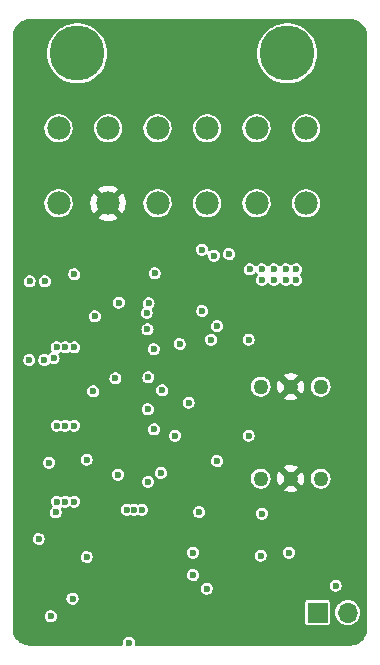
<source format=gbr>
%TF.GenerationSoftware,KiCad,Pcbnew,(6.0.8)*%
%TF.CreationDate,2023-11-13T19:04:35+01:00*%
%TF.ProjectId,BSPD-07,42535044-2d30-4372-9e6b-696361645f70,rev?*%
%TF.SameCoordinates,Original*%
%TF.FileFunction,Copper,L2,Inr*%
%TF.FilePolarity,Positive*%
%FSLAX46Y46*%
G04 Gerber Fmt 4.6, Leading zero omitted, Abs format (unit mm)*
G04 Created by KiCad (PCBNEW (6.0.8)) date 2023-11-13 19:04:35*
%MOMM*%
%LPD*%
G01*
G04 APERTURE LIST*
%TA.AperFunction,ComponentPad*%
%ADD10C,1.269000*%
%TD*%
%TA.AperFunction,ComponentPad*%
%ADD11R,1.700000X1.700000*%
%TD*%
%TA.AperFunction,ComponentPad*%
%ADD12O,1.700000X1.700000*%
%TD*%
%TA.AperFunction,ComponentPad*%
%ADD13C,4.665000*%
%TD*%
%TA.AperFunction,ComponentPad*%
%ADD14C,1.965000*%
%TD*%
%TA.AperFunction,ViaPad*%
%ADD15C,0.600000*%
%TD*%
G04 APERTURE END LIST*
D10*
%TO.N,unconnected-(RV1-Pad1)*%
%TO.C,RV1*%
X170561000Y-113715800D03*
%TO.N,+5V*%
X173101000Y-113715800D03*
%TO.N,TPS_TRIG*%
X175641000Y-113715800D03*
%TD*%
%TO.N,unconnected-(RV2-Pad1)*%
%TO.C,RV2*%
X170561000Y-121500500D03*
%TO.N,+5V*%
X173101000Y-121500500D03*
%TO.N,BRAKE_TRIG*%
X175641000Y-121500500D03*
%TD*%
D11*
%TO.N,SAFETY_IN*%
%TO.C,JP1*%
X175382000Y-132842000D03*
D12*
%TO.N,SAFETY_OUT*%
X177922000Y-132842000D03*
%TD*%
D13*
%TO.N,unconnected-(J1-PadMH2)*%
%TO.C,J1*%
X155033800Y-85496400D03*
%TO.N,unconnected-(J1-PadMH1)*%
X172813800Y-85496400D03*
D14*
%TO.N,TPS_TRIG*%
X174403800Y-91846400D03*
%TO.N,BRAKE_TRIG*%
X170213800Y-91846400D03*
%TO.N,SAFETY_IN*%
X166023800Y-91846400D03*
%TO.N,unconnected-(J1-Pad9)*%
X161833800Y-91846400D03*
%TO.N,unconnected-(J1-Pad8)*%
X157643800Y-91846400D03*
%TO.N,BRAKE_IN_NF*%
X153453800Y-91846400D03*
%TO.N,TPS_IN_NF*%
X153453800Y-98196400D03*
%TO.N,+5V*%
X157643800Y-98196400D03*
%TO.N,unconnected-(J1-Pad4)*%
X161833800Y-98196400D03*
%TO.N,SAFETY_OUT*%
X166023800Y-98196400D03*
%TO.N,GND*%
X170213800Y-98196400D03*
%TO.N,+12V*%
X174403800Y-98196400D03*
%TD*%
D15*
%TO.N,GND*%
X152247600Y-111455200D03*
%TO.N,BRAKE_IN*%
X153031446Y-111297749D03*
X154787600Y-104190800D03*
%TO.N,GND*%
X150977600Y-111455200D03*
X151003000Y-104800400D03*
%TO.N,TPS_COMP_OUT*%
X161080302Y-106654600D03*
X158546800Y-106603800D03*
%TO.N,TPS_IN*%
X156527500Y-107759500D03*
X158496000Y-121158000D03*
%TO.N,GND*%
X154022800Y-110388400D03*
X153286200Y-110388400D03*
X160499800Y-124138000D03*
X165989000Y-130810000D03*
X171675800Y-103784400D03*
X153212800Y-124358400D03*
X161010600Y-115620800D03*
X159229800Y-124138000D03*
X159410400Y-135382000D03*
X153307600Y-123444000D03*
X161036000Y-121767600D03*
X173580800Y-104673400D03*
X159864800Y-124138000D03*
X164846000Y-127762000D03*
X153307600Y-117015800D03*
X161544000Y-117322600D03*
X166878000Y-108585000D03*
X152654000Y-120142000D03*
X169643800Y-103784400D03*
X154018800Y-123444000D03*
X154784800Y-110388400D03*
X172691800Y-103784400D03*
X152298400Y-104800400D03*
X172691800Y-104673400D03*
X173580800Y-103784400D03*
X164465000Y-115062000D03*
X154780800Y-117015800D03*
X154018800Y-117015800D03*
X160977207Y-108858314D03*
X176911000Y-130556000D03*
X161592000Y-104114600D03*
X170659800Y-104673400D03*
X161511800Y-110538800D03*
X151765000Y-126619000D03*
X154780800Y-123444000D03*
X171675800Y-104673400D03*
X170659800Y-103784400D03*
X152806400Y-133146800D03*
X154635200Y-131673600D03*
%TO.N,+5V*%
X163626800Y-121716800D03*
X158369000Y-132461000D03*
X159639000Y-104825800D03*
X150241000Y-124409200D03*
X165862000Y-118999000D03*
X169672000Y-106553000D03*
X159000000Y-111275400D03*
X170434000Y-107289600D03*
X162864800Y-107442000D03*
X151765000Y-132334000D03*
X160274000Y-104825800D03*
X160377737Y-117968230D03*
X170434000Y-106553000D03*
X159107737Y-117968230D03*
X176911000Y-125349000D03*
X159635000Y-111275400D03*
X154914600Y-130048000D03*
X159742737Y-117968230D03*
X153979385Y-133117949D03*
X163322000Y-124841000D03*
X161036000Y-133553200D03*
X163525200Y-114630200D03*
X160270000Y-111275400D03*
X150215600Y-120142000D03*
X168021000Y-128143000D03*
X175133000Y-125349000D03*
X170434000Y-108077000D03*
X166370000Y-128143000D03*
X153670000Y-130048000D03*
X154305000Y-130048000D03*
X169672000Y-107289600D03*
X159004000Y-104825800D03*
X169672000Y-108077000D03*
X162941000Y-110617000D03*
%TO.N,BRAKE_COMP_OUT*%
X158267400Y-113004600D03*
X161055263Y-112941170D03*
%TO.N,BRAKE_IN*%
X155829000Y-119888000D03*
X156387901Y-114104367D03*
%TO.N,SAFETY_IN*%
X166624000Y-102616000D03*
X166370000Y-109736500D03*
X170561000Y-128016000D03*
%TO.N,SAFETY_OUT*%
X170688000Y-124460000D03*
X172974000Y-127762000D03*
X166886500Y-120015000D03*
X165608000Y-102108000D03*
X165624500Y-107315000D03*
%TO.N,TPS_TRIG*%
X163703000Y-110109000D03*
%TO.N,BRAKE_TRIG*%
X169545000Y-117856000D03*
X169545000Y-109728000D03*
X163322000Y-117856000D03*
X167894000Y-102489000D03*
%TO.N,ERR_FINAL*%
X155829000Y-128143000D03*
X162229800Y-114018484D03*
X162114764Y-121025237D03*
X165345500Y-124333000D03*
X164846000Y-129667000D03*
X160909000Y-107473900D03*
%TD*%
%TA.AperFunction,Conductor*%
%TO.N,+5V*%
G36*
X178133961Y-82595574D02*
G01*
X178138598Y-82595582D01*
X178152427Y-82598762D01*
X178166269Y-82595630D01*
X178176630Y-82595648D01*
X178186289Y-82596036D01*
X178368534Y-82610379D01*
X178368572Y-82610382D01*
X178388099Y-82613475D01*
X178588921Y-82661688D01*
X178607715Y-82667794D01*
X178798524Y-82746830D01*
X178816129Y-82755800D01*
X178992229Y-82863714D01*
X179008224Y-82875336D01*
X179165261Y-83009458D01*
X179179242Y-83023439D01*
X179313364Y-83180476D01*
X179324985Y-83196469D01*
X179432900Y-83372571D01*
X179441870Y-83390176D01*
X179520904Y-83580980D01*
X179527012Y-83599779D01*
X179572411Y-83788877D01*
X179575225Y-83800600D01*
X179578318Y-83820128D01*
X179592744Y-84003428D01*
X179593132Y-84013533D01*
X179593118Y-84021699D01*
X179589938Y-84035527D01*
X179593070Y-84049368D01*
X179593063Y-84053278D01*
X179595300Y-84073300D01*
X179595300Y-134162910D01*
X179593126Y-134182061D01*
X179593118Y-134186698D01*
X179589938Y-134200527D01*
X179593070Y-134214369D01*
X179593052Y-134224730D01*
X179592664Y-134234396D01*
X179578318Y-134416672D01*
X179575225Y-134436199D01*
X179531206Y-134619556D01*
X179527014Y-134637016D01*
X179520906Y-134655815D01*
X179441870Y-134846624D01*
X179432900Y-134864229D01*
X179351229Y-134997504D01*
X179324986Y-135040329D01*
X179313364Y-135056324D01*
X179179242Y-135213361D01*
X179165261Y-135227342D01*
X179008224Y-135361464D01*
X178992231Y-135373085D01*
X178816129Y-135481000D01*
X178798524Y-135489970D01*
X178607715Y-135569006D01*
X178588921Y-135575112D01*
X178388100Y-135623325D01*
X178368572Y-135626418D01*
X178185272Y-135640844D01*
X178175167Y-135641232D01*
X178167001Y-135641218D01*
X178153173Y-135638038D01*
X178139332Y-135641170D01*
X178135422Y-135641163D01*
X178115400Y-135643400D01*
X160031079Y-135643400D01*
X159962958Y-135623398D01*
X159916465Y-135569742D01*
X159906825Y-135496495D01*
X159923170Y-135399344D01*
X159923170Y-135399341D01*
X159923976Y-135394552D01*
X159924129Y-135382000D01*
X159903480Y-135237813D01*
X159898719Y-135227342D01*
X159846908Y-135113390D01*
X159846907Y-135113388D01*
X159843192Y-135105218D01*
X159748113Y-134994873D01*
X159625885Y-134915648D01*
X159486334Y-134873914D01*
X159477358Y-134873859D01*
X159477357Y-134873859D01*
X159416044Y-134873485D01*
X159340679Y-134873024D01*
X159200629Y-134913051D01*
X159077442Y-134990776D01*
X158981022Y-135099951D01*
X158977208Y-135108074D01*
X158977207Y-135108076D01*
X158922933Y-135223676D01*
X158919119Y-135231800D01*
X158917739Y-135240665D01*
X158917738Y-135240667D01*
X158901579Y-135344449D01*
X158896709Y-135375724D01*
X158897873Y-135384626D01*
X158897873Y-135384629D01*
X158913099Y-135501063D01*
X158902099Y-135571202D01*
X158854924Y-135624259D01*
X158788163Y-135643400D01*
X151062938Y-135643400D01*
X151040387Y-135641008D01*
X151038538Y-135641032D01*
X151024667Y-135638056D01*
X151010877Y-135641390D01*
X150997464Y-135641563D01*
X150988611Y-135641367D01*
X150826030Y-135632026D01*
X150808045Y-135629685D01*
X150667083Y-135600886D01*
X150622311Y-135591739D01*
X150604841Y-135586836D01*
X150426488Y-135522608D01*
X150409914Y-135515252D01*
X150242615Y-135426063D01*
X150227278Y-135416407D01*
X150074533Y-135304117D01*
X150060729Y-135292348D01*
X149925703Y-135159289D01*
X149913729Y-135145655D01*
X149799217Y-134994584D01*
X149789326Y-134979373D01*
X149756837Y-134920529D01*
X149697695Y-134813411D01*
X149690100Y-134796955D01*
X149623258Y-134619552D01*
X149618100Y-134602159D01*
X149577434Y-134417002D01*
X149574828Y-134399046D01*
X149563150Y-134237291D01*
X149563649Y-134213815D01*
X149564249Y-134208602D01*
X149565861Y-134201647D01*
X149565862Y-134200900D01*
X149563654Y-134191222D01*
X149560500Y-134163207D01*
X149560500Y-133140524D01*
X152292709Y-133140524D01*
X152293873Y-133149426D01*
X152293873Y-133149429D01*
X152304098Y-133227619D01*
X152311595Y-133284952D01*
X152315209Y-133293165D01*
X152315210Y-133293169D01*
X152315637Y-133294139D01*
X152370259Y-133418274D01*
X152376034Y-133425144D01*
X152376035Y-133425146D01*
X152383540Y-133434074D01*
X152463983Y-133529773D01*
X152471460Y-133534750D01*
X152577761Y-133605510D01*
X152577763Y-133605511D01*
X152585234Y-133610484D01*
X152724264Y-133653921D01*
X152869898Y-133656590D01*
X152940162Y-133637434D01*
X153001763Y-133620639D01*
X153001764Y-133620639D01*
X153010426Y-133618277D01*
X153018759Y-133613161D01*
X153126902Y-133546761D01*
X153134554Y-133542063D01*
X153141174Y-133534750D01*
X153226273Y-133440734D01*
X153226274Y-133440733D01*
X153232301Y-133434074D01*
X153237663Y-133423008D01*
X153291895Y-133311072D01*
X153291895Y-133311071D01*
X153295810Y-133302991D01*
X153319976Y-133159352D01*
X153320129Y-133146800D01*
X153299480Y-133002613D01*
X153295762Y-132994435D01*
X153242908Y-132878190D01*
X153242907Y-132878188D01*
X153239192Y-132870018D01*
X153144113Y-132759673D01*
X153021885Y-132680448D01*
X152882334Y-132638714D01*
X152873358Y-132638659D01*
X152873357Y-132638659D01*
X152812044Y-132638285D01*
X152736679Y-132637824D01*
X152596629Y-132677851D01*
X152473442Y-132755576D01*
X152377022Y-132864751D01*
X152315119Y-132996600D01*
X152313739Y-133005465D01*
X152313738Y-133005467D01*
X152301589Y-133083496D01*
X152292709Y-133140524D01*
X149560500Y-133140524D01*
X149560500Y-131667324D01*
X154121509Y-131667324D01*
X154122673Y-131676226D01*
X154122673Y-131676229D01*
X154134296Y-131765114D01*
X154140395Y-131811752D01*
X154144009Y-131819965D01*
X154144010Y-131819969D01*
X154163568Y-131864416D01*
X154199059Y-131945074D01*
X154204834Y-131951944D01*
X154204835Y-131951946D01*
X154226444Y-131977653D01*
X154292783Y-132056573D01*
X154300260Y-132061550D01*
X154406561Y-132132310D01*
X154406563Y-132132311D01*
X154414034Y-132137284D01*
X154553064Y-132180721D01*
X154698698Y-132183390D01*
X154768962Y-132164233D01*
X154830563Y-132147439D01*
X154830564Y-132147439D01*
X154839226Y-132145077D01*
X154847559Y-132139961D01*
X154931197Y-132088607D01*
X154963354Y-132068863D01*
X154969974Y-132061550D01*
X155051517Y-131971463D01*
X174323500Y-131971463D01*
X174323501Y-133712536D01*
X174335597Y-133773353D01*
X174381680Y-133842320D01*
X174450647Y-133888403D01*
X174462816Y-133890824D01*
X174462817Y-133890824D01*
X174504519Y-133899119D01*
X174511463Y-133900500D01*
X175381859Y-133900500D01*
X176252536Y-133900499D01*
X176313353Y-133888403D01*
X176323670Y-133881510D01*
X176323671Y-133881509D01*
X176372007Y-133849211D01*
X176382320Y-133842320D01*
X176428403Y-133773353D01*
X176430825Y-133761180D01*
X176439293Y-133718605D01*
X176440500Y-133712537D01*
X176440499Y-132827150D01*
X176858482Y-132827150D01*
X176858998Y-132833294D01*
X176873963Y-133011506D01*
X176875852Y-133034004D01*
X176933069Y-133233545D01*
X176935887Y-133239027D01*
X176935888Y-133239031D01*
X177023784Y-133410058D01*
X177027955Y-133418173D01*
X177031786Y-133423007D01*
X177031787Y-133423008D01*
X177052981Y-133449748D01*
X177156894Y-133580854D01*
X177161581Y-133584843D01*
X177161584Y-133584846D01*
X177310284Y-133711399D01*
X177314976Y-133715392D01*
X177496180Y-133816664D01*
X177693603Y-133880810D01*
X177899725Y-133905389D01*
X177905860Y-133904917D01*
X177905862Y-133904917D01*
X178100555Y-133889936D01*
X178100560Y-133889935D01*
X178106696Y-133889463D01*
X178112626Y-133887807D01*
X178112628Y-133887807D01*
X178206664Y-133861552D01*
X178306632Y-133833640D01*
X178405558Y-133783669D01*
X178486416Y-133742825D01*
X178486418Y-133742824D01*
X178491917Y-133740046D01*
X178644751Y-133620639D01*
X178650634Y-133616043D01*
X178650635Y-133616042D01*
X178655495Y-133612245D01*
X178791133Y-133455106D01*
X178799298Y-133440734D01*
X178872956Y-133311072D01*
X178893667Y-133274614D01*
X178959190Y-133077644D01*
X178985207Y-132871698D01*
X178985622Y-132842000D01*
X178969996Y-132682639D01*
X178965966Y-132641534D01*
X178965965Y-132641531D01*
X178965365Y-132635408D01*
X178905368Y-132436685D01*
X178807913Y-132253401D01*
X178748637Y-132180721D01*
X178680610Y-132097311D01*
X178680607Y-132097308D01*
X178676715Y-132092536D01*
X178669770Y-132086790D01*
X178521518Y-131964145D01*
X178521519Y-131964145D01*
X178516770Y-131960217D01*
X178511353Y-131957288D01*
X178511350Y-131957286D01*
X178339590Y-131864416D01*
X178339585Y-131864414D01*
X178334170Y-131861486D01*
X178135871Y-131800102D01*
X178129746Y-131799458D01*
X178129745Y-131799458D01*
X177935554Y-131779048D01*
X177935552Y-131779048D01*
X177929425Y-131778404D01*
X177860168Y-131784707D01*
X177728836Y-131796659D01*
X177728833Y-131796660D01*
X177722697Y-131797218D01*
X177716791Y-131798956D01*
X177716787Y-131798957D01*
X177612023Y-131829791D01*
X177523560Y-131855827D01*
X177339600Y-131951999D01*
X177177823Y-132082071D01*
X177173865Y-132086788D01*
X177173863Y-132086790D01*
X177128897Y-132140379D01*
X177044391Y-132241089D01*
X177041427Y-132246481D01*
X177041424Y-132246485D01*
X177037622Y-132253401D01*
X176944387Y-132422995D01*
X176881621Y-132620861D01*
X176880935Y-132626978D01*
X176880934Y-132626982D01*
X176865288Y-132766475D01*
X176858482Y-132827150D01*
X176440499Y-132827150D01*
X176440499Y-131971464D01*
X176428403Y-131910647D01*
X176382320Y-131841680D01*
X176313353Y-131795597D01*
X176301184Y-131793176D01*
X176301183Y-131793176D01*
X176258605Y-131784707D01*
X176252537Y-131783500D01*
X175382141Y-131783500D01*
X174511464Y-131783501D01*
X174450647Y-131795597D01*
X174440330Y-131802490D01*
X174440329Y-131802491D01*
X174399473Y-131829791D01*
X174381680Y-131841680D01*
X174335597Y-131910647D01*
X174333176Y-131922816D01*
X174333176Y-131922817D01*
X174330383Y-131936858D01*
X174323500Y-131971463D01*
X155051517Y-131971463D01*
X155055073Y-131967534D01*
X155055074Y-131967533D01*
X155061101Y-131960874D01*
X155079540Y-131922817D01*
X155120695Y-131837872D01*
X155120695Y-131837871D01*
X155124610Y-131829791D01*
X155148776Y-131686152D01*
X155148929Y-131673600D01*
X155128280Y-131529413D01*
X155124562Y-131521235D01*
X155071708Y-131404990D01*
X155071707Y-131404988D01*
X155067992Y-131396818D01*
X154972913Y-131286473D01*
X154850685Y-131207248D01*
X154711134Y-131165514D01*
X154702158Y-131165459D01*
X154702157Y-131165459D01*
X154640844Y-131165085D01*
X154565479Y-131164624D01*
X154425429Y-131204651D01*
X154302242Y-131282376D01*
X154205822Y-131391551D01*
X154143919Y-131523400D01*
X154121509Y-131667324D01*
X149560500Y-131667324D01*
X149560500Y-130803724D01*
X165475309Y-130803724D01*
X165476473Y-130812626D01*
X165476473Y-130812629D01*
X165488096Y-130901514D01*
X165494195Y-130948152D01*
X165497809Y-130956365D01*
X165497810Y-130956369D01*
X165525670Y-131019684D01*
X165552859Y-131081474D01*
X165558634Y-131088344D01*
X165558635Y-131088346D01*
X165623455Y-131165459D01*
X165646583Y-131192973D01*
X165654060Y-131197950D01*
X165760361Y-131268710D01*
X165760363Y-131268711D01*
X165767834Y-131273684D01*
X165906864Y-131317121D01*
X166052498Y-131319790D01*
X166165051Y-131289104D01*
X166184363Y-131283839D01*
X166184364Y-131283839D01*
X166193026Y-131281477D01*
X166201359Y-131276361D01*
X166255090Y-131243370D01*
X166317154Y-131205263D01*
X166323774Y-131197950D01*
X166408873Y-131103934D01*
X166408874Y-131103933D01*
X166414901Y-131097274D01*
X166431300Y-131063428D01*
X166474495Y-130974272D01*
X166474495Y-130974271D01*
X166478410Y-130966191D01*
X166502576Y-130822552D01*
X166502729Y-130810000D01*
X166487315Y-130702369D01*
X166483354Y-130674706D01*
X166483353Y-130674703D01*
X166482080Y-130665813D01*
X166478362Y-130657635D01*
X166429297Y-130549724D01*
X176397309Y-130549724D01*
X176398473Y-130558626D01*
X176398473Y-130558629D01*
X176410096Y-130647514D01*
X176416195Y-130694152D01*
X176419809Y-130702365D01*
X176419810Y-130702369D01*
X176420237Y-130703339D01*
X176474859Y-130827474D01*
X176480634Y-130834344D01*
X176480635Y-130834346D01*
X176488140Y-130843274D01*
X176568583Y-130938973D01*
X176587046Y-130951263D01*
X176682361Y-131014710D01*
X176682363Y-131014711D01*
X176689834Y-131019684D01*
X176828864Y-131063121D01*
X176974498Y-131065790D01*
X177044762Y-131046633D01*
X177106363Y-131029839D01*
X177106364Y-131029839D01*
X177115026Y-131027477D01*
X177123359Y-131022361D01*
X177231502Y-130955961D01*
X177239154Y-130951263D01*
X177245774Y-130943950D01*
X177330873Y-130849934D01*
X177330874Y-130849933D01*
X177336901Y-130843274D01*
X177350668Y-130814860D01*
X177396495Y-130720272D01*
X177396495Y-130720271D01*
X177400410Y-130712191D01*
X177424576Y-130568552D01*
X177424729Y-130556000D01*
X177404080Y-130411813D01*
X177400362Y-130403635D01*
X177347508Y-130287390D01*
X177347507Y-130287388D01*
X177343792Y-130279218D01*
X177248713Y-130168873D01*
X177126485Y-130089648D01*
X176986934Y-130047914D01*
X176977958Y-130047859D01*
X176977957Y-130047859D01*
X176916644Y-130047485D01*
X176841279Y-130047024D01*
X176701229Y-130087051D01*
X176578042Y-130164776D01*
X176481622Y-130273951D01*
X176477808Y-130282074D01*
X176477807Y-130282076D01*
X176423533Y-130397676D01*
X176419719Y-130405800D01*
X176418339Y-130414665D01*
X176418338Y-130414667D01*
X176400938Y-130526418D01*
X176397309Y-130549724D01*
X166429297Y-130549724D01*
X166425508Y-130541390D01*
X166425507Y-130541388D01*
X166421792Y-130533218D01*
X166326713Y-130422873D01*
X166204485Y-130343648D01*
X166064934Y-130301914D01*
X166055958Y-130301859D01*
X166055957Y-130301859D01*
X165994644Y-130301485D01*
X165919279Y-130301024D01*
X165779229Y-130341051D01*
X165656042Y-130418776D01*
X165559622Y-130527951D01*
X165555808Y-130536074D01*
X165555807Y-130536076D01*
X165544171Y-130560860D01*
X165497719Y-130659800D01*
X165496339Y-130668665D01*
X165496338Y-130668667D01*
X165490940Y-130703339D01*
X165475309Y-130803724D01*
X149560500Y-130803724D01*
X149560500Y-129660724D01*
X164332309Y-129660724D01*
X164333473Y-129669626D01*
X164333473Y-129669629D01*
X164345096Y-129758514D01*
X164351195Y-129805152D01*
X164354809Y-129813365D01*
X164354810Y-129813369D01*
X164355237Y-129814339D01*
X164409859Y-129938474D01*
X164415634Y-129945344D01*
X164415635Y-129945346D01*
X164423140Y-129954274D01*
X164503583Y-130049973D01*
X164511060Y-130054950D01*
X164617361Y-130125710D01*
X164617363Y-130125711D01*
X164624834Y-130130684D01*
X164763864Y-130174121D01*
X164909498Y-130176790D01*
X164979762Y-130157633D01*
X165041363Y-130140839D01*
X165041364Y-130140839D01*
X165050026Y-130138477D01*
X165058359Y-130133361D01*
X165133782Y-130087051D01*
X165174154Y-130062263D01*
X165180774Y-130054950D01*
X165265873Y-129960934D01*
X165265874Y-129960933D01*
X165271901Y-129954274D01*
X165335410Y-129823191D01*
X165359576Y-129679552D01*
X165359729Y-129667000D01*
X165339080Y-129522813D01*
X165335362Y-129514635D01*
X165282508Y-129398390D01*
X165282507Y-129398388D01*
X165278792Y-129390218D01*
X165183713Y-129279873D01*
X165061485Y-129200648D01*
X164921934Y-129158914D01*
X164912958Y-129158859D01*
X164912957Y-129158859D01*
X164851644Y-129158485D01*
X164776279Y-129158024D01*
X164636229Y-129198051D01*
X164513042Y-129275776D01*
X164416622Y-129384951D01*
X164354719Y-129516800D01*
X164332309Y-129660724D01*
X149560500Y-129660724D01*
X149560500Y-128136724D01*
X155315309Y-128136724D01*
X155316473Y-128145626D01*
X155316473Y-128145629D01*
X155326291Y-128220710D01*
X155334195Y-128281152D01*
X155337809Y-128289365D01*
X155337810Y-128289369D01*
X155377567Y-128379722D01*
X155392859Y-128414474D01*
X155398634Y-128421344D01*
X155398635Y-128421346D01*
X155450275Y-128482779D01*
X155486583Y-128525973D01*
X155494060Y-128530950D01*
X155600361Y-128601710D01*
X155600363Y-128601711D01*
X155607834Y-128606684D01*
X155746864Y-128650121D01*
X155892498Y-128652790D01*
X155962762Y-128633634D01*
X156024363Y-128616839D01*
X156024364Y-128616839D01*
X156033026Y-128614477D01*
X156041359Y-128609361D01*
X156149502Y-128542961D01*
X156157154Y-128538263D01*
X156163774Y-128530950D01*
X156248873Y-128436934D01*
X156248874Y-128436933D01*
X156254901Y-128430274D01*
X156318410Y-128299191D01*
X156342576Y-128155552D01*
X156342729Y-128143000D01*
X156337056Y-128103385D01*
X156323354Y-128007706D01*
X156323353Y-128007703D01*
X156322080Y-127998813D01*
X156318362Y-127990635D01*
X156265508Y-127874390D01*
X156265507Y-127874388D01*
X156261792Y-127866218D01*
X156166713Y-127755873D01*
X156166483Y-127755724D01*
X164332309Y-127755724D01*
X164333473Y-127764626D01*
X164333473Y-127764629D01*
X164345096Y-127853514D01*
X164351195Y-127900152D01*
X164354809Y-127908365D01*
X164354810Y-127908369D01*
X164355237Y-127909339D01*
X164409859Y-128033474D01*
X164415634Y-128040344D01*
X164415635Y-128040346D01*
X164423140Y-128049274D01*
X164503583Y-128144973D01*
X164519476Y-128155552D01*
X164617361Y-128220710D01*
X164617363Y-128220711D01*
X164624834Y-128225684D01*
X164763864Y-128269121D01*
X164909498Y-128271790D01*
X164979762Y-128252634D01*
X165041363Y-128235839D01*
X165041364Y-128235839D01*
X165050026Y-128233477D01*
X165058359Y-128228361D01*
X165166502Y-128161961D01*
X165174154Y-128157263D01*
X165180774Y-128149950D01*
X165265873Y-128055934D01*
X165265874Y-128055933D01*
X165271901Y-128049274D01*
X165285668Y-128020860D01*
X165291063Y-128009724D01*
X170047309Y-128009724D01*
X170048473Y-128018626D01*
X170048473Y-128018629D01*
X170060096Y-128107514D01*
X170066195Y-128154152D01*
X170069809Y-128162365D01*
X170069810Y-128162369D01*
X170097670Y-128225684D01*
X170124859Y-128287474D01*
X170130634Y-128294344D01*
X170130635Y-128294346D01*
X170143738Y-128309934D01*
X170218583Y-128398973D01*
X170226060Y-128403950D01*
X170332361Y-128474710D01*
X170332363Y-128474711D01*
X170339834Y-128479684D01*
X170478864Y-128523121D01*
X170624498Y-128525790D01*
X170694762Y-128506634D01*
X170756363Y-128489839D01*
X170756364Y-128489839D01*
X170765026Y-128487477D01*
X170773359Y-128482361D01*
X170881502Y-128415961D01*
X170889154Y-128411263D01*
X170895774Y-128403950D01*
X170980873Y-128309934D01*
X170980874Y-128309933D01*
X170986901Y-128303274D01*
X171001933Y-128272249D01*
X171046495Y-128180272D01*
X171046495Y-128180271D01*
X171050410Y-128172191D01*
X171074576Y-128028552D01*
X171074729Y-128016000D01*
X171059315Y-127908369D01*
X171055354Y-127880706D01*
X171055353Y-127880703D01*
X171054080Y-127871813D01*
X171050362Y-127863635D01*
X171001297Y-127755724D01*
X172460309Y-127755724D01*
X172461473Y-127764626D01*
X172461473Y-127764629D01*
X172473096Y-127853514D01*
X172479195Y-127900152D01*
X172482809Y-127908365D01*
X172482810Y-127908369D01*
X172483237Y-127909339D01*
X172537859Y-128033474D01*
X172543634Y-128040344D01*
X172543635Y-128040346D01*
X172551140Y-128049274D01*
X172631583Y-128144973D01*
X172647476Y-128155552D01*
X172745361Y-128220710D01*
X172745363Y-128220711D01*
X172752834Y-128225684D01*
X172891864Y-128269121D01*
X173037498Y-128271790D01*
X173107762Y-128252634D01*
X173169363Y-128235839D01*
X173169364Y-128235839D01*
X173178026Y-128233477D01*
X173186359Y-128228361D01*
X173294502Y-128161961D01*
X173302154Y-128157263D01*
X173308774Y-128149950D01*
X173393873Y-128055934D01*
X173393874Y-128055933D01*
X173399901Y-128049274D01*
X173413668Y-128020860D01*
X173459495Y-127926272D01*
X173459495Y-127926271D01*
X173463410Y-127918191D01*
X173487576Y-127774552D01*
X173487729Y-127762000D01*
X173469529Y-127634914D01*
X173468354Y-127626706D01*
X173468353Y-127626703D01*
X173467080Y-127617813D01*
X173463362Y-127609635D01*
X173410508Y-127493390D01*
X173410507Y-127493388D01*
X173406792Y-127485218D01*
X173311713Y-127374873D01*
X173189485Y-127295648D01*
X173049934Y-127253914D01*
X173040958Y-127253859D01*
X173040957Y-127253859D01*
X172979644Y-127253485D01*
X172904279Y-127253024D01*
X172764229Y-127293051D01*
X172641042Y-127370776D01*
X172544622Y-127479951D01*
X172540808Y-127488074D01*
X172540807Y-127488076D01*
X172486533Y-127603676D01*
X172482719Y-127611800D01*
X172481339Y-127620665D01*
X172481338Y-127620667D01*
X172463938Y-127732418D01*
X172460309Y-127755724D01*
X171001297Y-127755724D01*
X170997508Y-127747390D01*
X170997507Y-127747388D01*
X170993792Y-127739218D01*
X170898713Y-127628873D01*
X170776485Y-127549648D01*
X170636934Y-127507914D01*
X170627958Y-127507859D01*
X170627957Y-127507859D01*
X170566644Y-127507485D01*
X170491279Y-127507024D01*
X170351229Y-127547051D01*
X170228042Y-127624776D01*
X170131622Y-127733951D01*
X170127808Y-127742074D01*
X170127807Y-127742076D01*
X170116171Y-127766860D01*
X170069719Y-127865800D01*
X170068339Y-127874665D01*
X170068338Y-127874667D01*
X170049008Y-127998813D01*
X170047309Y-128009724D01*
X165291063Y-128009724D01*
X165331495Y-127926272D01*
X165331495Y-127926271D01*
X165335410Y-127918191D01*
X165359576Y-127774552D01*
X165359729Y-127762000D01*
X165341529Y-127634914D01*
X165340354Y-127626706D01*
X165340353Y-127626703D01*
X165339080Y-127617813D01*
X165335362Y-127609635D01*
X165282508Y-127493390D01*
X165282507Y-127493388D01*
X165278792Y-127485218D01*
X165183713Y-127374873D01*
X165061485Y-127295648D01*
X164921934Y-127253914D01*
X164912958Y-127253859D01*
X164912957Y-127253859D01*
X164851644Y-127253485D01*
X164776279Y-127253024D01*
X164636229Y-127293051D01*
X164513042Y-127370776D01*
X164416622Y-127479951D01*
X164412808Y-127488074D01*
X164412807Y-127488076D01*
X164358533Y-127603676D01*
X164354719Y-127611800D01*
X164353339Y-127620665D01*
X164353338Y-127620667D01*
X164335938Y-127732418D01*
X164332309Y-127755724D01*
X156166483Y-127755724D01*
X156044485Y-127676648D01*
X155904934Y-127634914D01*
X155895958Y-127634859D01*
X155895957Y-127634859D01*
X155834644Y-127634485D01*
X155759279Y-127634024D01*
X155619229Y-127674051D01*
X155496042Y-127751776D01*
X155399622Y-127860951D01*
X155337719Y-127992800D01*
X155336339Y-128001665D01*
X155336338Y-128001667D01*
X155327889Y-128055934D01*
X155315309Y-128136724D01*
X149560500Y-128136724D01*
X149560500Y-126612724D01*
X151251309Y-126612724D01*
X151252473Y-126621626D01*
X151252473Y-126621629D01*
X151264096Y-126710514D01*
X151270195Y-126757152D01*
X151273809Y-126765365D01*
X151273810Y-126765369D01*
X151274237Y-126766339D01*
X151328859Y-126890474D01*
X151334634Y-126897344D01*
X151334635Y-126897346D01*
X151342140Y-126906274D01*
X151422583Y-127001973D01*
X151430060Y-127006950D01*
X151536361Y-127077710D01*
X151536363Y-127077711D01*
X151543834Y-127082684D01*
X151682864Y-127126121D01*
X151828498Y-127128790D01*
X151898762Y-127109634D01*
X151960363Y-127092839D01*
X151960364Y-127092839D01*
X151969026Y-127090477D01*
X151977359Y-127085361D01*
X152085502Y-127018961D01*
X152093154Y-127014263D01*
X152099774Y-127006950D01*
X152184873Y-126912934D01*
X152184874Y-126912933D01*
X152190901Y-126906274D01*
X152254410Y-126775191D01*
X152278576Y-126631552D01*
X152278729Y-126619000D01*
X152258080Y-126474813D01*
X152254362Y-126466635D01*
X152201508Y-126350390D01*
X152201507Y-126350388D01*
X152197792Y-126342218D01*
X152102713Y-126231873D01*
X151980485Y-126152648D01*
X151840934Y-126110914D01*
X151831958Y-126110859D01*
X151831957Y-126110859D01*
X151770644Y-126110485D01*
X151695279Y-126110024D01*
X151555229Y-126150051D01*
X151432042Y-126227776D01*
X151335622Y-126336951D01*
X151273719Y-126468800D01*
X151251309Y-126612724D01*
X149560500Y-126612724D01*
X149560500Y-124352124D01*
X152699109Y-124352124D01*
X152700273Y-124361026D01*
X152700273Y-124361029D01*
X152705534Y-124401258D01*
X152717995Y-124496552D01*
X152721609Y-124504765D01*
X152721610Y-124504769D01*
X152758783Y-124589249D01*
X152776659Y-124629874D01*
X152782434Y-124636744D01*
X152782435Y-124636746D01*
X152795538Y-124652334D01*
X152870383Y-124741373D01*
X152877860Y-124746350D01*
X152984161Y-124817110D01*
X152984163Y-124817111D01*
X152991634Y-124822084D01*
X153130664Y-124865521D01*
X153276298Y-124868190D01*
X153368791Y-124842973D01*
X153408163Y-124832239D01*
X153408164Y-124832239D01*
X153416826Y-124829877D01*
X153425159Y-124824761D01*
X153533302Y-124758361D01*
X153540954Y-124753663D01*
X153547574Y-124746350D01*
X153632673Y-124652334D01*
X153632674Y-124652333D01*
X153638701Y-124645674D01*
X153647781Y-124626934D01*
X153698295Y-124522672D01*
X153698295Y-124522671D01*
X153702210Y-124514591D01*
X153726376Y-124370952D01*
X153726529Y-124358400D01*
X153714750Y-124276152D01*
X153707154Y-124223106D01*
X153707153Y-124223103D01*
X153705880Y-124214213D01*
X153699453Y-124200076D01*
X153668374Y-124131724D01*
X158716109Y-124131724D01*
X158717273Y-124140626D01*
X158717273Y-124140629D01*
X158723216Y-124186076D01*
X158734995Y-124276152D01*
X158738609Y-124284365D01*
X158738610Y-124284369D01*
X158772342Y-124361029D01*
X158793659Y-124409474D01*
X158799434Y-124416344D01*
X158799435Y-124416346D01*
X158881603Y-124514097D01*
X158887383Y-124520973D01*
X158894860Y-124525950D01*
X159001161Y-124596710D01*
X159001163Y-124596711D01*
X159008634Y-124601684D01*
X159017201Y-124604361D01*
X159017202Y-124604361D01*
X159023629Y-124606369D01*
X159147664Y-124645121D01*
X159293298Y-124647790D01*
X159379560Y-124624272D01*
X159425167Y-124611838D01*
X159425169Y-124611837D01*
X159433826Y-124609477D01*
X159480385Y-124580890D01*
X159548903Y-124562292D01*
X159616132Y-124583377D01*
X159643634Y-124601684D01*
X159652201Y-124604361D01*
X159652202Y-124604361D01*
X159658629Y-124606369D01*
X159782664Y-124645121D01*
X159928298Y-124647790D01*
X160014560Y-124624272D01*
X160060167Y-124611838D01*
X160060169Y-124611837D01*
X160068826Y-124609477D01*
X160115385Y-124580890D01*
X160183903Y-124562292D01*
X160251132Y-124583377D01*
X160278634Y-124601684D01*
X160287201Y-124604361D01*
X160287202Y-124604361D01*
X160293629Y-124606369D01*
X160417664Y-124645121D01*
X160563298Y-124647790D01*
X160649560Y-124624272D01*
X160695163Y-124611839D01*
X160695164Y-124611839D01*
X160703826Y-124609477D01*
X160711975Y-124604474D01*
X160780675Y-124562292D01*
X160827954Y-124533263D01*
X160834574Y-124525950D01*
X160919673Y-124431934D01*
X160919674Y-124431933D01*
X160925701Y-124425274D01*
X160955747Y-124363260D01*
X160973448Y-124326724D01*
X164831809Y-124326724D01*
X164832973Y-124335626D01*
X164832973Y-124335629D01*
X164836957Y-124366093D01*
X164850695Y-124471152D01*
X164854309Y-124479365D01*
X164854310Y-124479369D01*
X164878025Y-124533263D01*
X164909359Y-124604474D01*
X164915134Y-124611344D01*
X164915135Y-124611346D01*
X164949589Y-124652334D01*
X165003083Y-124715973D01*
X165010560Y-124720950D01*
X165116861Y-124791710D01*
X165116863Y-124791711D01*
X165124334Y-124796684D01*
X165263364Y-124840121D01*
X165408998Y-124842790D01*
X165503190Y-124817110D01*
X165540863Y-124806839D01*
X165540864Y-124806839D01*
X165549526Y-124804477D01*
X165557859Y-124799361D01*
X165631844Y-124753934D01*
X165673654Y-124728263D01*
X165680274Y-124720950D01*
X165765373Y-124626934D01*
X165765374Y-124626933D01*
X165771401Y-124620274D01*
X165775489Y-124611838D01*
X165830995Y-124497272D01*
X165830995Y-124497271D01*
X165834910Y-124489191D01*
X165840877Y-124453724D01*
X170174309Y-124453724D01*
X170175473Y-124462626D01*
X170175473Y-124462629D01*
X170183839Y-124526606D01*
X170193195Y-124598152D01*
X170196809Y-124606365D01*
X170196810Y-124606369D01*
X170217036Y-124652334D01*
X170251859Y-124731474D01*
X170257634Y-124738344D01*
X170257635Y-124738346D01*
X170334575Y-124829877D01*
X170345583Y-124842973D01*
X170353060Y-124847950D01*
X170459361Y-124918710D01*
X170459363Y-124918711D01*
X170466834Y-124923684D01*
X170605864Y-124967121D01*
X170751498Y-124969790D01*
X170821762Y-124950634D01*
X170883363Y-124933839D01*
X170883364Y-124933839D01*
X170892026Y-124931477D01*
X170900359Y-124926361D01*
X170995100Y-124868190D01*
X171016154Y-124855263D01*
X171022774Y-124847950D01*
X171107873Y-124753934D01*
X171107874Y-124753933D01*
X171113901Y-124747274D01*
X171120092Y-124734497D01*
X171173495Y-124624272D01*
X171173495Y-124624271D01*
X171177410Y-124616191D01*
X171201576Y-124472552D01*
X171201729Y-124460000D01*
X171189663Y-124375744D01*
X171182354Y-124324706D01*
X171182353Y-124324703D01*
X171181080Y-124315813D01*
X171177362Y-124307635D01*
X171124508Y-124191390D01*
X171124507Y-124191388D01*
X171120792Y-124183218D01*
X171025713Y-124072873D01*
X170903485Y-123993648D01*
X170763934Y-123951914D01*
X170754958Y-123951859D01*
X170754957Y-123951859D01*
X170693644Y-123951485D01*
X170618279Y-123951024D01*
X170478229Y-123991051D01*
X170355042Y-124068776D01*
X170258622Y-124177951D01*
X170254808Y-124186074D01*
X170254807Y-124186076D01*
X170208659Y-124284369D01*
X170196719Y-124309800D01*
X170195339Y-124318665D01*
X170195338Y-124318667D01*
X170177702Y-124431934D01*
X170174309Y-124453724D01*
X165840877Y-124453724D01*
X165849704Y-124401258D01*
X165858270Y-124350344D01*
X165858270Y-124350341D01*
X165859076Y-124345552D01*
X165859229Y-124333000D01*
X165853556Y-124293385D01*
X165839854Y-124197706D01*
X165839853Y-124197703D01*
X165838580Y-124188813D01*
X165834862Y-124180635D01*
X165782008Y-124064390D01*
X165782007Y-124064388D01*
X165778292Y-124056218D01*
X165683213Y-123945873D01*
X165560985Y-123866648D01*
X165421434Y-123824914D01*
X165412458Y-123824859D01*
X165412457Y-123824859D01*
X165351144Y-123824485D01*
X165275779Y-123824024D01*
X165135729Y-123864051D01*
X165128142Y-123868838D01*
X165128140Y-123868839D01*
X165062332Y-123910361D01*
X165012542Y-123941776D01*
X165006600Y-123948504D01*
X164986491Y-123971273D01*
X164916122Y-124050951D01*
X164912308Y-124059074D01*
X164912307Y-124059076D01*
X164859654Y-124171223D01*
X164854219Y-124182800D01*
X164852839Y-124191665D01*
X164852838Y-124191667D01*
X164833508Y-124315813D01*
X164831809Y-124326724D01*
X160973448Y-124326724D01*
X160985295Y-124302272D01*
X160985295Y-124302271D01*
X160989210Y-124294191D01*
X161013376Y-124150552D01*
X161013529Y-124138000D01*
X161003737Y-124069623D01*
X160994154Y-124002706D01*
X160994153Y-124002703D01*
X160992880Y-123993813D01*
X160989162Y-123985635D01*
X160936308Y-123869390D01*
X160936307Y-123869388D01*
X160932592Y-123861218D01*
X160837513Y-123750873D01*
X160715285Y-123671648D01*
X160575734Y-123629914D01*
X160566758Y-123629859D01*
X160566757Y-123629859D01*
X160505444Y-123629485D01*
X160430079Y-123629024D01*
X160290029Y-123669051D01*
X160257409Y-123689633D01*
X160249864Y-123694393D01*
X160181579Y-123713827D01*
X160114097Y-123693564D01*
X160087814Y-123676528D01*
X160080285Y-123671648D01*
X159940734Y-123629914D01*
X159931758Y-123629859D01*
X159931757Y-123629859D01*
X159870444Y-123629485D01*
X159795079Y-123629024D01*
X159655029Y-123669051D01*
X159622409Y-123689633D01*
X159614864Y-123694393D01*
X159546579Y-123713827D01*
X159479097Y-123693564D01*
X159452814Y-123676528D01*
X159445285Y-123671648D01*
X159305734Y-123629914D01*
X159296758Y-123629859D01*
X159296757Y-123629859D01*
X159235444Y-123629485D01*
X159160079Y-123629024D01*
X159020029Y-123669051D01*
X159012442Y-123673838D01*
X159012440Y-123673839D01*
X159008177Y-123676529D01*
X158896842Y-123746776D01*
X158800422Y-123855951D01*
X158796608Y-123864074D01*
X158796607Y-123864076D01*
X158751349Y-123960473D01*
X158738519Y-123987800D01*
X158737139Y-123996665D01*
X158737138Y-123996667D01*
X158723466Y-124084476D01*
X158716109Y-124131724D01*
X153668374Y-124131724D01*
X153645592Y-124081618D01*
X153648477Y-124080306D01*
X153633000Y-124027173D01*
X153653150Y-123959096D01*
X153706906Y-123912719D01*
X153777202Y-123902768D01*
X153797265Y-123908864D01*
X153797634Y-123907684D01*
X153936664Y-123951121D01*
X154082298Y-123953790D01*
X154189606Y-123924534D01*
X154214163Y-123917839D01*
X154214164Y-123917839D01*
X154222826Y-123915477D01*
X154231159Y-123910361D01*
X154335449Y-123846327D01*
X154403966Y-123827729D01*
X154471196Y-123848815D01*
X154552161Y-123902710D01*
X154552163Y-123902711D01*
X154559634Y-123907684D01*
X154568201Y-123910361D01*
X154568202Y-123910361D01*
X154584577Y-123915477D01*
X154698664Y-123951121D01*
X154844298Y-123953790D01*
X154951606Y-123924534D01*
X154976163Y-123917839D01*
X154976164Y-123917839D01*
X154984826Y-123915477D01*
X154993159Y-123910361D01*
X155068540Y-123864077D01*
X155108954Y-123839263D01*
X155120079Y-123826973D01*
X155200673Y-123737934D01*
X155200674Y-123737933D01*
X155206701Y-123731274D01*
X155224972Y-123693564D01*
X155266295Y-123608272D01*
X155266295Y-123608271D01*
X155270210Y-123600191D01*
X155294376Y-123456552D01*
X155294529Y-123444000D01*
X155273880Y-123299813D01*
X155270162Y-123291635D01*
X155217308Y-123175390D01*
X155217307Y-123175388D01*
X155213592Y-123167218D01*
X155118513Y-123056873D01*
X154996285Y-122977648D01*
X154856734Y-122935914D01*
X154847758Y-122935859D01*
X154847757Y-122935859D01*
X154786444Y-122935485D01*
X154711079Y-122935024D01*
X154571029Y-122975051D01*
X154563442Y-122979838D01*
X154563440Y-122979839D01*
X154466509Y-123040998D01*
X154398224Y-123060432D01*
X154330741Y-123040168D01*
X154241816Y-122982529D01*
X154241814Y-122982528D01*
X154234285Y-122977648D01*
X154094734Y-122935914D01*
X154085758Y-122935859D01*
X154085757Y-122935859D01*
X154024444Y-122935485D01*
X153949079Y-122935024D01*
X153809029Y-122975051D01*
X153801442Y-122979838D01*
X153801440Y-122979839D01*
X153730251Y-123024756D01*
X153661966Y-123044190D01*
X153594484Y-123023926D01*
X153530619Y-122982531D01*
X153530615Y-122982529D01*
X153523085Y-122977648D01*
X153383534Y-122935914D01*
X153374558Y-122935859D01*
X153374557Y-122935859D01*
X153313244Y-122935485D01*
X153237879Y-122935024D01*
X153097829Y-122975051D01*
X153090242Y-122979838D01*
X153090240Y-122979839D01*
X153023977Y-123021648D01*
X152974642Y-123052776D01*
X152878222Y-123161951D01*
X152816319Y-123293800D01*
X152793909Y-123437724D01*
X152795073Y-123446626D01*
X152795073Y-123446629D01*
X152806696Y-123535514D01*
X152812795Y-123582152D01*
X152816409Y-123590365D01*
X152816410Y-123590369D01*
X152856167Y-123680722D01*
X152871459Y-123715474D01*
X152877234Y-123722344D01*
X152877235Y-123722346D01*
X152919678Y-123772838D01*
X152948199Y-123837854D01*
X152937043Y-123907968D01*
X152894103Y-123956371D01*
X152894270Y-123956568D01*
X152892875Y-123957755D01*
X152890464Y-123960473D01*
X152887439Y-123962382D01*
X152887436Y-123962385D01*
X152879842Y-123967176D01*
X152873900Y-123973904D01*
X152860934Y-123988585D01*
X152783422Y-124076351D01*
X152779608Y-124084474D01*
X152779607Y-124084476D01*
X152735721Y-124177951D01*
X152721519Y-124208200D01*
X152720139Y-124217065D01*
X152720138Y-124217067D01*
X152700889Y-124340693D01*
X152699109Y-124352124D01*
X149560500Y-124352124D01*
X149560500Y-122466670D01*
X172499191Y-122466670D01*
X172509071Y-122479157D01*
X172548709Y-122505642D01*
X172558814Y-122511129D01*
X172741128Y-122589457D01*
X172752071Y-122593012D01*
X172945599Y-122636804D01*
X172957008Y-122638306D01*
X173155282Y-122646096D01*
X173166763Y-122645495D01*
X173363139Y-122617021D01*
X173374324Y-122614335D01*
X173562220Y-122550553D01*
X173572723Y-122545877D01*
X173694381Y-122477746D01*
X173704243Y-122467670D01*
X173701288Y-122459998D01*
X173113812Y-121872522D01*
X173099868Y-121864908D01*
X173098035Y-121865039D01*
X173091420Y-121869290D01*
X172505387Y-122455323D01*
X172499191Y-122466670D01*
X149560500Y-122466670D01*
X149560500Y-121761324D01*
X160522309Y-121761324D01*
X160523473Y-121770226D01*
X160523473Y-121770229D01*
X160532465Y-121838990D01*
X160541195Y-121905752D01*
X160544809Y-121913965D01*
X160544810Y-121913969D01*
X160545237Y-121914939D01*
X160599859Y-122039074D01*
X160605634Y-122045944D01*
X160605635Y-122045946D01*
X160649985Y-122098707D01*
X160693583Y-122150573D01*
X160701060Y-122155550D01*
X160807361Y-122226310D01*
X160807363Y-122226311D01*
X160814834Y-122231284D01*
X160823401Y-122233961D01*
X160823402Y-122233961D01*
X160839777Y-122239077D01*
X160953864Y-122274721D01*
X161099498Y-122277390D01*
X161169762Y-122258233D01*
X161231363Y-122241439D01*
X161231364Y-122241439D01*
X161240026Y-122239077D01*
X161248359Y-122233961D01*
X161356502Y-122167561D01*
X161364154Y-122162863D01*
X161370774Y-122155550D01*
X161455873Y-122061534D01*
X161455874Y-122061533D01*
X161461901Y-122054874D01*
X161489102Y-121998732D01*
X161521495Y-121931872D01*
X161521495Y-121931871D01*
X161525410Y-121923791D01*
X161549576Y-121780152D01*
X161549729Y-121767600D01*
X161535097Y-121665428D01*
X161530354Y-121632306D01*
X161530353Y-121632303D01*
X161529080Y-121623413D01*
X161525362Y-121615235D01*
X161472508Y-121498990D01*
X161472507Y-121498988D01*
X161468792Y-121490818D01*
X161373713Y-121380473D01*
X161251485Y-121301248D01*
X161111934Y-121259514D01*
X161102958Y-121259459D01*
X161102957Y-121259459D01*
X161041644Y-121259085D01*
X160966279Y-121258624D01*
X160826229Y-121298651D01*
X160818642Y-121303438D01*
X160818640Y-121303439D01*
X160752377Y-121345248D01*
X160703042Y-121376376D01*
X160606622Y-121485551D01*
X160602808Y-121493674D01*
X160602807Y-121493676D01*
X160569687Y-121564220D01*
X160544719Y-121617400D01*
X160543339Y-121626265D01*
X160543338Y-121626267D01*
X160534101Y-121685593D01*
X160522309Y-121761324D01*
X149560500Y-121761324D01*
X149560500Y-121151724D01*
X157982309Y-121151724D01*
X157983473Y-121160626D01*
X157983473Y-121160629D01*
X157986193Y-121181428D01*
X158001195Y-121296152D01*
X158004809Y-121304365D01*
X158004810Y-121304369D01*
X158012688Y-121322272D01*
X158059859Y-121429474D01*
X158065634Y-121436344D01*
X158065635Y-121436346D01*
X158144091Y-121529681D01*
X158153583Y-121540973D01*
X158161060Y-121545950D01*
X158267361Y-121616710D01*
X158267363Y-121616711D01*
X158274834Y-121621684D01*
X158413864Y-121665121D01*
X158559498Y-121667790D01*
X158689650Y-121632306D01*
X158691363Y-121631839D01*
X158691364Y-121631839D01*
X158700026Y-121629477D01*
X158708359Y-121624361D01*
X158762090Y-121591370D01*
X158824154Y-121553263D01*
X158830774Y-121545950D01*
X158915873Y-121451934D01*
X158915874Y-121451933D01*
X158921901Y-121445274D01*
X158939859Y-121408210D01*
X158981495Y-121322272D01*
X158981495Y-121322271D01*
X158985410Y-121314191D01*
X159009576Y-121170552D01*
X159009729Y-121158000D01*
X158989817Y-121018961D01*
X161601073Y-121018961D01*
X161602237Y-121027863D01*
X161602237Y-121027866D01*
X161611000Y-121094875D01*
X161619959Y-121163389D01*
X161623573Y-121171602D01*
X161623574Y-121171606D01*
X161624001Y-121172576D01*
X161678623Y-121296711D01*
X161684398Y-121303581D01*
X161684399Y-121303583D01*
X161744926Y-121375589D01*
X161772347Y-121408210D01*
X161779824Y-121413187D01*
X161886125Y-121483947D01*
X161886127Y-121483948D01*
X161893598Y-121488921D01*
X161902165Y-121491598D01*
X161902166Y-121491598D01*
X161921169Y-121497535D01*
X162032628Y-121532358D01*
X162178262Y-121535027D01*
X162280824Y-121507065D01*
X162304904Y-121500500D01*
X169713357Y-121500500D01*
X169714047Y-121507065D01*
X169730940Y-121667790D01*
X169731880Y-121676735D01*
X169733919Y-121683009D01*
X169733919Y-121683011D01*
X169767040Y-121784944D01*
X169786640Y-121845267D01*
X169789940Y-121850982D01*
X169789940Y-121850983D01*
X169821561Y-121905752D01*
X169875242Y-121998732D01*
X169993816Y-122130422D01*
X169999158Y-122134303D01*
X169999160Y-122134305D01*
X170125795Y-122226310D01*
X170137178Y-122234580D01*
X170143206Y-122237264D01*
X170143208Y-122237265D01*
X170233331Y-122277390D01*
X170299064Y-122306656D01*
X170305522Y-122308029D01*
X170305526Y-122308030D01*
X170392132Y-122326439D01*
X170472397Y-122343500D01*
X170649603Y-122343500D01*
X170729868Y-122326439D01*
X170816474Y-122308030D01*
X170816478Y-122308029D01*
X170822936Y-122306656D01*
X170888669Y-122277390D01*
X170978792Y-122237265D01*
X170978794Y-122237264D01*
X170984822Y-122234580D01*
X170996205Y-122226310D01*
X171122840Y-122134305D01*
X171122842Y-122134303D01*
X171128184Y-122130422D01*
X171246758Y-121998732D01*
X171300439Y-121905752D01*
X171332060Y-121850983D01*
X171332060Y-121850982D01*
X171335360Y-121845267D01*
X171354961Y-121784944D01*
X171388081Y-121683011D01*
X171388081Y-121683009D01*
X171390120Y-121676735D01*
X171391061Y-121667790D01*
X171407953Y-121507065D01*
X171408643Y-121500500D01*
X171406092Y-121476231D01*
X171954376Y-121476231D01*
X171967353Y-121674225D01*
X171969153Y-121685593D01*
X172017997Y-121877913D01*
X172021835Y-121888751D01*
X172104908Y-122068949D01*
X172110664Y-122078918D01*
X172122032Y-122095004D01*
X172132623Y-122103395D01*
X172145923Y-122096367D01*
X172728978Y-121513312D01*
X172735356Y-121501632D01*
X173465408Y-121501632D01*
X173465539Y-121503465D01*
X173469790Y-121510080D01*
X174056583Y-122096873D01*
X174068963Y-122103633D01*
X174075543Y-122098707D01*
X174146377Y-121972223D01*
X174151053Y-121961720D01*
X174214835Y-121773824D01*
X174217521Y-121762639D01*
X174246291Y-121564220D01*
X174246920Y-121556843D01*
X174248298Y-121504204D01*
X174248176Y-121500500D01*
X174793357Y-121500500D01*
X174794047Y-121507065D01*
X174810940Y-121667790D01*
X174811880Y-121676735D01*
X174813919Y-121683009D01*
X174813919Y-121683011D01*
X174847040Y-121784944D01*
X174866640Y-121845267D01*
X174869940Y-121850982D01*
X174869940Y-121850983D01*
X174901561Y-121905752D01*
X174955242Y-121998732D01*
X175073816Y-122130422D01*
X175079158Y-122134303D01*
X175079160Y-122134305D01*
X175205795Y-122226310D01*
X175217178Y-122234580D01*
X175223206Y-122237264D01*
X175223208Y-122237265D01*
X175313331Y-122277390D01*
X175379064Y-122306656D01*
X175385522Y-122308029D01*
X175385526Y-122308030D01*
X175472132Y-122326439D01*
X175552397Y-122343500D01*
X175729603Y-122343500D01*
X175809868Y-122326439D01*
X175896474Y-122308030D01*
X175896478Y-122308029D01*
X175902936Y-122306656D01*
X175968669Y-122277390D01*
X176058792Y-122237265D01*
X176058794Y-122237264D01*
X176064822Y-122234580D01*
X176076205Y-122226310D01*
X176202840Y-122134305D01*
X176202842Y-122134303D01*
X176208184Y-122130422D01*
X176326758Y-121998732D01*
X176380439Y-121905752D01*
X176412060Y-121850983D01*
X176412060Y-121850982D01*
X176415360Y-121845267D01*
X176434961Y-121784944D01*
X176468081Y-121683011D01*
X176468081Y-121683009D01*
X176470120Y-121676735D01*
X176471061Y-121667790D01*
X176487953Y-121507065D01*
X176488643Y-121500500D01*
X176481178Y-121429474D01*
X176470810Y-121330826D01*
X176470809Y-121330822D01*
X176470120Y-121324265D01*
X176464227Y-121306129D01*
X176417400Y-121162010D01*
X176417398Y-121162006D01*
X176415360Y-121155733D01*
X176401491Y-121131710D01*
X176330061Y-121007989D01*
X176326758Y-121002268D01*
X176208184Y-120870578D01*
X176202841Y-120866696D01*
X176202840Y-120866695D01*
X176070164Y-120770301D01*
X176070161Y-120770299D01*
X176064822Y-120766420D01*
X176058794Y-120763736D01*
X176058792Y-120763735D01*
X175908969Y-120697030D01*
X175902936Y-120694344D01*
X175896478Y-120692971D01*
X175896474Y-120692970D01*
X175809868Y-120674561D01*
X175729603Y-120657500D01*
X175552397Y-120657500D01*
X175472132Y-120674561D01*
X175385526Y-120692970D01*
X175385522Y-120692971D01*
X175379064Y-120694344D01*
X175284470Y-120736460D01*
X175223210Y-120763735D01*
X175217179Y-120766420D01*
X175073816Y-120870578D01*
X174955242Y-121002268D01*
X174951939Y-121007989D01*
X174880510Y-121131710D01*
X174866640Y-121155733D01*
X174864602Y-121162006D01*
X174864600Y-121162010D01*
X174817773Y-121306129D01*
X174811880Y-121324265D01*
X174811191Y-121330822D01*
X174811190Y-121330826D01*
X174800822Y-121429474D01*
X174793357Y-121500500D01*
X174248176Y-121500500D01*
X174248055Y-121496805D01*
X174229711Y-121297161D01*
X174227613Y-121285840D01*
X174173755Y-121094875D01*
X174169631Y-121084128D01*
X174081870Y-120906169D01*
X174079813Y-120902812D01*
X174070519Y-120895838D01*
X174058101Y-120902609D01*
X173473022Y-121487688D01*
X173465408Y-121501632D01*
X172735356Y-121501632D01*
X172736592Y-121499368D01*
X172736461Y-121497535D01*
X172732210Y-121490920D01*
X172143997Y-120902707D01*
X172131617Y-120895947D01*
X172125651Y-120900413D01*
X172043637Y-121056293D01*
X172039230Y-121066936D01*
X171980390Y-121256428D01*
X171978000Y-121267672D01*
X171954677Y-121464728D01*
X171954376Y-121476231D01*
X171406092Y-121476231D01*
X171401178Y-121429474D01*
X171390810Y-121330826D01*
X171390809Y-121330822D01*
X171390120Y-121324265D01*
X171384227Y-121306129D01*
X171337400Y-121162010D01*
X171337398Y-121162006D01*
X171335360Y-121155733D01*
X171321491Y-121131710D01*
X171250061Y-121007989D01*
X171246758Y-121002268D01*
X171128184Y-120870578D01*
X171122841Y-120866696D01*
X171122840Y-120866695D01*
X170990164Y-120770301D01*
X170990161Y-120770299D01*
X170984822Y-120766420D01*
X170978794Y-120763736D01*
X170978792Y-120763735D01*
X170828969Y-120697030D01*
X170822936Y-120694344D01*
X170816478Y-120692971D01*
X170816474Y-120692970D01*
X170729868Y-120674561D01*
X170649603Y-120657500D01*
X170472397Y-120657500D01*
X170392132Y-120674561D01*
X170305526Y-120692970D01*
X170305522Y-120692971D01*
X170299064Y-120694344D01*
X170204470Y-120736460D01*
X170143210Y-120763735D01*
X170137179Y-120766420D01*
X169993816Y-120870578D01*
X169875242Y-121002268D01*
X169871939Y-121007989D01*
X169800510Y-121131710D01*
X169786640Y-121155733D01*
X169784602Y-121162006D01*
X169784600Y-121162010D01*
X169737773Y-121306129D01*
X169731880Y-121324265D01*
X169731191Y-121330822D01*
X169731190Y-121330826D01*
X169720822Y-121429474D01*
X169713357Y-121500500D01*
X162304904Y-121500500D01*
X162310127Y-121499076D01*
X162310128Y-121499076D01*
X162318790Y-121496714D01*
X162327123Y-121491598D01*
X162435266Y-121425198D01*
X162442918Y-121420500D01*
X162449538Y-121413187D01*
X162534637Y-121319171D01*
X162534638Y-121319170D01*
X162540665Y-121312511D01*
X162545061Y-121303439D01*
X162600259Y-121189509D01*
X162600259Y-121189508D01*
X162604174Y-121181428D01*
X162628340Y-121037789D01*
X162628493Y-121025237D01*
X162622820Y-120985622D01*
X162609118Y-120889943D01*
X162609117Y-120889940D01*
X162607844Y-120881050D01*
X162602467Y-120869223D01*
X162551272Y-120756627D01*
X162551271Y-120756625D01*
X162547556Y-120748455D01*
X162452477Y-120638110D01*
X162330249Y-120558885D01*
X162247048Y-120534003D01*
X172498615Y-120534003D01*
X172502102Y-120542392D01*
X173088188Y-121128478D01*
X173102132Y-121136092D01*
X173103965Y-121135961D01*
X173110580Y-121131710D01*
X173696295Y-120545995D01*
X173703055Y-120533615D01*
X173697025Y-120525560D01*
X173626789Y-120481245D01*
X173616545Y-120476025D01*
X173432246Y-120402497D01*
X173421208Y-120399227D01*
X173226603Y-120360518D01*
X173215156Y-120359315D01*
X173016758Y-120356718D01*
X173005278Y-120357621D01*
X172809729Y-120391223D01*
X172798609Y-120394203D01*
X172612450Y-120462880D01*
X172602072Y-120467830D01*
X172508213Y-120523670D01*
X172498615Y-120534003D01*
X162247048Y-120534003D01*
X162190698Y-120517151D01*
X162181722Y-120517096D01*
X162181721Y-120517096D01*
X162120408Y-120516722D01*
X162045043Y-120516261D01*
X161904993Y-120556288D01*
X161781806Y-120634013D01*
X161685386Y-120743188D01*
X161681572Y-120751311D01*
X161681571Y-120751313D01*
X161627399Y-120866696D01*
X161623483Y-120875037D01*
X161622103Y-120883902D01*
X161622102Y-120883904D01*
X161602811Y-121007800D01*
X161601073Y-121018961D01*
X158989817Y-121018961D01*
X158989080Y-121013813D01*
X158983831Y-121002268D01*
X158932508Y-120889390D01*
X158932507Y-120889388D01*
X158928792Y-120881218D01*
X158833713Y-120770873D01*
X158711485Y-120691648D01*
X158571934Y-120649914D01*
X158562958Y-120649859D01*
X158562957Y-120649859D01*
X158501644Y-120649485D01*
X158426279Y-120649024D01*
X158286229Y-120689051D01*
X158163042Y-120766776D01*
X158066622Y-120875951D01*
X158062808Y-120884074D01*
X158062807Y-120884076D01*
X158009622Y-120997356D01*
X158004719Y-121007800D01*
X158003339Y-121016665D01*
X158003338Y-121016667D01*
X157985929Y-121128478D01*
X157982309Y-121151724D01*
X149560500Y-121151724D01*
X149560500Y-120135724D01*
X152140309Y-120135724D01*
X152141473Y-120144626D01*
X152141473Y-120144629D01*
X152153096Y-120233514D01*
X152159195Y-120280152D01*
X152162809Y-120288365D01*
X152162810Y-120288369D01*
X152190670Y-120351684D01*
X152217859Y-120413474D01*
X152223634Y-120420344D01*
X152223635Y-120420346D01*
X152275275Y-120481779D01*
X152311583Y-120524973D01*
X152319060Y-120529950D01*
X152425361Y-120600710D01*
X152425363Y-120600711D01*
X152432834Y-120605684D01*
X152571864Y-120649121D01*
X152717498Y-120651790D01*
X152800271Y-120629223D01*
X152849363Y-120615839D01*
X152849364Y-120615839D01*
X152858026Y-120613477D01*
X152866359Y-120608361D01*
X152951168Y-120556288D01*
X152982154Y-120537263D01*
X152988774Y-120529950D01*
X153073873Y-120435934D01*
X153073874Y-120435933D01*
X153079901Y-120429274D01*
X153092875Y-120402497D01*
X153139495Y-120306272D01*
X153139495Y-120306271D01*
X153143410Y-120298191D01*
X153167576Y-120154552D01*
X153167729Y-120142000D01*
X153151339Y-120027552D01*
X153148354Y-120006706D01*
X153148353Y-120006703D01*
X153147080Y-119997813D01*
X153143362Y-119989635D01*
X153094297Y-119881724D01*
X155315309Y-119881724D01*
X155316473Y-119890626D01*
X155316473Y-119890629D01*
X155328096Y-119979514D01*
X155334195Y-120026152D01*
X155337809Y-120034365D01*
X155337810Y-120034369D01*
X155338237Y-120035339D01*
X155392859Y-120159474D01*
X155398634Y-120166344D01*
X155398635Y-120166346D01*
X155411738Y-120181934D01*
X155486583Y-120270973D01*
X155505046Y-120283263D01*
X155600361Y-120346710D01*
X155600363Y-120346711D01*
X155607834Y-120351684D01*
X155746864Y-120395121D01*
X155892498Y-120397790D01*
X155962762Y-120378634D01*
X156024363Y-120361839D01*
X156024364Y-120361839D01*
X156033026Y-120359477D01*
X156041359Y-120354361D01*
X156149502Y-120287961D01*
X156157154Y-120283263D01*
X156163774Y-120275950D01*
X156248873Y-120181934D01*
X156248874Y-120181933D01*
X156254901Y-120175274D01*
X156268668Y-120146860D01*
X156314495Y-120052272D01*
X156314495Y-120052271D01*
X156318410Y-120044191D01*
X156324377Y-120008724D01*
X166372809Y-120008724D01*
X166373973Y-120017626D01*
X166373973Y-120017629D01*
X166385596Y-120106514D01*
X166391695Y-120153152D01*
X166395309Y-120161365D01*
X166395310Y-120161369D01*
X166435067Y-120251722D01*
X166450359Y-120286474D01*
X166456134Y-120293344D01*
X166456135Y-120293346D01*
X166507775Y-120354779D01*
X166544083Y-120397973D01*
X166551560Y-120402950D01*
X166657861Y-120473710D01*
X166657863Y-120473711D01*
X166665334Y-120478684D01*
X166804364Y-120522121D01*
X166949998Y-120524790D01*
X167020262Y-120505633D01*
X167081863Y-120488839D01*
X167081864Y-120488839D01*
X167090526Y-120486477D01*
X167098859Y-120481361D01*
X167207002Y-120414961D01*
X167214654Y-120410263D01*
X167221274Y-120402950D01*
X167306373Y-120308934D01*
X167306374Y-120308933D01*
X167312401Y-120302274D01*
X167327433Y-120271249D01*
X167371995Y-120179272D01*
X167371995Y-120179271D01*
X167375910Y-120171191D01*
X167400076Y-120027552D01*
X167400229Y-120015000D01*
X167383143Y-119895693D01*
X167380854Y-119879706D01*
X167380853Y-119879703D01*
X167379580Y-119870813D01*
X167375862Y-119862635D01*
X167323008Y-119746390D01*
X167323007Y-119746388D01*
X167319292Y-119738218D01*
X167224213Y-119627873D01*
X167101985Y-119548648D01*
X166962434Y-119506914D01*
X166953458Y-119506859D01*
X166953457Y-119506859D01*
X166892144Y-119506485D01*
X166816779Y-119506024D01*
X166676729Y-119546051D01*
X166553542Y-119623776D01*
X166457122Y-119732951D01*
X166453308Y-119741074D01*
X166453307Y-119741076D01*
X166445594Y-119757504D01*
X166395219Y-119864800D01*
X166393839Y-119873665D01*
X166393838Y-119873667D01*
X166374508Y-119997813D01*
X166372809Y-120008724D01*
X156324377Y-120008724D01*
X156342576Y-119900552D01*
X156342729Y-119888000D01*
X156322080Y-119743813D01*
X156318362Y-119735635D01*
X156265508Y-119619390D01*
X156265507Y-119619388D01*
X156261792Y-119611218D01*
X156166713Y-119500873D01*
X156044485Y-119421648D01*
X155904934Y-119379914D01*
X155895958Y-119379859D01*
X155895957Y-119379859D01*
X155834644Y-119379485D01*
X155759279Y-119379024D01*
X155619229Y-119419051D01*
X155496042Y-119496776D01*
X155399622Y-119605951D01*
X155395808Y-119614074D01*
X155395807Y-119614076D01*
X155343154Y-119726223D01*
X155337719Y-119737800D01*
X155336339Y-119746665D01*
X155336338Y-119746667D01*
X155317008Y-119870813D01*
X155315309Y-119881724D01*
X153094297Y-119881724D01*
X153090508Y-119873390D01*
X153090507Y-119873388D01*
X153086792Y-119865218D01*
X152991713Y-119754873D01*
X152869485Y-119675648D01*
X152729934Y-119633914D01*
X152720958Y-119633859D01*
X152720957Y-119633859D01*
X152659644Y-119633485D01*
X152584279Y-119633024D01*
X152444229Y-119673051D01*
X152321042Y-119750776D01*
X152224622Y-119859951D01*
X152220808Y-119868074D01*
X152220807Y-119868076D01*
X152209171Y-119892860D01*
X152162719Y-119991800D01*
X152161339Y-120000665D01*
X152161338Y-120000667D01*
X152155940Y-120035339D01*
X152140309Y-120135724D01*
X149560500Y-120135724D01*
X149560500Y-117849724D01*
X162808309Y-117849724D01*
X162809473Y-117858626D01*
X162809473Y-117858629D01*
X162821096Y-117947514D01*
X162827195Y-117994152D01*
X162830809Y-118002365D01*
X162830810Y-118002369D01*
X162831237Y-118003339D01*
X162885859Y-118127474D01*
X162891634Y-118134344D01*
X162891635Y-118134346D01*
X162899140Y-118143274D01*
X162979583Y-118238973D01*
X162987060Y-118243950D01*
X163093361Y-118314710D01*
X163093363Y-118314711D01*
X163100834Y-118319684D01*
X163239864Y-118363121D01*
X163385498Y-118365790D01*
X163455762Y-118346634D01*
X163517363Y-118329839D01*
X163517364Y-118329839D01*
X163526026Y-118327477D01*
X163534359Y-118322361D01*
X163642502Y-118255961D01*
X163650154Y-118251263D01*
X163656774Y-118243950D01*
X163741873Y-118149934D01*
X163741874Y-118149933D01*
X163747901Y-118143274D01*
X163811410Y-118012191D01*
X163835576Y-117868552D01*
X163835729Y-117856000D01*
X163834830Y-117849724D01*
X169031309Y-117849724D01*
X169032473Y-117858626D01*
X169032473Y-117858629D01*
X169044096Y-117947514D01*
X169050195Y-117994152D01*
X169053809Y-118002365D01*
X169053810Y-118002369D01*
X169054237Y-118003339D01*
X169108859Y-118127474D01*
X169114634Y-118134344D01*
X169114635Y-118134346D01*
X169122140Y-118143274D01*
X169202583Y-118238973D01*
X169210060Y-118243950D01*
X169316361Y-118314710D01*
X169316363Y-118314711D01*
X169323834Y-118319684D01*
X169462864Y-118363121D01*
X169608498Y-118365790D01*
X169678762Y-118346634D01*
X169740363Y-118329839D01*
X169740364Y-118329839D01*
X169749026Y-118327477D01*
X169757359Y-118322361D01*
X169865502Y-118255961D01*
X169873154Y-118251263D01*
X169879774Y-118243950D01*
X169964873Y-118149934D01*
X169964874Y-118149933D01*
X169970901Y-118143274D01*
X170034410Y-118012191D01*
X170058576Y-117868552D01*
X170058729Y-117856000D01*
X170048033Y-117781310D01*
X170039354Y-117720706D01*
X170039353Y-117720703D01*
X170038080Y-117711813D01*
X170034362Y-117703635D01*
X169981508Y-117587390D01*
X169981507Y-117587388D01*
X169977792Y-117579218D01*
X169882713Y-117468873D01*
X169760485Y-117389648D01*
X169620934Y-117347914D01*
X169611958Y-117347859D01*
X169611957Y-117347859D01*
X169550644Y-117347485D01*
X169475279Y-117347024D01*
X169335229Y-117387051D01*
X169327642Y-117391838D01*
X169327640Y-117391839D01*
X169307723Y-117404406D01*
X169212042Y-117464776D01*
X169115622Y-117573951D01*
X169111808Y-117582074D01*
X169111807Y-117582076D01*
X169098756Y-117609874D01*
X169053719Y-117705800D01*
X169052339Y-117714665D01*
X169052338Y-117714667D01*
X169034034Y-117832225D01*
X169031309Y-117849724D01*
X163834830Y-117849724D01*
X163825033Y-117781310D01*
X163816354Y-117720706D01*
X163816353Y-117720703D01*
X163815080Y-117711813D01*
X163811362Y-117703635D01*
X163758508Y-117587390D01*
X163758507Y-117587388D01*
X163754792Y-117579218D01*
X163659713Y-117468873D01*
X163537485Y-117389648D01*
X163397934Y-117347914D01*
X163388958Y-117347859D01*
X163388957Y-117347859D01*
X163327644Y-117347485D01*
X163252279Y-117347024D01*
X163112229Y-117387051D01*
X163104642Y-117391838D01*
X163104640Y-117391839D01*
X163084723Y-117404406D01*
X162989042Y-117464776D01*
X162892622Y-117573951D01*
X162888808Y-117582074D01*
X162888807Y-117582076D01*
X162875756Y-117609874D01*
X162830719Y-117705800D01*
X162829339Y-117714665D01*
X162829338Y-117714667D01*
X162811034Y-117832225D01*
X162808309Y-117849724D01*
X149560500Y-117849724D01*
X149560500Y-117009524D01*
X152793909Y-117009524D01*
X152795073Y-117018426D01*
X152795073Y-117018429D01*
X152806696Y-117107314D01*
X152812795Y-117153952D01*
X152816409Y-117162165D01*
X152816410Y-117162169D01*
X152820732Y-117171991D01*
X152871459Y-117287274D01*
X152877234Y-117294144D01*
X152877235Y-117294146D01*
X152957513Y-117389648D01*
X152965183Y-117398773D01*
X152972660Y-117403750D01*
X153078961Y-117474510D01*
X153078963Y-117474511D01*
X153086434Y-117479484D01*
X153095001Y-117482161D01*
X153095002Y-117482161D01*
X153110081Y-117486872D01*
X153225464Y-117522921D01*
X153371098Y-117525590D01*
X153441362Y-117506433D01*
X153502963Y-117489639D01*
X153502964Y-117489639D01*
X153511626Y-117487277D01*
X153597826Y-117434350D01*
X153666342Y-117415754D01*
X153733571Y-117436840D01*
X153790161Y-117474510D01*
X153790163Y-117474511D01*
X153797634Y-117479484D01*
X153806201Y-117482161D01*
X153806202Y-117482161D01*
X153821281Y-117486872D01*
X153936664Y-117522921D01*
X154082298Y-117525590D01*
X154152562Y-117506433D01*
X154214163Y-117489639D01*
X154214164Y-117489639D01*
X154222826Y-117487277D01*
X154231159Y-117482161D01*
X154335449Y-117418127D01*
X154403966Y-117399529D01*
X154471196Y-117420615D01*
X154552161Y-117474510D01*
X154552163Y-117474511D01*
X154559634Y-117479484D01*
X154568201Y-117482161D01*
X154568202Y-117482161D01*
X154583281Y-117486872D01*
X154698664Y-117522921D01*
X154844298Y-117525590D01*
X154914562Y-117506433D01*
X154976163Y-117489639D01*
X154976164Y-117489639D01*
X154984826Y-117487277D01*
X154993159Y-117482161D01*
X155046890Y-117449170D01*
X155108954Y-117411063D01*
X155115574Y-117403750D01*
X155194708Y-117316324D01*
X161030309Y-117316324D01*
X161031473Y-117325226D01*
X161031473Y-117325229D01*
X161039561Y-117387077D01*
X161049195Y-117460752D01*
X161052809Y-117468965D01*
X161052810Y-117468969D01*
X161077652Y-117525425D01*
X161107859Y-117594074D01*
X161113634Y-117600944D01*
X161113635Y-117600946D01*
X161121140Y-117609874D01*
X161201583Y-117705573D01*
X161209060Y-117710550D01*
X161315361Y-117781310D01*
X161315363Y-117781311D01*
X161322834Y-117786284D01*
X161461864Y-117829721D01*
X161607498Y-117832390D01*
X161677762Y-117813234D01*
X161739363Y-117796439D01*
X161739364Y-117796439D01*
X161748026Y-117794077D01*
X161756359Y-117788961D01*
X161864502Y-117722561D01*
X161872154Y-117717863D01*
X161878774Y-117710550D01*
X161963873Y-117616534D01*
X161963874Y-117616533D01*
X161969901Y-117609874D01*
X161980795Y-117587390D01*
X162029495Y-117486872D01*
X162029495Y-117486871D01*
X162033410Y-117478791D01*
X162049716Y-117381872D01*
X162056770Y-117339944D01*
X162056770Y-117339941D01*
X162057576Y-117335152D01*
X162057729Y-117322600D01*
X162037080Y-117178413D01*
X162033362Y-117170235D01*
X161980508Y-117053990D01*
X161980507Y-117053988D01*
X161976792Y-117045818D01*
X161881713Y-116935473D01*
X161759485Y-116856248D01*
X161619934Y-116814514D01*
X161610958Y-116814459D01*
X161610957Y-116814459D01*
X161549644Y-116814085D01*
X161474279Y-116813624D01*
X161334229Y-116853651D01*
X161326642Y-116858438D01*
X161326640Y-116858439D01*
X161291666Y-116880506D01*
X161211042Y-116931376D01*
X161114622Y-117040551D01*
X161052719Y-117172400D01*
X161051339Y-117181265D01*
X161051338Y-117181267D01*
X161033631Y-117294990D01*
X161030309Y-117316324D01*
X155194708Y-117316324D01*
X155200673Y-117309734D01*
X155200674Y-117309733D01*
X155206701Y-117303074D01*
X155270210Y-117171991D01*
X155290957Y-117048676D01*
X155293570Y-117033144D01*
X155293570Y-117033141D01*
X155294376Y-117028352D01*
X155294529Y-117015800D01*
X155288856Y-116976185D01*
X155275154Y-116880506D01*
X155275153Y-116880503D01*
X155273880Y-116871613D01*
X155270162Y-116863435D01*
X155217308Y-116747190D01*
X155217307Y-116747188D01*
X155213592Y-116739018D01*
X155118513Y-116628673D01*
X154996285Y-116549448D01*
X154856734Y-116507714D01*
X154847758Y-116507659D01*
X154847757Y-116507659D01*
X154786444Y-116507285D01*
X154711079Y-116506824D01*
X154571029Y-116546851D01*
X154563442Y-116551638D01*
X154563440Y-116551639D01*
X154466509Y-116612798D01*
X154398224Y-116632232D01*
X154330741Y-116611968D01*
X154241816Y-116554329D01*
X154241814Y-116554328D01*
X154234285Y-116549448D01*
X154094734Y-116507714D01*
X154085758Y-116507659D01*
X154085757Y-116507659D01*
X154024444Y-116507285D01*
X153949079Y-116506824D01*
X153809029Y-116546851D01*
X153801442Y-116551638D01*
X153801440Y-116551639D01*
X153730251Y-116596556D01*
X153661966Y-116615990D01*
X153594484Y-116595726D01*
X153530619Y-116554331D01*
X153530615Y-116554329D01*
X153523085Y-116549448D01*
X153383534Y-116507714D01*
X153374558Y-116507659D01*
X153374557Y-116507659D01*
X153313244Y-116507285D01*
X153237879Y-116506824D01*
X153097829Y-116546851D01*
X153090242Y-116551638D01*
X153090240Y-116551639D01*
X153023977Y-116593448D01*
X152974642Y-116624576D01*
X152878222Y-116733751D01*
X152874408Y-116741874D01*
X152874407Y-116741876D01*
X152840304Y-116814514D01*
X152816319Y-116865600D01*
X152814939Y-116874465D01*
X152814938Y-116874467D01*
X152805030Y-116938104D01*
X152793909Y-117009524D01*
X149560500Y-117009524D01*
X149560500Y-115614524D01*
X160496909Y-115614524D01*
X160498073Y-115623426D01*
X160498073Y-115623429D01*
X160509696Y-115712314D01*
X160515795Y-115758952D01*
X160519409Y-115767165D01*
X160519410Y-115767169D01*
X160519837Y-115768139D01*
X160574459Y-115892274D01*
X160580234Y-115899144D01*
X160580235Y-115899146D01*
X160587740Y-115908074D01*
X160668183Y-116003773D01*
X160675660Y-116008750D01*
X160781961Y-116079510D01*
X160781963Y-116079511D01*
X160789434Y-116084484D01*
X160928464Y-116127921D01*
X161074098Y-116130590D01*
X161144362Y-116111433D01*
X161205963Y-116094639D01*
X161205964Y-116094639D01*
X161214626Y-116092277D01*
X161222959Y-116087161D01*
X161331102Y-116020761D01*
X161338754Y-116016063D01*
X161345374Y-116008750D01*
X161430473Y-115914734D01*
X161430474Y-115914733D01*
X161436501Y-115908074D01*
X161500010Y-115776991D01*
X161524176Y-115633352D01*
X161524329Y-115620800D01*
X161512162Y-115535839D01*
X161504954Y-115485506D01*
X161504953Y-115485503D01*
X161503680Y-115476613D01*
X161499962Y-115468435D01*
X161447108Y-115352190D01*
X161447107Y-115352188D01*
X161443392Y-115344018D01*
X161348313Y-115233673D01*
X161226085Y-115154448D01*
X161086534Y-115112714D01*
X161077558Y-115112659D01*
X161077557Y-115112659D01*
X161016244Y-115112285D01*
X160940879Y-115111824D01*
X160800829Y-115151851D01*
X160677642Y-115229576D01*
X160581222Y-115338751D01*
X160577408Y-115346874D01*
X160577407Y-115346876D01*
X160523375Y-115461961D01*
X160519319Y-115470600D01*
X160517939Y-115479465D01*
X160517938Y-115479467D01*
X160503589Y-115571625D01*
X160496909Y-115614524D01*
X149560500Y-115614524D01*
X149560500Y-115055724D01*
X163951309Y-115055724D01*
X163952473Y-115064626D01*
X163952473Y-115064629D01*
X163958645Y-115111824D01*
X163970195Y-115200152D01*
X163973809Y-115208365D01*
X163973810Y-115208369D01*
X164013567Y-115298722D01*
X164028859Y-115333474D01*
X164034634Y-115340344D01*
X164034635Y-115340346D01*
X164037722Y-115344018D01*
X164122583Y-115444973D01*
X164130060Y-115449950D01*
X164236361Y-115520710D01*
X164236363Y-115520711D01*
X164243834Y-115525684D01*
X164382864Y-115569121D01*
X164528498Y-115571790D01*
X164598762Y-115552633D01*
X164660363Y-115535839D01*
X164660364Y-115535839D01*
X164669026Y-115533477D01*
X164677359Y-115528361D01*
X164774958Y-115468435D01*
X164793154Y-115457263D01*
X164799774Y-115449950D01*
X164884873Y-115355934D01*
X164884874Y-115355933D01*
X164890901Y-115349274D01*
X164896000Y-115338751D01*
X164950495Y-115226272D01*
X164950495Y-115226271D01*
X164954410Y-115218191D01*
X164978576Y-115074552D01*
X164978729Y-115062000D01*
X164958080Y-114917813D01*
X164954362Y-114909635D01*
X164901508Y-114793390D01*
X164901507Y-114793388D01*
X164897792Y-114785218D01*
X164808828Y-114681970D01*
X172499191Y-114681970D01*
X172509071Y-114694457D01*
X172548709Y-114720942D01*
X172558814Y-114726429D01*
X172741128Y-114804757D01*
X172752071Y-114808312D01*
X172945599Y-114852104D01*
X172957008Y-114853606D01*
X173155282Y-114861396D01*
X173166763Y-114860795D01*
X173363139Y-114832321D01*
X173374324Y-114829635D01*
X173562220Y-114765853D01*
X173572723Y-114761177D01*
X173694381Y-114693046D01*
X173704243Y-114682970D01*
X173701288Y-114675298D01*
X173113812Y-114087822D01*
X173099868Y-114080208D01*
X173098035Y-114080339D01*
X173091420Y-114084590D01*
X172505387Y-114670623D01*
X172499191Y-114681970D01*
X164808828Y-114681970D01*
X164802713Y-114674873D01*
X164680485Y-114595648D01*
X164540934Y-114553914D01*
X164531958Y-114553859D01*
X164531957Y-114553859D01*
X164470644Y-114553485D01*
X164395279Y-114553024D01*
X164255229Y-114593051D01*
X164132042Y-114670776D01*
X164035622Y-114779951D01*
X164031808Y-114788074D01*
X164031807Y-114788076D01*
X163977533Y-114903676D01*
X163973719Y-114911800D01*
X163951309Y-115055724D01*
X149560500Y-115055724D01*
X149560500Y-114098091D01*
X155874210Y-114098091D01*
X155875374Y-114106993D01*
X155875374Y-114106996D01*
X155882940Y-114164853D01*
X155893096Y-114242519D01*
X155896710Y-114250732D01*
X155896711Y-114250736D01*
X155923522Y-114311667D01*
X155951760Y-114375841D01*
X155957535Y-114382711D01*
X155957536Y-114382713D01*
X156013996Y-114449880D01*
X156045484Y-114487340D01*
X156052961Y-114492317D01*
X156159262Y-114563077D01*
X156159264Y-114563078D01*
X156166735Y-114568051D01*
X156305765Y-114611488D01*
X156451399Y-114614157D01*
X156537859Y-114590585D01*
X156583264Y-114578206D01*
X156583265Y-114578206D01*
X156591927Y-114575844D01*
X156600260Y-114570728D01*
X156708403Y-114504328D01*
X156716055Y-114499630D01*
X156722675Y-114492317D01*
X156807774Y-114398301D01*
X156807775Y-114398300D01*
X156813802Y-114391641D01*
X156834169Y-114349605D01*
X156873396Y-114268639D01*
X156873396Y-114268638D01*
X156877311Y-114260558D01*
X156901477Y-114116919D01*
X156901630Y-114104367D01*
X156895357Y-114060567D01*
X156888432Y-114012208D01*
X161716109Y-114012208D01*
X161717273Y-114021110D01*
X161717273Y-114021113D01*
X161727339Y-114098091D01*
X161734995Y-114156636D01*
X161738609Y-114164849D01*
X161738610Y-114164853D01*
X161772785Y-114242519D01*
X161793659Y-114289958D01*
X161799434Y-114296828D01*
X161799435Y-114296830D01*
X161879132Y-114391641D01*
X161887383Y-114401457D01*
X161894860Y-114406434D01*
X162001161Y-114477194D01*
X162001163Y-114477195D01*
X162008634Y-114482168D01*
X162147664Y-114525605D01*
X162293298Y-114528274D01*
X162363562Y-114509118D01*
X162425163Y-114492323D01*
X162425164Y-114492323D01*
X162433826Y-114489961D01*
X162442159Y-114484845D01*
X162550302Y-114418445D01*
X162557954Y-114413747D01*
X162564574Y-114406434D01*
X162649673Y-114312418D01*
X162649674Y-114312417D01*
X162655701Y-114305758D01*
X162690654Y-114233616D01*
X162715295Y-114182756D01*
X162715295Y-114182755D01*
X162719210Y-114174675D01*
X162743376Y-114031036D01*
X162743529Y-114018484D01*
X162726319Y-113898311D01*
X162724154Y-113883190D01*
X162724153Y-113883187D01*
X162722880Y-113874297D01*
X162719162Y-113866119D01*
X162666308Y-113749874D01*
X162666307Y-113749872D01*
X162662592Y-113741702D01*
X162640273Y-113715800D01*
X169713357Y-113715800D01*
X169714047Y-113722365D01*
X169730316Y-113877151D01*
X169731880Y-113892035D01*
X169733919Y-113898309D01*
X169733919Y-113898311D01*
X169778602Y-114035828D01*
X169786640Y-114060567D01*
X169789940Y-114066282D01*
X169789940Y-114066283D01*
X169816369Y-114112060D01*
X169875242Y-114214032D01*
X169993816Y-114345722D01*
X169999158Y-114349603D01*
X169999160Y-114349605D01*
X170057018Y-114391641D01*
X170137178Y-114449880D01*
X170143206Y-114452564D01*
X170143208Y-114452565D01*
X170293031Y-114519270D01*
X170299064Y-114521956D01*
X170305522Y-114523329D01*
X170305526Y-114523330D01*
X170392132Y-114541739D01*
X170472397Y-114558800D01*
X170649603Y-114558800D01*
X170729868Y-114541739D01*
X170816474Y-114523330D01*
X170816478Y-114523329D01*
X170822936Y-114521956D01*
X170828969Y-114519270D01*
X170978792Y-114452565D01*
X170978794Y-114452564D01*
X170984822Y-114449880D01*
X171064982Y-114391641D01*
X171122840Y-114349605D01*
X171122842Y-114349603D01*
X171128184Y-114345722D01*
X171246758Y-114214032D01*
X171305631Y-114112060D01*
X171332060Y-114066283D01*
X171332060Y-114066282D01*
X171335360Y-114060567D01*
X171343399Y-114035828D01*
X171388081Y-113898311D01*
X171388081Y-113898309D01*
X171390120Y-113892035D01*
X171391685Y-113877151D01*
X171407953Y-113722365D01*
X171408643Y-113715800D01*
X171406092Y-113691531D01*
X171954376Y-113691531D01*
X171967353Y-113889525D01*
X171969153Y-113900893D01*
X172017997Y-114093213D01*
X172021835Y-114104051D01*
X172104908Y-114284249D01*
X172110664Y-114294218D01*
X172122032Y-114310304D01*
X172132623Y-114318695D01*
X172145923Y-114311667D01*
X172728978Y-113728612D01*
X172735356Y-113716932D01*
X173465408Y-113716932D01*
X173465539Y-113718765D01*
X173469790Y-113725380D01*
X174056583Y-114312173D01*
X174068963Y-114318933D01*
X174075543Y-114314007D01*
X174146377Y-114187523D01*
X174151053Y-114177020D01*
X174214835Y-113989124D01*
X174217521Y-113977939D01*
X174246291Y-113779520D01*
X174246920Y-113772143D01*
X174248298Y-113719504D01*
X174248176Y-113715800D01*
X174793357Y-113715800D01*
X174794047Y-113722365D01*
X174810316Y-113877151D01*
X174811880Y-113892035D01*
X174813919Y-113898309D01*
X174813919Y-113898311D01*
X174858602Y-114035828D01*
X174866640Y-114060567D01*
X174869940Y-114066282D01*
X174869940Y-114066283D01*
X174896369Y-114112060D01*
X174955242Y-114214032D01*
X175073816Y-114345722D01*
X175079158Y-114349603D01*
X175079160Y-114349605D01*
X175137018Y-114391641D01*
X175217178Y-114449880D01*
X175223206Y-114452564D01*
X175223208Y-114452565D01*
X175373031Y-114519270D01*
X175379064Y-114521956D01*
X175385522Y-114523329D01*
X175385526Y-114523330D01*
X175472132Y-114541739D01*
X175552397Y-114558800D01*
X175729603Y-114558800D01*
X175809868Y-114541739D01*
X175896474Y-114523330D01*
X175896478Y-114523329D01*
X175902936Y-114521956D01*
X175908969Y-114519270D01*
X176058792Y-114452565D01*
X176058794Y-114452564D01*
X176064822Y-114449880D01*
X176144982Y-114391641D01*
X176202840Y-114349605D01*
X176202842Y-114349603D01*
X176208184Y-114345722D01*
X176326758Y-114214032D01*
X176385631Y-114112060D01*
X176412060Y-114066283D01*
X176412060Y-114066282D01*
X176415360Y-114060567D01*
X176423399Y-114035828D01*
X176468081Y-113898311D01*
X176468081Y-113898309D01*
X176470120Y-113892035D01*
X176471685Y-113877151D01*
X176487953Y-113722365D01*
X176488643Y-113715800D01*
X176484883Y-113680028D01*
X176470810Y-113546126D01*
X176470809Y-113546122D01*
X176470120Y-113539565D01*
X176461940Y-113514390D01*
X176417400Y-113377310D01*
X176417398Y-113377306D01*
X176415360Y-113371033D01*
X176401491Y-113347010D01*
X176330061Y-113223289D01*
X176326758Y-113217568D01*
X176230928Y-113111138D01*
X176212606Y-113090789D01*
X176212605Y-113090788D01*
X176208184Y-113085878D01*
X176202841Y-113081996D01*
X176202840Y-113081995D01*
X176070164Y-112985601D01*
X176070161Y-112985599D01*
X176064822Y-112981720D01*
X176058794Y-112979036D01*
X176058792Y-112979035D01*
X175908969Y-112912330D01*
X175902936Y-112909644D01*
X175896478Y-112908271D01*
X175896474Y-112908270D01*
X175809868Y-112889861D01*
X175729603Y-112872800D01*
X175552397Y-112872800D01*
X175472132Y-112889861D01*
X175385526Y-112908270D01*
X175385522Y-112908271D01*
X175379064Y-112909644D01*
X175269300Y-112958514D01*
X175223210Y-112979035D01*
X175217179Y-112981720D01*
X175073816Y-113085878D01*
X175069395Y-113090788D01*
X175069394Y-113090789D01*
X175051072Y-113111138D01*
X174955242Y-113217568D01*
X174951939Y-113223289D01*
X174880510Y-113347010D01*
X174866640Y-113371033D01*
X174864602Y-113377306D01*
X174864600Y-113377310D01*
X174820060Y-113514390D01*
X174811880Y-113539565D01*
X174811191Y-113546122D01*
X174811190Y-113546126D01*
X174797117Y-113680028D01*
X174793357Y-113715800D01*
X174248176Y-113715800D01*
X174248055Y-113712105D01*
X174229711Y-113512461D01*
X174227613Y-113501140D01*
X174173755Y-113310175D01*
X174169631Y-113299428D01*
X174081870Y-113121469D01*
X174079813Y-113118112D01*
X174070519Y-113111138D01*
X174058101Y-113117909D01*
X173473022Y-113702988D01*
X173465408Y-113716932D01*
X172735356Y-113716932D01*
X172736592Y-113714668D01*
X172736461Y-113712835D01*
X172732210Y-113706220D01*
X172143997Y-113118007D01*
X172131617Y-113111247D01*
X172125651Y-113115713D01*
X172043637Y-113271593D01*
X172039230Y-113282236D01*
X171980390Y-113471728D01*
X171978000Y-113482972D01*
X171954677Y-113680028D01*
X171954376Y-113691531D01*
X171406092Y-113691531D01*
X171404883Y-113680028D01*
X171390810Y-113546126D01*
X171390809Y-113546122D01*
X171390120Y-113539565D01*
X171381940Y-113514390D01*
X171337400Y-113377310D01*
X171337398Y-113377306D01*
X171335360Y-113371033D01*
X171321491Y-113347010D01*
X171250061Y-113223289D01*
X171246758Y-113217568D01*
X171150928Y-113111138D01*
X171132606Y-113090789D01*
X171132605Y-113090788D01*
X171128184Y-113085878D01*
X171122841Y-113081996D01*
X171122840Y-113081995D01*
X170990164Y-112985601D01*
X170990161Y-112985599D01*
X170984822Y-112981720D01*
X170978794Y-112979036D01*
X170978792Y-112979035D01*
X170828969Y-112912330D01*
X170822936Y-112909644D01*
X170816478Y-112908271D01*
X170816474Y-112908270D01*
X170729868Y-112889861D01*
X170649603Y-112872800D01*
X170472397Y-112872800D01*
X170392132Y-112889861D01*
X170305526Y-112908270D01*
X170305522Y-112908271D01*
X170299064Y-112909644D01*
X170189300Y-112958514D01*
X170143210Y-112979035D01*
X170137179Y-112981720D01*
X169993816Y-113085878D01*
X169989395Y-113090788D01*
X169989394Y-113090789D01*
X169971072Y-113111138D01*
X169875242Y-113217568D01*
X169871939Y-113223289D01*
X169800510Y-113347010D01*
X169786640Y-113371033D01*
X169784602Y-113377306D01*
X169784600Y-113377310D01*
X169740060Y-113514390D01*
X169731880Y-113539565D01*
X169731191Y-113546122D01*
X169731190Y-113546126D01*
X169717117Y-113680028D01*
X169713357Y-113715800D01*
X162640273Y-113715800D01*
X162567513Y-113631357D01*
X162445285Y-113552132D01*
X162305734Y-113510398D01*
X162296758Y-113510343D01*
X162296757Y-113510343D01*
X162235444Y-113509969D01*
X162160079Y-113509508D01*
X162020029Y-113549535D01*
X161896842Y-113627260D01*
X161890900Y-113633988D01*
X161887216Y-113638159D01*
X161800422Y-113736435D01*
X161796608Y-113744558D01*
X161796607Y-113744560D01*
X161760100Y-113822318D01*
X161738519Y-113868284D01*
X161737139Y-113877149D01*
X161737138Y-113877151D01*
X161723766Y-113963034D01*
X161716109Y-114012208D01*
X156888432Y-114012208D01*
X156882255Y-113969073D01*
X156882254Y-113969070D01*
X156880981Y-113960180D01*
X156877263Y-113952002D01*
X156824409Y-113835757D01*
X156824408Y-113835755D01*
X156820693Y-113827585D01*
X156725614Y-113717240D01*
X156603386Y-113638015D01*
X156463835Y-113596281D01*
X156454859Y-113596226D01*
X156454858Y-113596226D01*
X156393545Y-113595852D01*
X156318180Y-113595391D01*
X156178130Y-113635418D01*
X156054943Y-113713143D01*
X155958523Y-113822318D01*
X155954709Y-113830441D01*
X155954708Y-113830443D01*
X155928871Y-113885474D01*
X155896620Y-113954167D01*
X155895240Y-113963032D01*
X155895239Y-113963034D01*
X155876995Y-114080208D01*
X155874210Y-114098091D01*
X149560500Y-114098091D01*
X149560500Y-112998324D01*
X157753709Y-112998324D01*
X157754873Y-113007226D01*
X157754873Y-113007229D01*
X157763136Y-113070419D01*
X157772595Y-113142752D01*
X157776209Y-113150965D01*
X157776210Y-113150969D01*
X157803354Y-113212656D01*
X157831259Y-113276074D01*
X157837034Y-113282944D01*
X157837035Y-113282946D01*
X157890886Y-113347010D01*
X157924983Y-113387573D01*
X157932460Y-113392550D01*
X158038761Y-113463310D01*
X158038763Y-113463311D01*
X158046234Y-113468284D01*
X158185264Y-113511721D01*
X158330898Y-113514390D01*
X158446136Y-113482972D01*
X158462763Y-113478439D01*
X158462764Y-113478439D01*
X158471426Y-113476077D01*
X158479759Y-113470961D01*
X158574733Y-113412647D01*
X158595554Y-113399863D01*
X158602174Y-113392550D01*
X158687273Y-113298534D01*
X158687274Y-113298533D01*
X158693301Y-113291874D01*
X158724033Y-113228444D01*
X158752895Y-113168872D01*
X158752895Y-113168871D01*
X158756810Y-113160791D01*
X158780976Y-113017152D01*
X158781129Y-113004600D01*
X158771355Y-112936353D01*
X158771146Y-112934894D01*
X160541572Y-112934894D01*
X160542736Y-112943796D01*
X160542736Y-112943799D01*
X160551693Y-113012293D01*
X160560458Y-113079322D01*
X160564072Y-113087535D01*
X160564073Y-113087539D01*
X160603830Y-113177892D01*
X160619122Y-113212644D01*
X160624897Y-113219514D01*
X160624898Y-113219516D01*
X160692071Y-113299428D01*
X160712846Y-113324143D01*
X160720323Y-113329120D01*
X160826624Y-113399880D01*
X160826626Y-113399881D01*
X160834097Y-113404854D01*
X160973127Y-113448291D01*
X161118761Y-113450960D01*
X161189025Y-113431804D01*
X161250626Y-113415009D01*
X161250627Y-113415009D01*
X161259289Y-113412647D01*
X161267622Y-113407531D01*
X161336374Y-113365317D01*
X161383417Y-113336433D01*
X161390037Y-113329120D01*
X161475136Y-113235104D01*
X161475137Y-113235103D01*
X161481164Y-113228444D01*
X161486434Y-113217568D01*
X161540758Y-113105442D01*
X161540758Y-113105441D01*
X161544673Y-113097361D01*
X161568839Y-112953722D01*
X161568992Y-112941170D01*
X161559201Y-112872800D01*
X161549617Y-112805876D01*
X161549616Y-112805873D01*
X161548343Y-112796983D01*
X161544625Y-112788805D01*
X161526664Y-112749303D01*
X172498615Y-112749303D01*
X172502102Y-112757692D01*
X173088188Y-113343778D01*
X173102132Y-113351392D01*
X173103965Y-113351261D01*
X173110580Y-113347010D01*
X173696295Y-112761295D01*
X173703055Y-112748915D01*
X173697025Y-112740860D01*
X173626789Y-112696545D01*
X173616545Y-112691325D01*
X173432246Y-112617797D01*
X173421208Y-112614527D01*
X173226603Y-112575818D01*
X173215156Y-112574615D01*
X173016758Y-112572018D01*
X173005278Y-112572921D01*
X172809729Y-112606523D01*
X172798609Y-112609503D01*
X172612450Y-112678180D01*
X172602072Y-112683130D01*
X172508213Y-112738970D01*
X172498615Y-112749303D01*
X161526664Y-112749303D01*
X161491771Y-112672560D01*
X161491770Y-112672558D01*
X161488055Y-112664388D01*
X161392976Y-112554043D01*
X161270748Y-112474818D01*
X161131197Y-112433084D01*
X161122221Y-112433029D01*
X161122220Y-112433029D01*
X161060907Y-112432655D01*
X160985542Y-112432194D01*
X160845492Y-112472221D01*
X160722305Y-112549946D01*
X160625885Y-112659121D01*
X160622071Y-112667244D01*
X160622070Y-112667246D01*
X160579606Y-112757692D01*
X160563982Y-112790970D01*
X160562602Y-112799835D01*
X160562601Y-112799837D01*
X160545504Y-112909644D01*
X160541572Y-112934894D01*
X158771146Y-112934894D01*
X158761754Y-112869306D01*
X158761753Y-112869303D01*
X158760480Y-112860413D01*
X158756762Y-112852235D01*
X158703908Y-112735990D01*
X158703907Y-112735988D01*
X158700192Y-112727818D01*
X158605113Y-112617473D01*
X158482885Y-112538248D01*
X158343334Y-112496514D01*
X158334358Y-112496459D01*
X158334357Y-112496459D01*
X158273044Y-112496085D01*
X158197679Y-112495624D01*
X158057629Y-112535651D01*
X158050042Y-112540438D01*
X158050040Y-112540439D01*
X158028479Y-112554043D01*
X157934442Y-112613376D01*
X157838022Y-112722551D01*
X157834208Y-112730674D01*
X157834207Y-112730676D01*
X157806916Y-112788805D01*
X157776119Y-112854400D01*
X157774739Y-112863265D01*
X157774738Y-112863267D01*
X157759908Y-112958514D01*
X157753709Y-112998324D01*
X149560500Y-112998324D01*
X149560500Y-111448924D01*
X150463909Y-111448924D01*
X150465073Y-111457826D01*
X150465073Y-111457829D01*
X150466371Y-111467752D01*
X150482795Y-111593352D01*
X150486409Y-111601565D01*
X150486410Y-111601569D01*
X150490732Y-111611391D01*
X150541459Y-111726674D01*
X150547234Y-111733544D01*
X150547235Y-111733546D01*
X150629403Y-111831297D01*
X150635183Y-111838173D01*
X150642660Y-111843150D01*
X150748961Y-111913910D01*
X150748963Y-111913911D01*
X150756434Y-111918884D01*
X150895464Y-111962321D01*
X151041098Y-111964990D01*
X151111362Y-111945834D01*
X151172963Y-111929039D01*
X151172964Y-111929039D01*
X151181626Y-111926677D01*
X151189959Y-111921561D01*
X151298102Y-111855161D01*
X151305754Y-111850463D01*
X151312374Y-111843150D01*
X151397473Y-111749134D01*
X151397474Y-111749133D01*
X151403501Y-111742474D01*
X151429911Y-111687965D01*
X151463095Y-111619472D01*
X151463095Y-111619471D01*
X151467010Y-111611391D01*
X151468499Y-111602542D01*
X151468500Y-111602538D01*
X151489264Y-111479116D01*
X151500103Y-111456808D01*
X151498910Y-111454153D01*
X151725617Y-111454153D01*
X151738454Y-111483683D01*
X151752795Y-111593352D01*
X151756409Y-111601565D01*
X151756410Y-111601569D01*
X151760732Y-111611391D01*
X151811459Y-111726674D01*
X151817234Y-111733544D01*
X151817235Y-111733546D01*
X151899403Y-111831297D01*
X151905183Y-111838173D01*
X151912660Y-111843150D01*
X152018961Y-111913910D01*
X152018963Y-111913911D01*
X152026434Y-111918884D01*
X152165464Y-111962321D01*
X152311098Y-111964990D01*
X152381362Y-111945834D01*
X152442963Y-111929039D01*
X152442964Y-111929039D01*
X152451626Y-111926677D01*
X152459959Y-111921561D01*
X152568102Y-111855161D01*
X152575754Y-111850463D01*
X152641364Y-111777979D01*
X152701904Y-111740900D01*
X152772884Y-111742437D01*
X152794587Y-111752847D01*
X152794707Y-111752595D01*
X152802807Y-111756459D01*
X152810280Y-111761433D01*
X152949310Y-111804870D01*
X153094944Y-111807539D01*
X153203360Y-111777981D01*
X153226809Y-111771588D01*
X153226810Y-111771588D01*
X153235472Y-111769226D01*
X153243805Y-111764110D01*
X153351948Y-111697710D01*
X153359600Y-111693012D01*
X153426166Y-111619472D01*
X153451319Y-111591683D01*
X153451320Y-111591682D01*
X153457347Y-111585023D01*
X153508659Y-111479116D01*
X153516941Y-111462021D01*
X153516941Y-111462020D01*
X153520856Y-111453940D01*
X153545022Y-111310301D01*
X153545175Y-111297749D01*
X153528086Y-111178418D01*
X153525800Y-111162455D01*
X153525799Y-111162452D01*
X153524526Y-111153562D01*
X153464238Y-111020967D01*
X153464309Y-111020935D01*
X153445796Y-110957371D01*
X153465948Y-110889295D01*
X153505866Y-110850274D01*
X153589638Y-110798838D01*
X153658154Y-110780242D01*
X153725382Y-110801327D01*
X153738823Y-110810274D01*
X153801634Y-110852084D01*
X153940664Y-110895521D01*
X154086298Y-110898190D01*
X154156562Y-110879033D01*
X154218163Y-110862239D01*
X154218164Y-110862239D01*
X154226826Y-110859877D01*
X154235159Y-110854761D01*
X154339449Y-110790727D01*
X154407966Y-110772129D01*
X154475196Y-110793215D01*
X154556161Y-110847110D01*
X154556163Y-110847111D01*
X154563634Y-110852084D01*
X154702664Y-110895521D01*
X154848298Y-110898190D01*
X154918562Y-110879033D01*
X154980163Y-110862239D01*
X154980164Y-110862239D01*
X154988826Y-110859877D01*
X154997159Y-110854761D01*
X155090364Y-110797533D01*
X155112954Y-110783663D01*
X155124079Y-110771373D01*
X155204673Y-110682334D01*
X155204674Y-110682333D01*
X155210701Y-110675674D01*
X155217663Y-110661306D01*
X155270295Y-110552672D01*
X155270295Y-110552671D01*
X155274210Y-110544591D01*
X155276240Y-110532524D01*
X160998109Y-110532524D01*
X160999273Y-110541426D01*
X160999273Y-110541429D01*
X161004688Y-110582839D01*
X161016995Y-110676952D01*
X161020609Y-110685165D01*
X161020610Y-110685169D01*
X161044703Y-110739922D01*
X161075659Y-110810274D01*
X161081434Y-110817144D01*
X161081435Y-110817146D01*
X161152541Y-110901737D01*
X161169383Y-110921773D01*
X161176860Y-110926750D01*
X161283161Y-110997510D01*
X161283163Y-110997511D01*
X161290634Y-111002484D01*
X161429664Y-111045921D01*
X161575298Y-111048590D01*
X161659858Y-111025536D01*
X161707163Y-111012639D01*
X161707164Y-111012639D01*
X161715826Y-111010277D01*
X161724159Y-111005161D01*
X161801993Y-110957371D01*
X161839954Y-110934063D01*
X161846574Y-110926750D01*
X161931673Y-110832734D01*
X161931674Y-110832733D01*
X161937701Y-110826074D01*
X161950897Y-110798839D01*
X161997295Y-110703072D01*
X161997295Y-110703071D01*
X162001210Y-110694991D01*
X162020476Y-110580477D01*
X162024570Y-110556144D01*
X162024570Y-110556141D01*
X162025376Y-110551352D01*
X162025529Y-110538800D01*
X162004880Y-110394613D01*
X161999202Y-110382124D01*
X161948308Y-110270190D01*
X161948307Y-110270188D01*
X161944592Y-110262018D01*
X161849513Y-110151673D01*
X161773995Y-110102724D01*
X163189309Y-110102724D01*
X163190473Y-110111626D01*
X163190473Y-110111629D01*
X163195071Y-110146789D01*
X163208195Y-110247152D01*
X163211809Y-110255365D01*
X163211810Y-110255369D01*
X163216132Y-110265191D01*
X163266859Y-110380474D01*
X163272634Y-110387344D01*
X163272635Y-110387346D01*
X163278744Y-110394613D01*
X163360583Y-110491973D01*
X163368060Y-110496950D01*
X163474361Y-110567710D01*
X163474363Y-110567711D01*
X163481834Y-110572684D01*
X163620864Y-110616121D01*
X163766498Y-110618790D01*
X163836762Y-110599633D01*
X163898363Y-110582839D01*
X163898364Y-110582839D01*
X163907026Y-110580477D01*
X163915359Y-110575361D01*
X163979890Y-110535739D01*
X164031154Y-110504263D01*
X164037774Y-110496950D01*
X164122873Y-110402934D01*
X164122874Y-110402933D01*
X164128901Y-110396274D01*
X164192410Y-110265191D01*
X164211066Y-110154304D01*
X164215770Y-110126344D01*
X164215770Y-110126341D01*
X164216576Y-110121552D01*
X164216729Y-110109000D01*
X164210769Y-110067385D01*
X164197354Y-109973706D01*
X164197353Y-109973703D01*
X164196080Y-109964813D01*
X164192362Y-109956635D01*
X164139508Y-109840390D01*
X164139507Y-109840388D01*
X164135792Y-109832218D01*
X164047909Y-109730224D01*
X165856309Y-109730224D01*
X165857473Y-109739126D01*
X165857473Y-109739129D01*
X165868078Y-109820223D01*
X165875195Y-109874652D01*
X165878809Y-109882865D01*
X165878810Y-109882869D01*
X165914867Y-109964813D01*
X165933859Y-110007974D01*
X165939634Y-110014844D01*
X165939635Y-110014846D01*
X166020438Y-110110973D01*
X166027583Y-110119473D01*
X166035060Y-110124450D01*
X166141361Y-110195210D01*
X166141363Y-110195211D01*
X166148834Y-110200184D01*
X166287864Y-110243621D01*
X166433498Y-110246290D01*
X166503762Y-110227133D01*
X166565363Y-110210339D01*
X166565364Y-110210339D01*
X166574026Y-110207977D01*
X166582359Y-110202861D01*
X166665727Y-110151673D01*
X166698154Y-110131763D01*
X166704774Y-110124450D01*
X166789873Y-110030434D01*
X166789874Y-110030433D01*
X166795901Y-110023774D01*
X166800020Y-110015274D01*
X166855495Y-109900772D01*
X166855495Y-109900771D01*
X166859410Y-109892691D01*
X166883576Y-109749052D01*
X166883729Y-109736500D01*
X166881613Y-109721724D01*
X169031309Y-109721724D01*
X169032473Y-109730626D01*
X169032473Y-109730629D01*
X169035509Y-109753844D01*
X169050195Y-109866152D01*
X169053809Y-109874365D01*
X169053810Y-109874369D01*
X169065428Y-109900772D01*
X169108859Y-109999474D01*
X169114634Y-110006344D01*
X169114635Y-110006346D01*
X169172041Y-110074639D01*
X169202583Y-110110973D01*
X169215829Y-110119790D01*
X169316361Y-110186710D01*
X169316363Y-110186711D01*
X169323834Y-110191684D01*
X169332401Y-110194361D01*
X169332402Y-110194361D01*
X169348777Y-110199477D01*
X169462864Y-110235121D01*
X169608498Y-110237790D01*
X169678762Y-110218634D01*
X169740363Y-110201839D01*
X169740364Y-110201839D01*
X169749026Y-110199477D01*
X169757359Y-110194361D01*
X169841357Y-110142786D01*
X169873154Y-110123263D01*
X169879774Y-110115950D01*
X169964873Y-110021934D01*
X169964874Y-110021933D01*
X169970901Y-110015274D01*
X169977685Y-110001273D01*
X170030495Y-109892272D01*
X170030495Y-109892271D01*
X170034410Y-109884191D01*
X170058576Y-109740552D01*
X170058729Y-109728000D01*
X170040529Y-109600914D01*
X170039354Y-109592706D01*
X170039353Y-109592703D01*
X170038080Y-109583813D01*
X170034362Y-109575635D01*
X169981508Y-109459390D01*
X169981507Y-109459388D01*
X169977792Y-109451218D01*
X169882713Y-109340873D01*
X169760485Y-109261648D01*
X169620934Y-109219914D01*
X169611958Y-109219859D01*
X169611957Y-109219859D01*
X169550644Y-109219485D01*
X169475279Y-109219024D01*
X169335229Y-109259051D01*
X169327642Y-109263838D01*
X169327640Y-109263839D01*
X169270538Y-109299868D01*
X169212042Y-109336776D01*
X169115622Y-109445951D01*
X169111808Y-109454074D01*
X169111807Y-109454076D01*
X169057533Y-109569676D01*
X169053719Y-109577800D01*
X169052339Y-109586665D01*
X169052338Y-109586667D01*
X169042862Y-109647529D01*
X169031309Y-109721724D01*
X166881613Y-109721724D01*
X166878056Y-109696885D01*
X166864354Y-109601206D01*
X166864353Y-109601203D01*
X166863080Y-109592313D01*
X166859362Y-109584135D01*
X166806508Y-109467890D01*
X166806507Y-109467888D01*
X166802792Y-109459718D01*
X166707713Y-109349373D01*
X166631337Y-109299868D01*
X166585181Y-109246181D01*
X166581067Y-109248732D01*
X166511418Y-109247997D01*
X166454539Y-109230987D01*
X166454536Y-109230987D01*
X166445934Y-109228414D01*
X166436958Y-109228359D01*
X166436957Y-109228359D01*
X166375644Y-109227985D01*
X166300279Y-109227524D01*
X166160229Y-109267551D01*
X166152642Y-109272338D01*
X166152640Y-109272339D01*
X166086377Y-109314148D01*
X166037042Y-109345276D01*
X165940622Y-109454451D01*
X165878719Y-109586300D01*
X165877339Y-109595165D01*
X165877338Y-109595167D01*
X165858370Y-109716989D01*
X165856309Y-109730224D01*
X164047909Y-109730224D01*
X164040713Y-109721873D01*
X163918485Y-109642648D01*
X163778934Y-109600914D01*
X163769958Y-109600859D01*
X163769957Y-109600859D01*
X163708644Y-109600485D01*
X163633279Y-109600024D01*
X163493229Y-109640051D01*
X163370042Y-109717776D01*
X163273622Y-109826951D01*
X163269808Y-109835074D01*
X163269807Y-109835076D01*
X163247360Y-109882887D01*
X163211719Y-109958800D01*
X163210339Y-109967665D01*
X163210338Y-109967667D01*
X163194424Y-110069877D01*
X163189309Y-110102724D01*
X161773995Y-110102724D01*
X161727285Y-110072448D01*
X161587734Y-110030714D01*
X161578758Y-110030659D01*
X161578757Y-110030659D01*
X161517444Y-110030285D01*
X161442079Y-110029824D01*
X161302029Y-110069851D01*
X161294442Y-110074638D01*
X161294440Y-110074639D01*
X161232279Y-110113860D01*
X161178842Y-110147576D01*
X161082422Y-110256751D01*
X161078608Y-110264874D01*
X161078607Y-110264876D01*
X161027725Y-110373252D01*
X161020519Y-110388600D01*
X161019139Y-110397465D01*
X161019138Y-110397467D01*
X161005494Y-110485097D01*
X160998109Y-110532524D01*
X155276240Y-110532524D01*
X155298376Y-110400952D01*
X155298529Y-110388400D01*
X155282042Y-110273272D01*
X155279154Y-110253106D01*
X155279153Y-110253103D01*
X155277880Y-110244213D01*
X155272529Y-110232444D01*
X155221308Y-110119790D01*
X155221307Y-110119788D01*
X155217592Y-110111618D01*
X155122513Y-110001273D01*
X155000285Y-109922048D01*
X154860734Y-109880314D01*
X154851758Y-109880259D01*
X154851757Y-109880259D01*
X154790444Y-109879885D01*
X154715079Y-109879424D01*
X154575029Y-109919451D01*
X154567442Y-109924238D01*
X154567440Y-109924239D01*
X154470509Y-109985398D01*
X154402224Y-110004832D01*
X154334741Y-109984568D01*
X154245816Y-109926929D01*
X154245814Y-109926928D01*
X154238285Y-109922048D01*
X154098734Y-109880314D01*
X154089758Y-109880259D01*
X154089757Y-109880259D01*
X154028444Y-109879885D01*
X153953079Y-109879424D01*
X153813029Y-109919451D01*
X153805442Y-109924238D01*
X153805440Y-109924239D01*
X153721380Y-109977277D01*
X153653095Y-109996711D01*
X153585613Y-109976447D01*
X153509219Y-109926931D01*
X153509215Y-109926929D01*
X153501685Y-109922048D01*
X153362134Y-109880314D01*
X153353158Y-109880259D01*
X153353157Y-109880259D01*
X153291844Y-109879885D01*
X153216479Y-109879424D01*
X153076429Y-109919451D01*
X153068842Y-109924238D01*
X153068840Y-109924239D01*
X153026940Y-109950676D01*
X152953242Y-109997176D01*
X152947300Y-110003904D01*
X152921350Y-110033287D01*
X152856822Y-110106351D01*
X152853008Y-110114474D01*
X152853007Y-110114476D01*
X152798733Y-110230076D01*
X152794919Y-110238200D01*
X152793539Y-110247065D01*
X152793538Y-110247067D01*
X152792095Y-110256339D01*
X152772509Y-110382124D01*
X152773673Y-110391026D01*
X152773673Y-110391029D01*
X152785296Y-110479914D01*
X152791395Y-110526552D01*
X152795009Y-110534765D01*
X152795010Y-110534769D01*
X152815123Y-110580477D01*
X152850059Y-110659874D01*
X152853035Y-110663415D01*
X152871467Y-110729708D01*
X152850484Y-110797533D01*
X152812717Y-110834452D01*
X152698488Y-110906525D01*
X152663379Y-110946279D01*
X152638422Y-110974537D01*
X152578337Y-111012355D01*
X152507343Y-111011685D01*
X152475451Y-110996862D01*
X152470622Y-110993732D01*
X152470615Y-110993729D01*
X152463085Y-110988848D01*
X152323534Y-110947114D01*
X152314558Y-110947059D01*
X152314557Y-110947059D01*
X152253244Y-110946685D01*
X152177879Y-110946224D01*
X152037829Y-110986251D01*
X152030242Y-110991038D01*
X152030240Y-110991039D01*
X151996006Y-111012639D01*
X151914642Y-111063976D01*
X151818222Y-111173151D01*
X151756319Y-111305000D01*
X151754938Y-111313867D01*
X151754938Y-111313868D01*
X151736790Y-111430423D01*
X151725617Y-111454153D01*
X151498910Y-111454153D01*
X151487563Y-111428901D01*
X151471953Y-111319905D01*
X151470680Y-111311013D01*
X151466859Y-111302609D01*
X151414108Y-111186590D01*
X151414107Y-111186588D01*
X151410392Y-111178418D01*
X151315313Y-111068073D01*
X151193085Y-110988848D01*
X151053534Y-110947114D01*
X151044558Y-110947059D01*
X151044557Y-110947059D01*
X150983244Y-110946685D01*
X150907879Y-110946224D01*
X150767829Y-110986251D01*
X150760242Y-110991038D01*
X150760240Y-110991039D01*
X150726006Y-111012639D01*
X150644642Y-111063976D01*
X150548222Y-111173151D01*
X150486319Y-111305000D01*
X150484939Y-111313865D01*
X150484938Y-111313867D01*
X150466790Y-111430423D01*
X150463909Y-111448924D01*
X149560500Y-111448924D01*
X149560500Y-108852038D01*
X160463516Y-108852038D01*
X160464680Y-108860940D01*
X160464680Y-108860943D01*
X160467033Y-108878934D01*
X160482402Y-108996466D01*
X160486016Y-109004679D01*
X160486017Y-109004683D01*
X160516461Y-109073869D01*
X160541066Y-109129788D01*
X160546841Y-109136658D01*
X160546842Y-109136660D01*
X160554347Y-109145588D01*
X160634790Y-109241287D01*
X160642267Y-109246264D01*
X160748568Y-109317024D01*
X160748570Y-109317025D01*
X160756041Y-109321998D01*
X160895071Y-109365435D01*
X161040705Y-109368104D01*
X161130935Y-109343504D01*
X161172570Y-109332153D01*
X161172571Y-109332153D01*
X161181233Y-109329791D01*
X161189566Y-109324675D01*
X161243297Y-109291684D01*
X161305361Y-109253577D01*
X161311981Y-109246264D01*
X161397080Y-109152248D01*
X161397081Y-109152247D01*
X161403108Y-109145588D01*
X161427720Y-109094790D01*
X161462702Y-109022586D01*
X161462702Y-109022585D01*
X161466617Y-109014505D01*
X161490783Y-108870866D01*
X161490936Y-108858314D01*
X161474163Y-108741191D01*
X161471561Y-108723020D01*
X161471560Y-108723017D01*
X161470287Y-108714127D01*
X161466569Y-108705949D01*
X161413715Y-108589704D01*
X161413714Y-108589702D01*
X161409999Y-108581532D01*
X161407579Y-108578724D01*
X166364309Y-108578724D01*
X166365473Y-108587626D01*
X166365473Y-108587629D01*
X166377096Y-108676514D01*
X166383195Y-108723152D01*
X166386809Y-108731365D01*
X166386810Y-108731369D01*
X166387237Y-108732339D01*
X166441859Y-108856474D01*
X166447634Y-108863344D01*
X166447635Y-108863346D01*
X166460738Y-108878934D01*
X166535583Y-108967973D01*
X166617338Y-109022394D01*
X166661601Y-109075169D01*
X166664843Y-109073103D01*
X166737444Y-109073869D01*
X166795864Y-109092121D01*
X166941498Y-109094790D01*
X167021044Y-109073103D01*
X167073363Y-109058839D01*
X167073364Y-109058839D01*
X167082026Y-109056477D01*
X167094719Y-109048684D01*
X167166382Y-109004683D01*
X167206154Y-108980263D01*
X167212776Y-108972948D01*
X167297873Y-108878934D01*
X167297874Y-108878933D01*
X167303901Y-108872274D01*
X167312999Y-108853497D01*
X167363495Y-108749272D01*
X167363495Y-108749271D01*
X167367410Y-108741191D01*
X167391576Y-108597552D01*
X167391729Y-108585000D01*
X167374843Y-108467090D01*
X167372354Y-108449706D01*
X167372353Y-108449703D01*
X167371080Y-108440813D01*
X167367362Y-108432635D01*
X167314508Y-108316390D01*
X167314507Y-108316388D01*
X167310792Y-108308218D01*
X167215713Y-108197873D01*
X167093485Y-108118648D01*
X166953934Y-108076914D01*
X166944958Y-108076859D01*
X166944957Y-108076859D01*
X166883644Y-108076485D01*
X166808279Y-108076024D01*
X166668229Y-108116051D01*
X166660642Y-108120838D01*
X166660640Y-108120839D01*
X166618464Y-108147450D01*
X166545042Y-108193776D01*
X166539100Y-108200504D01*
X166516336Y-108226279D01*
X166448622Y-108302951D01*
X166444808Y-108311074D01*
X166444807Y-108311076D01*
X166404540Y-108396843D01*
X166386719Y-108434800D01*
X166385339Y-108443665D01*
X166385338Y-108443667D01*
X166380644Y-108473818D01*
X166364309Y-108578724D01*
X161407579Y-108578724D01*
X161314920Y-108471187D01*
X161192692Y-108391962D01*
X161053141Y-108350228D01*
X161044165Y-108350173D01*
X161044164Y-108350173D01*
X160982851Y-108349799D01*
X160907486Y-108349338D01*
X160767436Y-108389365D01*
X160644249Y-108467090D01*
X160547829Y-108576265D01*
X160544015Y-108584388D01*
X160544014Y-108584390D01*
X160535585Y-108602344D01*
X160485926Y-108708114D01*
X160484546Y-108716979D01*
X160484545Y-108716981D01*
X160480776Y-108741191D01*
X160463516Y-108852038D01*
X149560500Y-108852038D01*
X149560500Y-107753224D01*
X156013809Y-107753224D01*
X156014973Y-107762126D01*
X156014973Y-107762129D01*
X156017138Y-107778684D01*
X156032695Y-107897652D01*
X156036309Y-107905865D01*
X156036310Y-107905869D01*
X156054734Y-107947739D01*
X156091359Y-108030974D01*
X156097134Y-108037844D01*
X156097135Y-108037846D01*
X156104640Y-108046774D01*
X156185083Y-108142473D01*
X156192560Y-108147450D01*
X156298861Y-108218210D01*
X156298863Y-108218211D01*
X156306334Y-108223184D01*
X156445364Y-108266621D01*
X156590998Y-108269290D01*
X156661262Y-108250134D01*
X156722863Y-108233339D01*
X156722864Y-108233339D01*
X156731526Y-108230977D01*
X156739859Y-108225861D01*
X156848002Y-108159461D01*
X156855654Y-108154763D01*
X156862274Y-108147450D01*
X156947373Y-108053434D01*
X156947374Y-108053433D01*
X156953401Y-108046774D01*
X156985110Y-107981328D01*
X157012995Y-107923772D01*
X157012995Y-107923771D01*
X157016910Y-107915691D01*
X157041076Y-107772052D01*
X157041229Y-107759500D01*
X157034178Y-107710263D01*
X157021854Y-107624206D01*
X157021853Y-107624203D01*
X157020580Y-107615313D01*
X157016862Y-107607135D01*
X156964008Y-107490890D01*
X156964007Y-107490888D01*
X156960292Y-107482718D01*
X156947286Y-107467624D01*
X160395309Y-107467624D01*
X160396473Y-107476526D01*
X160396473Y-107476529D01*
X160408096Y-107565414D01*
X160414195Y-107612052D01*
X160417809Y-107620265D01*
X160417810Y-107620269D01*
X160422132Y-107630091D01*
X160472859Y-107745374D01*
X160478634Y-107752244D01*
X160478635Y-107752246D01*
X160560803Y-107849997D01*
X160566583Y-107856873D01*
X160574060Y-107861850D01*
X160680361Y-107932610D01*
X160680363Y-107932611D01*
X160687834Y-107937584D01*
X160826864Y-107981021D01*
X160972498Y-107983690D01*
X161042762Y-107964533D01*
X161104363Y-107947739D01*
X161104364Y-107947739D01*
X161113026Y-107945377D01*
X161121359Y-107940261D01*
X161177372Y-107905869D01*
X161237154Y-107869163D01*
X161243774Y-107861850D01*
X161328873Y-107767834D01*
X161328874Y-107767833D01*
X161334901Y-107761174D01*
X161343052Y-107744352D01*
X161394495Y-107638172D01*
X161394495Y-107638171D01*
X161398410Y-107630091D01*
X161422576Y-107486452D01*
X161422729Y-107473900D01*
X161417056Y-107434285D01*
X161403354Y-107338606D01*
X161403353Y-107338603D01*
X161402080Y-107329713D01*
X161395653Y-107315576D01*
X161392537Y-107308724D01*
X165110809Y-107308724D01*
X165111973Y-107317626D01*
X165111973Y-107317629D01*
X165114716Y-107338606D01*
X165129695Y-107453152D01*
X165133309Y-107461365D01*
X165133310Y-107461369D01*
X165146300Y-107490890D01*
X165188359Y-107586474D01*
X165194134Y-107593344D01*
X165194135Y-107593346D01*
X165231815Y-107638172D01*
X165282083Y-107697973D01*
X165289560Y-107702950D01*
X165395861Y-107773710D01*
X165395863Y-107773711D01*
X165403334Y-107778684D01*
X165542364Y-107822121D01*
X165687998Y-107824790D01*
X165758262Y-107805633D01*
X165819863Y-107788839D01*
X165819864Y-107788839D01*
X165828526Y-107786477D01*
X165836859Y-107781361D01*
X165890590Y-107748370D01*
X165952654Y-107710263D01*
X165959274Y-107702950D01*
X166044373Y-107608934D01*
X166044374Y-107608933D01*
X166050401Y-107602274D01*
X166104195Y-107491244D01*
X166109995Y-107479272D01*
X166109995Y-107479271D01*
X166113910Y-107471191D01*
X166131357Y-107367489D01*
X166137270Y-107332344D01*
X166137270Y-107332341D01*
X166138076Y-107327552D01*
X166138229Y-107315000D01*
X166129003Y-107250579D01*
X166118854Y-107179706D01*
X166118853Y-107179703D01*
X166117580Y-107170813D01*
X166113862Y-107162635D01*
X166061008Y-107046390D01*
X166061007Y-107046388D01*
X166057292Y-107038218D01*
X165962213Y-106927873D01*
X165839985Y-106848648D01*
X165700434Y-106806914D01*
X165691458Y-106806859D01*
X165691457Y-106806859D01*
X165630144Y-106806485D01*
X165554779Y-106806024D01*
X165414729Y-106846051D01*
X165291542Y-106923776D01*
X165195122Y-107032951D01*
X165191308Y-107041074D01*
X165191307Y-107041076D01*
X165142511Y-107145009D01*
X165133219Y-107164800D01*
X165131839Y-107173665D01*
X165131838Y-107173667D01*
X165113635Y-107290577D01*
X165110809Y-107308724D01*
X161392537Y-107308724D01*
X161350059Y-107215300D01*
X161340071Y-107145009D01*
X161369672Y-107080477D01*
X161398829Y-107055774D01*
X161400804Y-107054562D01*
X161400807Y-107054559D01*
X161408456Y-107049863D01*
X161449109Y-107004951D01*
X161500175Y-106948534D01*
X161500176Y-106948533D01*
X161506203Y-106941874D01*
X161512987Y-106927873D01*
X161565797Y-106818872D01*
X161565797Y-106818871D01*
X161569712Y-106810791D01*
X161593878Y-106667152D01*
X161594031Y-106654600D01*
X161573382Y-106510413D01*
X161569664Y-106502235D01*
X161516810Y-106385990D01*
X161516809Y-106385988D01*
X161513094Y-106377818D01*
X161418015Y-106267473D01*
X161295787Y-106188248D01*
X161156236Y-106146514D01*
X161147260Y-106146459D01*
X161147259Y-106146459D01*
X161085946Y-106146085D01*
X161010581Y-106145624D01*
X160870531Y-106185651D01*
X160862944Y-106190438D01*
X160862942Y-106190439D01*
X160827857Y-106212576D01*
X160747344Y-106263376D01*
X160650924Y-106372551D01*
X160647110Y-106380674D01*
X160647109Y-106380676D01*
X160605873Y-106468506D01*
X160589021Y-106504400D01*
X160587641Y-106513265D01*
X160587640Y-106513267D01*
X160572346Y-106611493D01*
X160566611Y-106648324D01*
X160567775Y-106657226D01*
X160567775Y-106657229D01*
X160577690Y-106733049D01*
X160585497Y-106792752D01*
X160589112Y-106800967D01*
X160589112Y-106800968D01*
X160639566Y-106915631D01*
X160648694Y-106986039D01*
X160618307Y-107050204D01*
X160591474Y-107072938D01*
X160583638Y-107077882D01*
X160583632Y-107077887D01*
X160576042Y-107082676D01*
X160479622Y-107191851D01*
X160475808Y-107199974D01*
X160475807Y-107199976D01*
X160421533Y-107315576D01*
X160417719Y-107323700D01*
X160416339Y-107332565D01*
X160416338Y-107332567D01*
X160398949Y-107444249D01*
X160395309Y-107467624D01*
X156947286Y-107467624D01*
X156865213Y-107372373D01*
X156742985Y-107293148D01*
X156603434Y-107251414D01*
X156594458Y-107251359D01*
X156594457Y-107251359D01*
X156533144Y-107250985D01*
X156457779Y-107250524D01*
X156317729Y-107290551D01*
X156310142Y-107295338D01*
X156310140Y-107295339D01*
X156274813Y-107317629D01*
X156194542Y-107368276D01*
X156098122Y-107477451D01*
X156036219Y-107609300D01*
X156034839Y-107618165D01*
X156034838Y-107618167D01*
X156016311Y-107737158D01*
X156013809Y-107753224D01*
X149560500Y-107753224D01*
X149560500Y-106597524D01*
X158033109Y-106597524D01*
X158034273Y-106606426D01*
X158034273Y-106606429D01*
X158040572Y-106654600D01*
X158051995Y-106741952D01*
X158055609Y-106750165D01*
X158055610Y-106750169D01*
X158082285Y-106810791D01*
X158110659Y-106875274D01*
X158116434Y-106882144D01*
X158116435Y-106882146D01*
X158172240Y-106948534D01*
X158204383Y-106986773D01*
X158211860Y-106991750D01*
X158318161Y-107062510D01*
X158318163Y-107062511D01*
X158325634Y-107067484D01*
X158464664Y-107110921D01*
X158610298Y-107113590D01*
X158699010Y-107089404D01*
X158742163Y-107077639D01*
X158742164Y-107077639D01*
X158750826Y-107075277D01*
X158759159Y-107070161D01*
X158867302Y-107003761D01*
X158874954Y-106999063D01*
X158881574Y-106991750D01*
X158966673Y-106897734D01*
X158966674Y-106897733D01*
X158972701Y-106891074D01*
X158990892Y-106853529D01*
X159032295Y-106768072D01*
X159032295Y-106768071D01*
X159036210Y-106759991D01*
X159052647Y-106662293D01*
X159059570Y-106621144D01*
X159059570Y-106621141D01*
X159060376Y-106616352D01*
X159060529Y-106603800D01*
X159039880Y-106459613D01*
X159036162Y-106451435D01*
X158983308Y-106335190D01*
X158983307Y-106335188D01*
X158979592Y-106327018D01*
X158884513Y-106216673D01*
X158762285Y-106137448D01*
X158622734Y-106095714D01*
X158613758Y-106095659D01*
X158613757Y-106095659D01*
X158552444Y-106095285D01*
X158477079Y-106094824D01*
X158337029Y-106134851D01*
X158329442Y-106139638D01*
X158329440Y-106139639D01*
X158314466Y-106149087D01*
X158213842Y-106212576D01*
X158117422Y-106321751D01*
X158113608Y-106329874D01*
X158113607Y-106329876D01*
X158087262Y-106385990D01*
X158055519Y-106453600D01*
X158054139Y-106462465D01*
X158054138Y-106462467D01*
X158046673Y-106510413D01*
X158033109Y-106597524D01*
X149560500Y-106597524D01*
X149560500Y-104794124D01*
X150489309Y-104794124D01*
X150490473Y-104803026D01*
X150490473Y-104803029D01*
X150502096Y-104891914D01*
X150508195Y-104938552D01*
X150511809Y-104946765D01*
X150511810Y-104946769D01*
X150551567Y-105037122D01*
X150566859Y-105071874D01*
X150572634Y-105078744D01*
X150572635Y-105078746D01*
X150624275Y-105140179D01*
X150660583Y-105183373D01*
X150668060Y-105188350D01*
X150774361Y-105259110D01*
X150774363Y-105259111D01*
X150781834Y-105264084D01*
X150920864Y-105307521D01*
X151066498Y-105310190D01*
X151136762Y-105291034D01*
X151198363Y-105274239D01*
X151198364Y-105274239D01*
X151207026Y-105271877D01*
X151215359Y-105266761D01*
X151323502Y-105200361D01*
X151331154Y-105195663D01*
X151337774Y-105188350D01*
X151422873Y-105094334D01*
X151422874Y-105094333D01*
X151428901Y-105087674D01*
X151448032Y-105048189D01*
X151488495Y-104964672D01*
X151488495Y-104964671D01*
X151492410Y-104956591D01*
X151516576Y-104812952D01*
X151516729Y-104800400D01*
X151515830Y-104794124D01*
X151784709Y-104794124D01*
X151785873Y-104803026D01*
X151785873Y-104803029D01*
X151797496Y-104891914D01*
X151803595Y-104938552D01*
X151807209Y-104946765D01*
X151807210Y-104946769D01*
X151846967Y-105037122D01*
X151862259Y-105071874D01*
X151868034Y-105078744D01*
X151868035Y-105078746D01*
X151919675Y-105140179D01*
X151955983Y-105183373D01*
X151963460Y-105188350D01*
X152069761Y-105259110D01*
X152069763Y-105259111D01*
X152077234Y-105264084D01*
X152216264Y-105307521D01*
X152361898Y-105310190D01*
X152432162Y-105291034D01*
X152493763Y-105274239D01*
X152493764Y-105274239D01*
X152502426Y-105271877D01*
X152510759Y-105266761D01*
X152618902Y-105200361D01*
X152626554Y-105195663D01*
X152633174Y-105188350D01*
X152718273Y-105094334D01*
X152718274Y-105094333D01*
X152724301Y-105087674D01*
X152743432Y-105048189D01*
X152783895Y-104964672D01*
X152783895Y-104964671D01*
X152787810Y-104956591D01*
X152811976Y-104812952D01*
X152812129Y-104800400D01*
X152797497Y-104698228D01*
X152792754Y-104665106D01*
X152792753Y-104665103D01*
X152791480Y-104656213D01*
X152787762Y-104648035D01*
X152734908Y-104531790D01*
X152734907Y-104531788D01*
X152731192Y-104523618D01*
X152636113Y-104413273D01*
X152513885Y-104334048D01*
X152374334Y-104292314D01*
X152365358Y-104292259D01*
X152365357Y-104292259D01*
X152304044Y-104291885D01*
X152228679Y-104291424D01*
X152088629Y-104331451D01*
X152081042Y-104336238D01*
X152081040Y-104336239D01*
X152051192Y-104355072D01*
X151965442Y-104409176D01*
X151869022Y-104518351D01*
X151865208Y-104526474D01*
X151865207Y-104526476D01*
X151810933Y-104642076D01*
X151807119Y-104650200D01*
X151805739Y-104659065D01*
X151805738Y-104659067D01*
X151799299Y-104700425D01*
X151784709Y-104794124D01*
X151515830Y-104794124D01*
X151502097Y-104698228D01*
X151497354Y-104665106D01*
X151497353Y-104665103D01*
X151496080Y-104656213D01*
X151492362Y-104648035D01*
X151439508Y-104531790D01*
X151439507Y-104531788D01*
X151435792Y-104523618D01*
X151340713Y-104413273D01*
X151218485Y-104334048D01*
X151078934Y-104292314D01*
X151069958Y-104292259D01*
X151069957Y-104292259D01*
X151008644Y-104291885D01*
X150933279Y-104291424D01*
X150793229Y-104331451D01*
X150785642Y-104336238D01*
X150785640Y-104336239D01*
X150755792Y-104355072D01*
X150670042Y-104409176D01*
X150573622Y-104518351D01*
X150569808Y-104526474D01*
X150569807Y-104526476D01*
X150515533Y-104642076D01*
X150511719Y-104650200D01*
X150510339Y-104659065D01*
X150510338Y-104659067D01*
X150503899Y-104700425D01*
X150489309Y-104794124D01*
X149560500Y-104794124D01*
X149560500Y-104184524D01*
X154273909Y-104184524D01*
X154275073Y-104193426D01*
X154275073Y-104193429D01*
X154282220Y-104248084D01*
X154292795Y-104328952D01*
X154296409Y-104337165D01*
X154296410Y-104337169D01*
X154320953Y-104392946D01*
X154351459Y-104462274D01*
X154357234Y-104469144D01*
X154357235Y-104469146D01*
X154415202Y-104538106D01*
X154445183Y-104573773D01*
X154456609Y-104581379D01*
X154558961Y-104649510D01*
X154558963Y-104649511D01*
X154566434Y-104654484D01*
X154705464Y-104697921D01*
X154851098Y-104700590D01*
X154950828Y-104673400D01*
X154982963Y-104664639D01*
X154982964Y-104664639D01*
X154991626Y-104662277D01*
X154999959Y-104657161D01*
X155057179Y-104622028D01*
X155115754Y-104586063D01*
X155122374Y-104578750D01*
X155207473Y-104484734D01*
X155207474Y-104484733D01*
X155213501Y-104478074D01*
X155249203Y-104404386D01*
X155273095Y-104355072D01*
X155273095Y-104355071D01*
X155277010Y-104346991D01*
X155296798Y-104229375D01*
X155300370Y-104208144D01*
X155300370Y-104208141D01*
X155301176Y-104203352D01*
X155301329Y-104190800D01*
X155291518Y-104122293D01*
X155289518Y-104108324D01*
X161078309Y-104108324D01*
X161079473Y-104117226D01*
X161079473Y-104117229D01*
X161088252Y-104184361D01*
X161097195Y-104252752D01*
X161100809Y-104260965D01*
X161100810Y-104260969D01*
X161115428Y-104294190D01*
X161155859Y-104386074D01*
X161161634Y-104392944D01*
X161161635Y-104392946D01*
X161238791Y-104484734D01*
X161249583Y-104497573D01*
X161257060Y-104502550D01*
X161363361Y-104573310D01*
X161363363Y-104573311D01*
X161370834Y-104578284D01*
X161509864Y-104621721D01*
X161655498Y-104624390D01*
X161778846Y-104590761D01*
X161787363Y-104588439D01*
X161787364Y-104588439D01*
X161796026Y-104586077D01*
X161804359Y-104580961D01*
X161888639Y-104529213D01*
X161920154Y-104509863D01*
X161926774Y-104502550D01*
X162011873Y-104408534D01*
X162011874Y-104408533D01*
X162017901Y-104401874D01*
X162023000Y-104391351D01*
X162077495Y-104278872D01*
X162077495Y-104278871D01*
X162081410Y-104270791D01*
X162095951Y-104184361D01*
X162104770Y-104131944D01*
X162104770Y-104131941D01*
X162105576Y-104127152D01*
X162105729Y-104114600D01*
X162095887Y-104045878D01*
X162086354Y-103979306D01*
X162086353Y-103979303D01*
X162085080Y-103970413D01*
X162081362Y-103962235D01*
X162028508Y-103845990D01*
X162028507Y-103845988D01*
X162024792Y-103837818D01*
X161973357Y-103778124D01*
X169130109Y-103778124D01*
X169131273Y-103787026D01*
X169131273Y-103787029D01*
X169138983Y-103845990D01*
X169148995Y-103922552D01*
X169152609Y-103930765D01*
X169152610Y-103930769D01*
X169192367Y-104021122D01*
X169207659Y-104055874D01*
X169213434Y-104062744D01*
X169213435Y-104062746D01*
X169267574Y-104127152D01*
X169301383Y-104167373D01*
X169319846Y-104179663D01*
X169415161Y-104243110D01*
X169415163Y-104243111D01*
X169422634Y-104248084D01*
X169561664Y-104291521D01*
X169707298Y-104294190D01*
X169793123Y-104270791D01*
X169839163Y-104258239D01*
X169839164Y-104258239D01*
X169847826Y-104255877D01*
X169856159Y-104250761D01*
X169945900Y-104195660D01*
X169971954Y-104179663D01*
X170059487Y-104082959D01*
X170120030Y-104045878D01*
X170191010Y-104047416D01*
X170249352Y-104086440D01*
X170301580Y-104148573D01*
X170330101Y-104213589D01*
X170318945Y-104283703D01*
X170299571Y-104313055D01*
X170230422Y-104391351D01*
X170226608Y-104399474D01*
X170226607Y-104399476D01*
X170173954Y-104511623D01*
X170168519Y-104523200D01*
X170167139Y-104532065D01*
X170167138Y-104532067D01*
X170147808Y-104656213D01*
X170146109Y-104667124D01*
X170147273Y-104676026D01*
X170147273Y-104676029D01*
X170150485Y-104700590D01*
X170164995Y-104811552D01*
X170168609Y-104819765D01*
X170168610Y-104819769D01*
X170169037Y-104820739D01*
X170223659Y-104944874D01*
X170229434Y-104951744D01*
X170229435Y-104951746D01*
X170309692Y-105047223D01*
X170317383Y-105056373D01*
X170324860Y-105061350D01*
X170431161Y-105132110D01*
X170431163Y-105132111D01*
X170438634Y-105137084D01*
X170577664Y-105180521D01*
X170723298Y-105183190D01*
X170793562Y-105164033D01*
X170855163Y-105147239D01*
X170855164Y-105147239D01*
X170863826Y-105144877D01*
X170872159Y-105139761D01*
X170980302Y-105073361D01*
X170987954Y-105068663D01*
X171075487Y-104971959D01*
X171136030Y-104934878D01*
X171207010Y-104936416D01*
X171265352Y-104975440D01*
X171325692Y-105047223D01*
X171333383Y-105056373D01*
X171340860Y-105061350D01*
X171447161Y-105132110D01*
X171447163Y-105132111D01*
X171454634Y-105137084D01*
X171593664Y-105180521D01*
X171739298Y-105183190D01*
X171809562Y-105164033D01*
X171871163Y-105147239D01*
X171871164Y-105147239D01*
X171879826Y-105144877D01*
X171888159Y-105139761D01*
X171996302Y-105073361D01*
X172003954Y-105068663D01*
X172091487Y-104971959D01*
X172152030Y-104934878D01*
X172223010Y-104936416D01*
X172281352Y-104975440D01*
X172341692Y-105047223D01*
X172349383Y-105056373D01*
X172356860Y-105061350D01*
X172463161Y-105132110D01*
X172463163Y-105132111D01*
X172470634Y-105137084D01*
X172609664Y-105180521D01*
X172755298Y-105183190D01*
X172825562Y-105164033D01*
X172887163Y-105147239D01*
X172887164Y-105147239D01*
X172895826Y-105144877D01*
X172904159Y-105139761D01*
X173012302Y-105073361D01*
X173019954Y-105068663D01*
X173026574Y-105061350D01*
X173041637Y-105044708D01*
X173102180Y-105007626D01*
X173173160Y-105009164D01*
X173225394Y-105044102D01*
X173225916Y-105043518D01*
X173230060Y-105047223D01*
X173231503Y-105048189D01*
X173238383Y-105056373D01*
X173245860Y-105061350D01*
X173352161Y-105132110D01*
X173352163Y-105132111D01*
X173359634Y-105137084D01*
X173498664Y-105180521D01*
X173644298Y-105183190D01*
X173714562Y-105164033D01*
X173776163Y-105147239D01*
X173776164Y-105147239D01*
X173784826Y-105144877D01*
X173793159Y-105139761D01*
X173901302Y-105073361D01*
X173908954Y-105068663D01*
X173915574Y-105061350D01*
X174000673Y-104967334D01*
X174000674Y-104967333D01*
X174006701Y-104960674D01*
X174021733Y-104929649D01*
X174066295Y-104837672D01*
X174066295Y-104837671D01*
X174070210Y-104829591D01*
X174092335Y-104698085D01*
X174093570Y-104690744D01*
X174093570Y-104690741D01*
X174094376Y-104685952D01*
X174094529Y-104673400D01*
X174082362Y-104588439D01*
X174075154Y-104538106D01*
X174075153Y-104538103D01*
X174073880Y-104529213D01*
X174070162Y-104521035D01*
X174017308Y-104404790D01*
X174017307Y-104404788D01*
X174013592Y-104396618D01*
X174007732Y-104389817D01*
X174007730Y-104389814D01*
X173939429Y-104310546D01*
X173910115Y-104245884D01*
X173920414Y-104175638D01*
X173941466Y-104143744D01*
X173952147Y-104131944D01*
X174006701Y-104071674D01*
X174014535Y-104055506D01*
X174066295Y-103948672D01*
X174066295Y-103948671D01*
X174070210Y-103940591D01*
X174094376Y-103796952D01*
X174094529Y-103784400D01*
X174086642Y-103729329D01*
X174075154Y-103649106D01*
X174075153Y-103649103D01*
X174073880Y-103640213D01*
X174070162Y-103632035D01*
X174017308Y-103515790D01*
X174017307Y-103515788D01*
X174013592Y-103507618D01*
X173918513Y-103397273D01*
X173796285Y-103318048D01*
X173656734Y-103276314D01*
X173647758Y-103276259D01*
X173647757Y-103276259D01*
X173586444Y-103275885D01*
X173511079Y-103275424D01*
X173371029Y-103315451D01*
X173247842Y-103393176D01*
X173241900Y-103399904D01*
X173241899Y-103399905D01*
X173231156Y-103412069D01*
X173171069Y-103449887D01*
X173100076Y-103449216D01*
X173041262Y-103410908D01*
X173029513Y-103397273D01*
X172907285Y-103318048D01*
X172767734Y-103276314D01*
X172758758Y-103276259D01*
X172758757Y-103276259D01*
X172697444Y-103275885D01*
X172622079Y-103275424D01*
X172482029Y-103315451D01*
X172358842Y-103393176D01*
X172352900Y-103399904D01*
X172277873Y-103484856D01*
X172217787Y-103522674D01*
X172146794Y-103522004D01*
X172087980Y-103483696D01*
X172013513Y-103397273D01*
X171891285Y-103318048D01*
X171751734Y-103276314D01*
X171742758Y-103276259D01*
X171742757Y-103276259D01*
X171681444Y-103275885D01*
X171606079Y-103275424D01*
X171466029Y-103315451D01*
X171342842Y-103393176D01*
X171336900Y-103399904D01*
X171261873Y-103484856D01*
X171201787Y-103522674D01*
X171130794Y-103522004D01*
X171071980Y-103483696D01*
X170997513Y-103397273D01*
X170875285Y-103318048D01*
X170735734Y-103276314D01*
X170726758Y-103276259D01*
X170726757Y-103276259D01*
X170665444Y-103275885D01*
X170590079Y-103275424D01*
X170450029Y-103315451D01*
X170326842Y-103393176D01*
X170320900Y-103399904D01*
X170245873Y-103484856D01*
X170185787Y-103522674D01*
X170114794Y-103522004D01*
X170055980Y-103483696D01*
X169981513Y-103397273D01*
X169859285Y-103318048D01*
X169719734Y-103276314D01*
X169710758Y-103276259D01*
X169710757Y-103276259D01*
X169649444Y-103275885D01*
X169574079Y-103275424D01*
X169434029Y-103315451D01*
X169310842Y-103393176D01*
X169304900Y-103399904D01*
X169294156Y-103412069D01*
X169214422Y-103502351D01*
X169210608Y-103510474D01*
X169210607Y-103510476D01*
X169156333Y-103626076D01*
X169152519Y-103634200D01*
X169151139Y-103643065D01*
X169151138Y-103643067D01*
X169135590Y-103742926D01*
X169130109Y-103778124D01*
X161973357Y-103778124D01*
X161929713Y-103727473D01*
X161807485Y-103648248D01*
X161667934Y-103606514D01*
X161658958Y-103606459D01*
X161658957Y-103606459D01*
X161597644Y-103606085D01*
X161522279Y-103605624D01*
X161382229Y-103645651D01*
X161374642Y-103650438D01*
X161374640Y-103650439D01*
X161308377Y-103692248D01*
X161259042Y-103723376D01*
X161162622Y-103832551D01*
X161158808Y-103840674D01*
X161158807Y-103840676D01*
X161116053Y-103931739D01*
X161100719Y-103964400D01*
X161099339Y-103973265D01*
X161099338Y-103973267D01*
X161082259Y-104082959D01*
X161078309Y-104108324D01*
X155289518Y-104108324D01*
X155281954Y-104055506D01*
X155281953Y-104055503D01*
X155280680Y-104046613D01*
X155275398Y-104034995D01*
X155224108Y-103922190D01*
X155224107Y-103922188D01*
X155220392Y-103914018D01*
X155125313Y-103803673D01*
X155003085Y-103724448D01*
X154863534Y-103682714D01*
X154854558Y-103682659D01*
X154854557Y-103682659D01*
X154793244Y-103682285D01*
X154717879Y-103681824D01*
X154577829Y-103721851D01*
X154570242Y-103726638D01*
X154570240Y-103726639D01*
X154558138Y-103734275D01*
X154454642Y-103799576D01*
X154358222Y-103908751D01*
X154354408Y-103916874D01*
X154354407Y-103916876D01*
X154327932Y-103973267D01*
X154296319Y-104040600D01*
X154294939Y-104049465D01*
X154294938Y-104049467D01*
X154275293Y-104175638D01*
X154273909Y-104184524D01*
X149560500Y-104184524D01*
X149560500Y-102101724D01*
X165094309Y-102101724D01*
X165095473Y-102110626D01*
X165095473Y-102110629D01*
X165100862Y-102151839D01*
X165113195Y-102246152D01*
X165116809Y-102254365D01*
X165116810Y-102254369D01*
X165151828Y-102333951D01*
X165171859Y-102379474D01*
X165265583Y-102490973D01*
X165273060Y-102495950D01*
X165379361Y-102566710D01*
X165379363Y-102566711D01*
X165386834Y-102571684D01*
X165525864Y-102615121D01*
X165671498Y-102617790D01*
X165741762Y-102598634D01*
X165803363Y-102581839D01*
X165803364Y-102581839D01*
X165812026Y-102579477D01*
X165820359Y-102574361D01*
X165853670Y-102553908D01*
X165919510Y-102513483D01*
X165988025Y-102494885D01*
X166055720Y-102516282D01*
X166101101Y-102570882D01*
X166108925Y-102609905D01*
X166110309Y-102609724D01*
X166129195Y-102754152D01*
X166132809Y-102762365D01*
X166132810Y-102762369D01*
X166172567Y-102852722D01*
X166187859Y-102887474D01*
X166193634Y-102894344D01*
X166193635Y-102894346D01*
X166245275Y-102955779D01*
X166281583Y-102998973D01*
X166289060Y-103003950D01*
X166395361Y-103074710D01*
X166395363Y-103074711D01*
X166402834Y-103079684D01*
X166541864Y-103123121D01*
X166687498Y-103125790D01*
X166757762Y-103106634D01*
X166819363Y-103089839D01*
X166819364Y-103089839D01*
X166828026Y-103087477D01*
X166836359Y-103082361D01*
X166944502Y-103015961D01*
X166952154Y-103011263D01*
X166958774Y-103003950D01*
X167043873Y-102909934D01*
X167043874Y-102909933D01*
X167049901Y-102903274D01*
X167113410Y-102772191D01*
X167137576Y-102628552D01*
X167137729Y-102616000D01*
X167130670Y-102566710D01*
X167118643Y-102482724D01*
X167380309Y-102482724D01*
X167381473Y-102491626D01*
X167381473Y-102491629D01*
X167384331Y-102513483D01*
X167399195Y-102627152D01*
X167402809Y-102635365D01*
X167402810Y-102635369D01*
X167403237Y-102636339D01*
X167457859Y-102760474D01*
X167463634Y-102767344D01*
X167463635Y-102767346D01*
X167476738Y-102782934D01*
X167551583Y-102871973D01*
X167559060Y-102876950D01*
X167665361Y-102947710D01*
X167665363Y-102947711D01*
X167672834Y-102952684D01*
X167811864Y-102996121D01*
X167957498Y-102998790D01*
X168027762Y-102979634D01*
X168089363Y-102962839D01*
X168089364Y-102962839D01*
X168098026Y-102960477D01*
X168106359Y-102955361D01*
X168214502Y-102888961D01*
X168222154Y-102884263D01*
X168228774Y-102876950D01*
X168313873Y-102782934D01*
X168313874Y-102782933D01*
X168319901Y-102776274D01*
X168334933Y-102745249D01*
X168379495Y-102653272D01*
X168379495Y-102653271D01*
X168383410Y-102645191D01*
X168407576Y-102501552D01*
X168407729Y-102489000D01*
X168392044Y-102379474D01*
X168388354Y-102353706D01*
X168388353Y-102353703D01*
X168387080Y-102344813D01*
X168383362Y-102336635D01*
X168330508Y-102220390D01*
X168330507Y-102220388D01*
X168326792Y-102212218D01*
X168231713Y-102101873D01*
X168109485Y-102022648D01*
X167969934Y-101980914D01*
X167960958Y-101980859D01*
X167960957Y-101980859D01*
X167899644Y-101980485D01*
X167824279Y-101980024D01*
X167684229Y-102020051D01*
X167561042Y-102097776D01*
X167464622Y-102206951D01*
X167460808Y-102215074D01*
X167460807Y-102215076D01*
X167454094Y-102229375D01*
X167402719Y-102338800D01*
X167401339Y-102347665D01*
X167401338Y-102347667D01*
X167382008Y-102471813D01*
X167380309Y-102482724D01*
X167118643Y-102482724D01*
X167118354Y-102480706D01*
X167118353Y-102480703D01*
X167117080Y-102471813D01*
X167113362Y-102463635D01*
X167060508Y-102347390D01*
X167060507Y-102347388D01*
X167056792Y-102339218D01*
X166961713Y-102228873D01*
X166839485Y-102149648D01*
X166699934Y-102107914D01*
X166690958Y-102107859D01*
X166690957Y-102107859D01*
X166629644Y-102107485D01*
X166554279Y-102107024D01*
X166414229Y-102147051D01*
X166406642Y-102151838D01*
X166406640Y-102151839D01*
X166314554Y-102209941D01*
X166246269Y-102229375D01*
X166178317Y-102208806D01*
X166132273Y-102154765D01*
X166121681Y-102111957D01*
X166121729Y-102108000D01*
X166103529Y-101980914D01*
X166102354Y-101972706D01*
X166102353Y-101972703D01*
X166101080Y-101963813D01*
X166097362Y-101955635D01*
X166044508Y-101839390D01*
X166044507Y-101839388D01*
X166040792Y-101831218D01*
X165945713Y-101720873D01*
X165823485Y-101641648D01*
X165683934Y-101599914D01*
X165674958Y-101599859D01*
X165674957Y-101599859D01*
X165613644Y-101599485D01*
X165538279Y-101599024D01*
X165398229Y-101639051D01*
X165275042Y-101716776D01*
X165178622Y-101825951D01*
X165116719Y-101957800D01*
X165115339Y-101966665D01*
X165115338Y-101966667D01*
X165105862Y-102027529D01*
X165094309Y-102101724D01*
X149560500Y-102101724D01*
X149560500Y-99418350D01*
X156787095Y-99418350D01*
X156791763Y-99424924D01*
X156993111Y-99542583D01*
X157002394Y-99547030D01*
X157221708Y-99630778D01*
X157231606Y-99633654D01*
X157461653Y-99680457D01*
X157471881Y-99681676D01*
X157706481Y-99690279D01*
X157716767Y-99689812D01*
X157949623Y-99659982D01*
X157959709Y-99657839D01*
X158184562Y-99590380D01*
X158194157Y-99586620D01*
X158404973Y-99483341D01*
X158413823Y-99478066D01*
X158488047Y-99425123D01*
X158496447Y-99414424D01*
X158489458Y-99401268D01*
X157656612Y-98568422D01*
X157642668Y-98560808D01*
X157640835Y-98560939D01*
X157634220Y-98565190D01*
X156794355Y-99405055D01*
X156787095Y-99418350D01*
X149560500Y-99418350D01*
X149560500Y-98165090D01*
X152258108Y-98165090D01*
X152272424Y-98383512D01*
X152273845Y-98389108D01*
X152273846Y-98389113D01*
X152303870Y-98507330D01*
X152326305Y-98595667D01*
X152417945Y-98794451D01*
X152544277Y-98973206D01*
X152701069Y-99125946D01*
X152705865Y-99129151D01*
X152705868Y-99129153D01*
X152779633Y-99178441D01*
X152883069Y-99247555D01*
X152888372Y-99249833D01*
X152888375Y-99249835D01*
X152973180Y-99286270D01*
X153084184Y-99333961D01*
X153162017Y-99351573D01*
X153292040Y-99380994D01*
X153292045Y-99380995D01*
X153297677Y-99382269D01*
X153303448Y-99382496D01*
X153303450Y-99382496D01*
X153368810Y-99385064D01*
X153516399Y-99390863D01*
X153624712Y-99375158D01*
X153727310Y-99360283D01*
X153727315Y-99360282D01*
X153733024Y-99359454D01*
X153738488Y-99357599D01*
X153738493Y-99357598D01*
X153934827Y-99290952D01*
X153934832Y-99290950D01*
X153940299Y-99289094D01*
X154020204Y-99244345D01*
X154126233Y-99184966D01*
X154126237Y-99184963D01*
X154131280Y-99182139D01*
X154299572Y-99042172D01*
X154439539Y-98873880D01*
X154442363Y-98868837D01*
X154442366Y-98868833D01*
X154543670Y-98687942D01*
X154543671Y-98687940D01*
X154546494Y-98682899D01*
X154548350Y-98677432D01*
X154548352Y-98677427D01*
X154614998Y-98481093D01*
X154614999Y-98481088D01*
X154616854Y-98475624D01*
X154617682Y-98469915D01*
X154617683Y-98469910D01*
X154636698Y-98338763D01*
X154648263Y-98258999D01*
X154649902Y-98196400D01*
X154647018Y-98165015D01*
X156148935Y-98165015D01*
X156162449Y-98399379D01*
X156163885Y-98409600D01*
X156215495Y-98638605D01*
X156218574Y-98648434D01*
X156306898Y-98865948D01*
X156311543Y-98875144D01*
X156413901Y-99042178D01*
X156424357Y-99051639D01*
X156433135Y-99047855D01*
X157271778Y-98209212D01*
X157278156Y-98197532D01*
X158008208Y-98197532D01*
X158008339Y-98199365D01*
X158012590Y-98205980D01*
X158849218Y-99042608D01*
X158861229Y-99049167D01*
X158872968Y-99040199D01*
X158922765Y-98970898D01*
X158928080Y-98962053D01*
X159032087Y-98751611D01*
X159035886Y-98742016D01*
X159104127Y-98517411D01*
X159106306Y-98507330D01*
X159137185Y-98272782D01*
X159137704Y-98266107D01*
X159139326Y-98199764D01*
X159139132Y-98193047D01*
X159136833Y-98165090D01*
X160638108Y-98165090D01*
X160652424Y-98383512D01*
X160653845Y-98389108D01*
X160653846Y-98389113D01*
X160683870Y-98507330D01*
X160706305Y-98595667D01*
X160797945Y-98794451D01*
X160924277Y-98973206D01*
X161081069Y-99125946D01*
X161085865Y-99129151D01*
X161085868Y-99129153D01*
X161159633Y-99178441D01*
X161263069Y-99247555D01*
X161268372Y-99249833D01*
X161268375Y-99249835D01*
X161353180Y-99286270D01*
X161464184Y-99333961D01*
X161542017Y-99351573D01*
X161672040Y-99380994D01*
X161672045Y-99380995D01*
X161677677Y-99382269D01*
X161683448Y-99382496D01*
X161683450Y-99382496D01*
X161748810Y-99385064D01*
X161896399Y-99390863D01*
X162004712Y-99375158D01*
X162107310Y-99360283D01*
X162107315Y-99360282D01*
X162113024Y-99359454D01*
X162118488Y-99357599D01*
X162118493Y-99357598D01*
X162314827Y-99290952D01*
X162314832Y-99290950D01*
X162320299Y-99289094D01*
X162400204Y-99244345D01*
X162506233Y-99184966D01*
X162506237Y-99184963D01*
X162511280Y-99182139D01*
X162679572Y-99042172D01*
X162819539Y-98873880D01*
X162822363Y-98868837D01*
X162822366Y-98868833D01*
X162923670Y-98687942D01*
X162923671Y-98687940D01*
X162926494Y-98682899D01*
X162928350Y-98677432D01*
X162928352Y-98677427D01*
X162994998Y-98481093D01*
X162994999Y-98481088D01*
X162996854Y-98475624D01*
X162997682Y-98469915D01*
X162997683Y-98469910D01*
X163016698Y-98338763D01*
X163028263Y-98258999D01*
X163029902Y-98196400D01*
X163027025Y-98165090D01*
X164828108Y-98165090D01*
X164842424Y-98383512D01*
X164843845Y-98389108D01*
X164843846Y-98389113D01*
X164873870Y-98507330D01*
X164896305Y-98595667D01*
X164987945Y-98794451D01*
X165114277Y-98973206D01*
X165271069Y-99125946D01*
X165275865Y-99129151D01*
X165275868Y-99129153D01*
X165349633Y-99178441D01*
X165453069Y-99247555D01*
X165458372Y-99249833D01*
X165458375Y-99249835D01*
X165543180Y-99286270D01*
X165654184Y-99333961D01*
X165732017Y-99351573D01*
X165862040Y-99380994D01*
X165862045Y-99380995D01*
X165867677Y-99382269D01*
X165873448Y-99382496D01*
X165873450Y-99382496D01*
X165938810Y-99385064D01*
X166086399Y-99390863D01*
X166194712Y-99375158D01*
X166297310Y-99360283D01*
X166297315Y-99360282D01*
X166303024Y-99359454D01*
X166308488Y-99357599D01*
X166308493Y-99357598D01*
X166504827Y-99290952D01*
X166504832Y-99290950D01*
X166510299Y-99289094D01*
X166590204Y-99244345D01*
X166696233Y-99184966D01*
X166696237Y-99184963D01*
X166701280Y-99182139D01*
X166869572Y-99042172D01*
X167009539Y-98873880D01*
X167012363Y-98868837D01*
X167012366Y-98868833D01*
X167113670Y-98687942D01*
X167113671Y-98687940D01*
X167116494Y-98682899D01*
X167118350Y-98677432D01*
X167118352Y-98677427D01*
X167184998Y-98481093D01*
X167184999Y-98481088D01*
X167186854Y-98475624D01*
X167187682Y-98469915D01*
X167187683Y-98469910D01*
X167206698Y-98338763D01*
X167218263Y-98258999D01*
X167219902Y-98196400D01*
X167217025Y-98165090D01*
X169018108Y-98165090D01*
X169032424Y-98383512D01*
X169033845Y-98389108D01*
X169033846Y-98389113D01*
X169063870Y-98507330D01*
X169086305Y-98595667D01*
X169177945Y-98794451D01*
X169304277Y-98973206D01*
X169461069Y-99125946D01*
X169465865Y-99129151D01*
X169465868Y-99129153D01*
X169539633Y-99178441D01*
X169643069Y-99247555D01*
X169648372Y-99249833D01*
X169648375Y-99249835D01*
X169733180Y-99286270D01*
X169844184Y-99333961D01*
X169922017Y-99351573D01*
X170052040Y-99380994D01*
X170052045Y-99380995D01*
X170057677Y-99382269D01*
X170063448Y-99382496D01*
X170063450Y-99382496D01*
X170128810Y-99385064D01*
X170276399Y-99390863D01*
X170384712Y-99375158D01*
X170487310Y-99360283D01*
X170487315Y-99360282D01*
X170493024Y-99359454D01*
X170498488Y-99357599D01*
X170498493Y-99357598D01*
X170694827Y-99290952D01*
X170694832Y-99290950D01*
X170700299Y-99289094D01*
X170780204Y-99244345D01*
X170886233Y-99184966D01*
X170886237Y-99184963D01*
X170891280Y-99182139D01*
X171059572Y-99042172D01*
X171199539Y-98873880D01*
X171202363Y-98868837D01*
X171202366Y-98868833D01*
X171303670Y-98687942D01*
X171303671Y-98687940D01*
X171306494Y-98682899D01*
X171308350Y-98677432D01*
X171308352Y-98677427D01*
X171374998Y-98481093D01*
X171374999Y-98481088D01*
X171376854Y-98475624D01*
X171377682Y-98469915D01*
X171377683Y-98469910D01*
X171396698Y-98338763D01*
X171408263Y-98258999D01*
X171409902Y-98196400D01*
X171407025Y-98165090D01*
X173208108Y-98165090D01*
X173222424Y-98383512D01*
X173223845Y-98389108D01*
X173223846Y-98389113D01*
X173253870Y-98507330D01*
X173276305Y-98595667D01*
X173367945Y-98794451D01*
X173494277Y-98973206D01*
X173651069Y-99125946D01*
X173655865Y-99129151D01*
X173655868Y-99129153D01*
X173729633Y-99178441D01*
X173833069Y-99247555D01*
X173838372Y-99249833D01*
X173838375Y-99249835D01*
X173923180Y-99286270D01*
X174034184Y-99333961D01*
X174112017Y-99351573D01*
X174242040Y-99380994D01*
X174242045Y-99380995D01*
X174247677Y-99382269D01*
X174253448Y-99382496D01*
X174253450Y-99382496D01*
X174318810Y-99385064D01*
X174466399Y-99390863D01*
X174574712Y-99375158D01*
X174677310Y-99360283D01*
X174677315Y-99360282D01*
X174683024Y-99359454D01*
X174688488Y-99357599D01*
X174688493Y-99357598D01*
X174884827Y-99290952D01*
X174884832Y-99290950D01*
X174890299Y-99289094D01*
X174970204Y-99244345D01*
X175076233Y-99184966D01*
X175076237Y-99184963D01*
X175081280Y-99182139D01*
X175249572Y-99042172D01*
X175389539Y-98873880D01*
X175392363Y-98868837D01*
X175392366Y-98868833D01*
X175493670Y-98687942D01*
X175493671Y-98687940D01*
X175496494Y-98682899D01*
X175498350Y-98677432D01*
X175498352Y-98677427D01*
X175564998Y-98481093D01*
X175564999Y-98481088D01*
X175566854Y-98475624D01*
X175567682Y-98469915D01*
X175567683Y-98469910D01*
X175586698Y-98338763D01*
X175598263Y-98258999D01*
X175599902Y-98196400D01*
X175579873Y-97978428D01*
X175573912Y-97957289D01*
X175522025Y-97773314D01*
X175522024Y-97773312D01*
X175520457Y-97767755D01*
X175506115Y-97738672D01*
X175426200Y-97576618D01*
X175426197Y-97576614D01*
X175423645Y-97571438D01*
X175292677Y-97396052D01*
X175131941Y-97247468D01*
X175127058Y-97244387D01*
X175127054Y-97244384D01*
X174951702Y-97133746D01*
X174951703Y-97133746D01*
X174946819Y-97130665D01*
X174743511Y-97049554D01*
X174528827Y-97006850D01*
X174523052Y-97006774D01*
X174523048Y-97006774D01*
X174413302Y-97005338D01*
X174309955Y-97003985D01*
X174304258Y-97004964D01*
X174304257Y-97004964D01*
X174099923Y-97040075D01*
X174094226Y-97041054D01*
X173888865Y-97116816D01*
X173883904Y-97119768D01*
X173883903Y-97119768D01*
X173705717Y-97225777D01*
X173705714Y-97225779D01*
X173700749Y-97228733D01*
X173536178Y-97373058D01*
X173532603Y-97377593D01*
X173532602Y-97377594D01*
X173447685Y-97485311D01*
X173400664Y-97544956D01*
X173397976Y-97550065D01*
X173301435Y-97733560D01*
X173301433Y-97733565D01*
X173298746Y-97738672D01*
X173233836Y-97947716D01*
X173208108Y-98165090D01*
X171407025Y-98165090D01*
X171389873Y-97978428D01*
X171383912Y-97957289D01*
X171332025Y-97773314D01*
X171332024Y-97773312D01*
X171330457Y-97767755D01*
X171316115Y-97738672D01*
X171236200Y-97576618D01*
X171236197Y-97576614D01*
X171233645Y-97571438D01*
X171102677Y-97396052D01*
X170941941Y-97247468D01*
X170937058Y-97244387D01*
X170937054Y-97244384D01*
X170761702Y-97133746D01*
X170761703Y-97133746D01*
X170756819Y-97130665D01*
X170553511Y-97049554D01*
X170338827Y-97006850D01*
X170333052Y-97006774D01*
X170333048Y-97006774D01*
X170223302Y-97005338D01*
X170119955Y-97003985D01*
X170114258Y-97004964D01*
X170114257Y-97004964D01*
X169909923Y-97040075D01*
X169904226Y-97041054D01*
X169698865Y-97116816D01*
X169693904Y-97119768D01*
X169693903Y-97119768D01*
X169515717Y-97225777D01*
X169515714Y-97225779D01*
X169510749Y-97228733D01*
X169346178Y-97373058D01*
X169342603Y-97377593D01*
X169342602Y-97377594D01*
X169257685Y-97485311D01*
X169210664Y-97544956D01*
X169207976Y-97550065D01*
X169111435Y-97733560D01*
X169111433Y-97733565D01*
X169108746Y-97738672D01*
X169043836Y-97947716D01*
X169018108Y-98165090D01*
X167217025Y-98165090D01*
X167199873Y-97978428D01*
X167193912Y-97957289D01*
X167142025Y-97773314D01*
X167142024Y-97773312D01*
X167140457Y-97767755D01*
X167126115Y-97738672D01*
X167046200Y-97576618D01*
X167046197Y-97576614D01*
X167043645Y-97571438D01*
X166912677Y-97396052D01*
X166751941Y-97247468D01*
X166747058Y-97244387D01*
X166747054Y-97244384D01*
X166571702Y-97133746D01*
X166571703Y-97133746D01*
X166566819Y-97130665D01*
X166363511Y-97049554D01*
X166148827Y-97006850D01*
X166143052Y-97006774D01*
X166143048Y-97006774D01*
X166033302Y-97005338D01*
X165929955Y-97003985D01*
X165924258Y-97004964D01*
X165924257Y-97004964D01*
X165719923Y-97040075D01*
X165714226Y-97041054D01*
X165508865Y-97116816D01*
X165503904Y-97119768D01*
X165503903Y-97119768D01*
X165325717Y-97225777D01*
X165325714Y-97225779D01*
X165320749Y-97228733D01*
X165156178Y-97373058D01*
X165152603Y-97377593D01*
X165152602Y-97377594D01*
X165067685Y-97485311D01*
X165020664Y-97544956D01*
X165017976Y-97550065D01*
X164921435Y-97733560D01*
X164921433Y-97733565D01*
X164918746Y-97738672D01*
X164853836Y-97947716D01*
X164828108Y-98165090D01*
X163027025Y-98165090D01*
X163009873Y-97978428D01*
X163003912Y-97957289D01*
X162952025Y-97773314D01*
X162952024Y-97773312D01*
X162950457Y-97767755D01*
X162936115Y-97738672D01*
X162856200Y-97576618D01*
X162856197Y-97576614D01*
X162853645Y-97571438D01*
X162722677Y-97396052D01*
X162561941Y-97247468D01*
X162557058Y-97244387D01*
X162557054Y-97244384D01*
X162381702Y-97133746D01*
X162381703Y-97133746D01*
X162376819Y-97130665D01*
X162173511Y-97049554D01*
X161958827Y-97006850D01*
X161953052Y-97006774D01*
X161953048Y-97006774D01*
X161843302Y-97005338D01*
X161739955Y-97003985D01*
X161734258Y-97004964D01*
X161734257Y-97004964D01*
X161529923Y-97040075D01*
X161524226Y-97041054D01*
X161318865Y-97116816D01*
X161313904Y-97119768D01*
X161313903Y-97119768D01*
X161135717Y-97225777D01*
X161135714Y-97225779D01*
X161130749Y-97228733D01*
X160966178Y-97373058D01*
X160962603Y-97377593D01*
X160962602Y-97377594D01*
X160877685Y-97485311D01*
X160830664Y-97544956D01*
X160827976Y-97550065D01*
X160731435Y-97733560D01*
X160731433Y-97733565D01*
X160728746Y-97738672D01*
X160663836Y-97947716D01*
X160638108Y-98165090D01*
X159136833Y-98165090D01*
X159119749Y-97957289D01*
X159118064Y-97947109D01*
X159060875Y-97719429D01*
X159057555Y-97709678D01*
X158963944Y-97494386D01*
X158959077Y-97485311D01*
X158872688Y-97351773D01*
X158862003Y-97342570D01*
X158852436Y-97346974D01*
X158015822Y-98183588D01*
X158008208Y-98197532D01*
X157278156Y-98197532D01*
X157279392Y-98195268D01*
X157279261Y-98193435D01*
X157275010Y-98186820D01*
X156438295Y-97350105D01*
X156426759Y-97343805D01*
X156414476Y-97353429D01*
X156346293Y-97453381D01*
X156341200Y-97462345D01*
X156242357Y-97675284D01*
X156238800Y-97684952D01*
X156176065Y-97911168D01*
X156174134Y-97921288D01*
X156149187Y-98154726D01*
X156148935Y-98165015D01*
X154647018Y-98165015D01*
X154629873Y-97978428D01*
X154623912Y-97957289D01*
X154572025Y-97773314D01*
X154572024Y-97773312D01*
X154570457Y-97767755D01*
X154556115Y-97738672D01*
X154476200Y-97576618D01*
X154476197Y-97576614D01*
X154473645Y-97571438D01*
X154342677Y-97396052D01*
X154181941Y-97247468D01*
X154177058Y-97244387D01*
X154177054Y-97244384D01*
X154001702Y-97133746D01*
X154001703Y-97133746D01*
X153996819Y-97130665D01*
X153793511Y-97049554D01*
X153578827Y-97006850D01*
X153573052Y-97006774D01*
X153573048Y-97006774D01*
X153463302Y-97005338D01*
X153359955Y-97003985D01*
X153354258Y-97004964D01*
X153354257Y-97004964D01*
X153149923Y-97040075D01*
X153144226Y-97041054D01*
X152938865Y-97116816D01*
X152933904Y-97119768D01*
X152933903Y-97119768D01*
X152755717Y-97225777D01*
X152755714Y-97225779D01*
X152750749Y-97228733D01*
X152586178Y-97373058D01*
X152582603Y-97377593D01*
X152582602Y-97377594D01*
X152497685Y-97485311D01*
X152450664Y-97544956D01*
X152447976Y-97550065D01*
X152351435Y-97733560D01*
X152351433Y-97733565D01*
X152348746Y-97738672D01*
X152283836Y-97947716D01*
X152258108Y-98165090D01*
X149560500Y-98165090D01*
X149560500Y-96978185D01*
X156790381Y-96978185D01*
X156797125Y-96990515D01*
X157630988Y-97824378D01*
X157644932Y-97831992D01*
X157646765Y-97831861D01*
X157653380Y-97827610D01*
X158491530Y-96989460D01*
X158498550Y-96976604D01*
X158490776Y-96965934D01*
X158475515Y-96953881D01*
X158466932Y-96948178D01*
X158261410Y-96834725D01*
X158252011Y-96830500D01*
X158030722Y-96752137D01*
X158020752Y-96749503D01*
X157789639Y-96708337D01*
X157779385Y-96707367D01*
X157544642Y-96704498D01*
X157534358Y-96705218D01*
X157302309Y-96740727D01*
X157292281Y-96743116D01*
X157069147Y-96816047D01*
X157059638Y-96820044D01*
X156851412Y-96928440D01*
X156842694Y-96933929D01*
X156798834Y-96966860D01*
X156790381Y-96978185D01*
X149560500Y-96978185D01*
X149560500Y-91815090D01*
X152258108Y-91815090D01*
X152272424Y-92033512D01*
X152273845Y-92039108D01*
X152273846Y-92039113D01*
X152324884Y-92240072D01*
X152326305Y-92245667D01*
X152417945Y-92444451D01*
X152544277Y-92623206D01*
X152701069Y-92775946D01*
X152705865Y-92779151D01*
X152705868Y-92779153D01*
X152779633Y-92828441D01*
X152883069Y-92897555D01*
X152888372Y-92899833D01*
X152888375Y-92899835D01*
X152973180Y-92936270D01*
X153084184Y-92983961D01*
X153162017Y-93001573D01*
X153292040Y-93030994D01*
X153292045Y-93030995D01*
X153297677Y-93032269D01*
X153303448Y-93032496D01*
X153303450Y-93032496D01*
X153368810Y-93035064D01*
X153516399Y-93040863D01*
X153624712Y-93025158D01*
X153727310Y-93010283D01*
X153727315Y-93010282D01*
X153733024Y-93009454D01*
X153738488Y-93007599D01*
X153738493Y-93007598D01*
X153934827Y-92940952D01*
X153934832Y-92940950D01*
X153940299Y-92939094D01*
X154020204Y-92894345D01*
X154126233Y-92834966D01*
X154126237Y-92834963D01*
X154131280Y-92832139D01*
X154299572Y-92692172D01*
X154439539Y-92523880D01*
X154442363Y-92518837D01*
X154442366Y-92518833D01*
X154543670Y-92337942D01*
X154543671Y-92337940D01*
X154546494Y-92332899D01*
X154548350Y-92327432D01*
X154548352Y-92327427D01*
X154614998Y-92131093D01*
X154614999Y-92131088D01*
X154616854Y-92125624D01*
X154617682Y-92119915D01*
X154617683Y-92119910D01*
X154647730Y-91912673D01*
X154648263Y-91908999D01*
X154649902Y-91846400D01*
X154647025Y-91815090D01*
X156448108Y-91815090D01*
X156462424Y-92033512D01*
X156463845Y-92039108D01*
X156463846Y-92039113D01*
X156514884Y-92240072D01*
X156516305Y-92245667D01*
X156607945Y-92444451D01*
X156734277Y-92623206D01*
X156891069Y-92775946D01*
X156895865Y-92779151D01*
X156895868Y-92779153D01*
X156969633Y-92828441D01*
X157073069Y-92897555D01*
X157078372Y-92899833D01*
X157078375Y-92899835D01*
X157163180Y-92936270D01*
X157274184Y-92983961D01*
X157352017Y-93001573D01*
X157482040Y-93030994D01*
X157482045Y-93030995D01*
X157487677Y-93032269D01*
X157493448Y-93032496D01*
X157493450Y-93032496D01*
X157558810Y-93035064D01*
X157706399Y-93040863D01*
X157814712Y-93025158D01*
X157917310Y-93010283D01*
X157917315Y-93010282D01*
X157923024Y-93009454D01*
X157928488Y-93007599D01*
X157928493Y-93007598D01*
X158124827Y-92940952D01*
X158124832Y-92940950D01*
X158130299Y-92939094D01*
X158210204Y-92894345D01*
X158316233Y-92834966D01*
X158316237Y-92834963D01*
X158321280Y-92832139D01*
X158489572Y-92692172D01*
X158629539Y-92523880D01*
X158632363Y-92518837D01*
X158632366Y-92518833D01*
X158733670Y-92337942D01*
X158733671Y-92337940D01*
X158736494Y-92332899D01*
X158738350Y-92327432D01*
X158738352Y-92327427D01*
X158804998Y-92131093D01*
X158804999Y-92131088D01*
X158806854Y-92125624D01*
X158807682Y-92119915D01*
X158807683Y-92119910D01*
X158837730Y-91912673D01*
X158838263Y-91908999D01*
X158839902Y-91846400D01*
X158837025Y-91815090D01*
X160638108Y-91815090D01*
X160652424Y-92033512D01*
X160653845Y-92039108D01*
X160653846Y-92039113D01*
X160704884Y-92240072D01*
X160706305Y-92245667D01*
X160797945Y-92444451D01*
X160924277Y-92623206D01*
X161081069Y-92775946D01*
X161085865Y-92779151D01*
X161085868Y-92779153D01*
X161159633Y-92828441D01*
X161263069Y-92897555D01*
X161268372Y-92899833D01*
X161268375Y-92899835D01*
X161353180Y-92936270D01*
X161464184Y-92983961D01*
X161542017Y-93001573D01*
X161672040Y-93030994D01*
X161672045Y-93030995D01*
X161677677Y-93032269D01*
X161683448Y-93032496D01*
X161683450Y-93032496D01*
X161748810Y-93035064D01*
X161896399Y-93040863D01*
X162004712Y-93025158D01*
X162107310Y-93010283D01*
X162107315Y-93010282D01*
X162113024Y-93009454D01*
X162118488Y-93007599D01*
X162118493Y-93007598D01*
X162314827Y-92940952D01*
X162314832Y-92940950D01*
X162320299Y-92939094D01*
X162400204Y-92894345D01*
X162506233Y-92834966D01*
X162506237Y-92834963D01*
X162511280Y-92832139D01*
X162679572Y-92692172D01*
X162819539Y-92523880D01*
X162822363Y-92518837D01*
X162822366Y-92518833D01*
X162923670Y-92337942D01*
X162923671Y-92337940D01*
X162926494Y-92332899D01*
X162928350Y-92327432D01*
X162928352Y-92327427D01*
X162994998Y-92131093D01*
X162994999Y-92131088D01*
X162996854Y-92125624D01*
X162997682Y-92119915D01*
X162997683Y-92119910D01*
X163027730Y-91912673D01*
X163028263Y-91908999D01*
X163029902Y-91846400D01*
X163027025Y-91815090D01*
X164828108Y-91815090D01*
X164842424Y-92033512D01*
X164843845Y-92039108D01*
X164843846Y-92039113D01*
X164894884Y-92240072D01*
X164896305Y-92245667D01*
X164987945Y-92444451D01*
X165114277Y-92623206D01*
X165271069Y-92775946D01*
X165275865Y-92779151D01*
X165275868Y-92779153D01*
X165349633Y-92828441D01*
X165453069Y-92897555D01*
X165458372Y-92899833D01*
X165458375Y-92899835D01*
X165543180Y-92936270D01*
X165654184Y-92983961D01*
X165732017Y-93001573D01*
X165862040Y-93030994D01*
X165862045Y-93030995D01*
X165867677Y-93032269D01*
X165873448Y-93032496D01*
X165873450Y-93032496D01*
X165938810Y-93035064D01*
X166086399Y-93040863D01*
X166194712Y-93025158D01*
X166297310Y-93010283D01*
X166297315Y-93010282D01*
X166303024Y-93009454D01*
X166308488Y-93007599D01*
X166308493Y-93007598D01*
X166504827Y-92940952D01*
X166504832Y-92940950D01*
X166510299Y-92939094D01*
X166590204Y-92894345D01*
X166696233Y-92834966D01*
X166696237Y-92834963D01*
X166701280Y-92832139D01*
X166869572Y-92692172D01*
X167009539Y-92523880D01*
X167012363Y-92518837D01*
X167012366Y-92518833D01*
X167113670Y-92337942D01*
X167113671Y-92337940D01*
X167116494Y-92332899D01*
X167118350Y-92327432D01*
X167118352Y-92327427D01*
X167184998Y-92131093D01*
X167184999Y-92131088D01*
X167186854Y-92125624D01*
X167187682Y-92119915D01*
X167187683Y-92119910D01*
X167217730Y-91912673D01*
X167218263Y-91908999D01*
X167219902Y-91846400D01*
X167217025Y-91815090D01*
X169018108Y-91815090D01*
X169032424Y-92033512D01*
X169033845Y-92039108D01*
X169033846Y-92039113D01*
X169084884Y-92240072D01*
X169086305Y-92245667D01*
X169177945Y-92444451D01*
X169304277Y-92623206D01*
X169461069Y-92775946D01*
X169465865Y-92779151D01*
X169465868Y-92779153D01*
X169539633Y-92828441D01*
X169643069Y-92897555D01*
X169648372Y-92899833D01*
X169648375Y-92899835D01*
X169733180Y-92936270D01*
X169844184Y-92983961D01*
X169922017Y-93001573D01*
X170052040Y-93030994D01*
X170052045Y-93030995D01*
X170057677Y-93032269D01*
X170063448Y-93032496D01*
X170063450Y-93032496D01*
X170128810Y-93035064D01*
X170276399Y-93040863D01*
X170384712Y-93025158D01*
X170487310Y-93010283D01*
X170487315Y-93010282D01*
X170493024Y-93009454D01*
X170498488Y-93007599D01*
X170498493Y-93007598D01*
X170694827Y-92940952D01*
X170694832Y-92940950D01*
X170700299Y-92939094D01*
X170780204Y-92894345D01*
X170886233Y-92834966D01*
X170886237Y-92834963D01*
X170891280Y-92832139D01*
X171059572Y-92692172D01*
X171199539Y-92523880D01*
X171202363Y-92518837D01*
X171202366Y-92518833D01*
X171303670Y-92337942D01*
X171303671Y-92337940D01*
X171306494Y-92332899D01*
X171308350Y-92327432D01*
X171308352Y-92327427D01*
X171374998Y-92131093D01*
X171374999Y-92131088D01*
X171376854Y-92125624D01*
X171377682Y-92119915D01*
X171377683Y-92119910D01*
X171407730Y-91912673D01*
X171408263Y-91908999D01*
X171409902Y-91846400D01*
X171407025Y-91815090D01*
X173208108Y-91815090D01*
X173222424Y-92033512D01*
X173223845Y-92039108D01*
X173223846Y-92039113D01*
X173274884Y-92240072D01*
X173276305Y-92245667D01*
X173367945Y-92444451D01*
X173494277Y-92623206D01*
X173651069Y-92775946D01*
X173655865Y-92779151D01*
X173655868Y-92779153D01*
X173729633Y-92828441D01*
X173833069Y-92897555D01*
X173838372Y-92899833D01*
X173838375Y-92899835D01*
X173923180Y-92936270D01*
X174034184Y-92983961D01*
X174112017Y-93001573D01*
X174242040Y-93030994D01*
X174242045Y-93030995D01*
X174247677Y-93032269D01*
X174253448Y-93032496D01*
X174253450Y-93032496D01*
X174318810Y-93035064D01*
X174466399Y-93040863D01*
X174574712Y-93025158D01*
X174677310Y-93010283D01*
X174677315Y-93010282D01*
X174683024Y-93009454D01*
X174688488Y-93007599D01*
X174688493Y-93007598D01*
X174884827Y-92940952D01*
X174884832Y-92940950D01*
X174890299Y-92939094D01*
X174970204Y-92894345D01*
X175076233Y-92834966D01*
X175076237Y-92834963D01*
X175081280Y-92832139D01*
X175249572Y-92692172D01*
X175389539Y-92523880D01*
X175392363Y-92518837D01*
X175392366Y-92518833D01*
X175493670Y-92337942D01*
X175493671Y-92337940D01*
X175496494Y-92332899D01*
X175498350Y-92327432D01*
X175498352Y-92327427D01*
X175564998Y-92131093D01*
X175564999Y-92131088D01*
X175566854Y-92125624D01*
X175567682Y-92119915D01*
X175567683Y-92119910D01*
X175597730Y-91912673D01*
X175598263Y-91908999D01*
X175599902Y-91846400D01*
X175579873Y-91628428D01*
X175571212Y-91597716D01*
X175522025Y-91423314D01*
X175522024Y-91423312D01*
X175520457Y-91417755D01*
X175506115Y-91388672D01*
X175426200Y-91226618D01*
X175426197Y-91226614D01*
X175423645Y-91221438D01*
X175292677Y-91046052D01*
X175131941Y-90897468D01*
X175127058Y-90894387D01*
X175127054Y-90894384D01*
X174951702Y-90783746D01*
X174951703Y-90783746D01*
X174946819Y-90780665D01*
X174743511Y-90699554D01*
X174528827Y-90656850D01*
X174523052Y-90656774D01*
X174523048Y-90656774D01*
X174413302Y-90655338D01*
X174309955Y-90653985D01*
X174304258Y-90654964D01*
X174304257Y-90654964D01*
X174099923Y-90690075D01*
X174094226Y-90691054D01*
X173888865Y-90766816D01*
X173883904Y-90769768D01*
X173883903Y-90769768D01*
X173705717Y-90875777D01*
X173705714Y-90875779D01*
X173700749Y-90878733D01*
X173536178Y-91023058D01*
X173400664Y-91194956D01*
X173397976Y-91200065D01*
X173301435Y-91383560D01*
X173301433Y-91383565D01*
X173298746Y-91388672D01*
X173233836Y-91597716D01*
X173208108Y-91815090D01*
X171407025Y-91815090D01*
X171389873Y-91628428D01*
X171381212Y-91597716D01*
X171332025Y-91423314D01*
X171332024Y-91423312D01*
X171330457Y-91417755D01*
X171316115Y-91388672D01*
X171236200Y-91226618D01*
X171236197Y-91226614D01*
X171233645Y-91221438D01*
X171102677Y-91046052D01*
X170941941Y-90897468D01*
X170937058Y-90894387D01*
X170937054Y-90894384D01*
X170761702Y-90783746D01*
X170761703Y-90783746D01*
X170756819Y-90780665D01*
X170553511Y-90699554D01*
X170338827Y-90656850D01*
X170333052Y-90656774D01*
X170333048Y-90656774D01*
X170223302Y-90655338D01*
X170119955Y-90653985D01*
X170114258Y-90654964D01*
X170114257Y-90654964D01*
X169909923Y-90690075D01*
X169904226Y-90691054D01*
X169698865Y-90766816D01*
X169693904Y-90769768D01*
X169693903Y-90769768D01*
X169515717Y-90875777D01*
X169515714Y-90875779D01*
X169510749Y-90878733D01*
X169346178Y-91023058D01*
X169210664Y-91194956D01*
X169207976Y-91200065D01*
X169111435Y-91383560D01*
X169111433Y-91383565D01*
X169108746Y-91388672D01*
X169043836Y-91597716D01*
X169018108Y-91815090D01*
X167217025Y-91815090D01*
X167199873Y-91628428D01*
X167191212Y-91597716D01*
X167142025Y-91423314D01*
X167142024Y-91423312D01*
X167140457Y-91417755D01*
X167126115Y-91388672D01*
X167046200Y-91226618D01*
X167046197Y-91226614D01*
X167043645Y-91221438D01*
X166912677Y-91046052D01*
X166751941Y-90897468D01*
X166747058Y-90894387D01*
X166747054Y-90894384D01*
X166571702Y-90783746D01*
X166571703Y-90783746D01*
X166566819Y-90780665D01*
X166363511Y-90699554D01*
X166148827Y-90656850D01*
X166143052Y-90656774D01*
X166143048Y-90656774D01*
X166033302Y-90655338D01*
X165929955Y-90653985D01*
X165924258Y-90654964D01*
X165924257Y-90654964D01*
X165719923Y-90690075D01*
X165714226Y-90691054D01*
X165508865Y-90766816D01*
X165503904Y-90769768D01*
X165503903Y-90769768D01*
X165325717Y-90875777D01*
X165325714Y-90875779D01*
X165320749Y-90878733D01*
X165156178Y-91023058D01*
X165020664Y-91194956D01*
X165017976Y-91200065D01*
X164921435Y-91383560D01*
X164921433Y-91383565D01*
X164918746Y-91388672D01*
X164853836Y-91597716D01*
X164828108Y-91815090D01*
X163027025Y-91815090D01*
X163009873Y-91628428D01*
X163001212Y-91597716D01*
X162952025Y-91423314D01*
X162952024Y-91423312D01*
X162950457Y-91417755D01*
X162936115Y-91388672D01*
X162856200Y-91226618D01*
X162856197Y-91226614D01*
X162853645Y-91221438D01*
X162722677Y-91046052D01*
X162561941Y-90897468D01*
X162557058Y-90894387D01*
X162557054Y-90894384D01*
X162381702Y-90783746D01*
X162381703Y-90783746D01*
X162376819Y-90780665D01*
X162173511Y-90699554D01*
X161958827Y-90656850D01*
X161953052Y-90656774D01*
X161953048Y-90656774D01*
X161843302Y-90655338D01*
X161739955Y-90653985D01*
X161734258Y-90654964D01*
X161734257Y-90654964D01*
X161529923Y-90690075D01*
X161524226Y-90691054D01*
X161318865Y-90766816D01*
X161313904Y-90769768D01*
X161313903Y-90769768D01*
X161135717Y-90875777D01*
X161135714Y-90875779D01*
X161130749Y-90878733D01*
X160966178Y-91023058D01*
X160830664Y-91194956D01*
X160827976Y-91200065D01*
X160731435Y-91383560D01*
X160731433Y-91383565D01*
X160728746Y-91388672D01*
X160663836Y-91597716D01*
X160638108Y-91815090D01*
X158837025Y-91815090D01*
X158819873Y-91628428D01*
X158811212Y-91597716D01*
X158762025Y-91423314D01*
X158762024Y-91423312D01*
X158760457Y-91417755D01*
X158746115Y-91388672D01*
X158666200Y-91226618D01*
X158666197Y-91226614D01*
X158663645Y-91221438D01*
X158532677Y-91046052D01*
X158371941Y-90897468D01*
X158367058Y-90894387D01*
X158367054Y-90894384D01*
X158191702Y-90783746D01*
X158191703Y-90783746D01*
X158186819Y-90780665D01*
X157983511Y-90699554D01*
X157768827Y-90656850D01*
X157763052Y-90656774D01*
X157763048Y-90656774D01*
X157653302Y-90655338D01*
X157549955Y-90653985D01*
X157544258Y-90654964D01*
X157544257Y-90654964D01*
X157339923Y-90690075D01*
X157334226Y-90691054D01*
X157128865Y-90766816D01*
X157123904Y-90769768D01*
X157123903Y-90769768D01*
X156945717Y-90875777D01*
X156945714Y-90875779D01*
X156940749Y-90878733D01*
X156776178Y-91023058D01*
X156640664Y-91194956D01*
X156637976Y-91200065D01*
X156541435Y-91383560D01*
X156541433Y-91383565D01*
X156538746Y-91388672D01*
X156473836Y-91597716D01*
X156448108Y-91815090D01*
X154647025Y-91815090D01*
X154629873Y-91628428D01*
X154621212Y-91597716D01*
X154572025Y-91423314D01*
X154572024Y-91423312D01*
X154570457Y-91417755D01*
X154556115Y-91388672D01*
X154476200Y-91226618D01*
X154476197Y-91226614D01*
X154473645Y-91221438D01*
X154342677Y-91046052D01*
X154181941Y-90897468D01*
X154177058Y-90894387D01*
X154177054Y-90894384D01*
X154001702Y-90783746D01*
X154001703Y-90783746D01*
X153996819Y-90780665D01*
X153793511Y-90699554D01*
X153578827Y-90656850D01*
X153573052Y-90656774D01*
X153573048Y-90656774D01*
X153463302Y-90655338D01*
X153359955Y-90653985D01*
X153354258Y-90654964D01*
X153354257Y-90654964D01*
X153149923Y-90690075D01*
X153144226Y-90691054D01*
X152938865Y-90766816D01*
X152933904Y-90769768D01*
X152933903Y-90769768D01*
X152755717Y-90875777D01*
X152755714Y-90875779D01*
X152750749Y-90878733D01*
X152586178Y-91023058D01*
X152450664Y-91194956D01*
X152447976Y-91200065D01*
X152351435Y-91383560D01*
X152351433Y-91383565D01*
X152348746Y-91388672D01*
X152283836Y-91597716D01*
X152258108Y-91815090D01*
X149560500Y-91815090D01*
X149560500Y-85496400D01*
X152487776Y-85496400D01*
X152507852Y-85815501D01*
X152567764Y-86129570D01*
X152666567Y-86433654D01*
X152668254Y-86437240D01*
X152668256Y-86437244D01*
X152801014Y-86719370D01*
X152801018Y-86719377D01*
X152802702Y-86722956D01*
X152974023Y-86992915D01*
X153177828Y-87239273D01*
X153410903Y-87458145D01*
X153669572Y-87646079D01*
X153949756Y-87800111D01*
X154247035Y-87917813D01*
X154556723Y-87997327D01*
X154873934Y-88037400D01*
X155193666Y-88037400D01*
X155510877Y-87997327D01*
X155820565Y-87917813D01*
X156117844Y-87800111D01*
X156398028Y-87646079D01*
X156656697Y-87458145D01*
X156889772Y-87239273D01*
X157093577Y-86992915D01*
X157264898Y-86722956D01*
X157266582Y-86719377D01*
X157266586Y-86719370D01*
X157399344Y-86437244D01*
X157399346Y-86437240D01*
X157401033Y-86433654D01*
X157499836Y-86129570D01*
X157559748Y-85815501D01*
X157579824Y-85496400D01*
X170267776Y-85496400D01*
X170287852Y-85815501D01*
X170347764Y-86129570D01*
X170446567Y-86433654D01*
X170448254Y-86437240D01*
X170448256Y-86437244D01*
X170581014Y-86719370D01*
X170581018Y-86719377D01*
X170582702Y-86722956D01*
X170754023Y-86992915D01*
X170957828Y-87239273D01*
X171190903Y-87458145D01*
X171449572Y-87646079D01*
X171729756Y-87800111D01*
X172027035Y-87917813D01*
X172336723Y-87997327D01*
X172653934Y-88037400D01*
X172973666Y-88037400D01*
X173290877Y-87997327D01*
X173600565Y-87917813D01*
X173897844Y-87800111D01*
X174178028Y-87646079D01*
X174436697Y-87458145D01*
X174669772Y-87239273D01*
X174873577Y-86992915D01*
X175044898Y-86722956D01*
X175046582Y-86719377D01*
X175046586Y-86719370D01*
X175179344Y-86437244D01*
X175179346Y-86437240D01*
X175181033Y-86433654D01*
X175279836Y-86129570D01*
X175339748Y-85815501D01*
X175359824Y-85496400D01*
X175339748Y-85177299D01*
X175279836Y-84863230D01*
X175181033Y-84559146D01*
X175179344Y-84555556D01*
X175046586Y-84273430D01*
X175046582Y-84273423D01*
X175044898Y-84269844D01*
X174873577Y-83999885D01*
X174669772Y-83753527D01*
X174436697Y-83534655D01*
X174178028Y-83346721D01*
X174127193Y-83318774D01*
X173901306Y-83194592D01*
X173901303Y-83194591D01*
X173897844Y-83192689D01*
X173600565Y-83074987D01*
X173290877Y-82995473D01*
X172973666Y-82955400D01*
X172653934Y-82955400D01*
X172336723Y-82995473D01*
X172027035Y-83074987D01*
X171729756Y-83192689D01*
X171726297Y-83194591D01*
X171726294Y-83194592D01*
X171500408Y-83318774D01*
X171449572Y-83346721D01*
X171190903Y-83534655D01*
X170957828Y-83753527D01*
X170754023Y-83999885D01*
X170582702Y-84269844D01*
X170581018Y-84273423D01*
X170581014Y-84273430D01*
X170448256Y-84555556D01*
X170446567Y-84559146D01*
X170347764Y-84863230D01*
X170287852Y-85177299D01*
X170267776Y-85496400D01*
X157579824Y-85496400D01*
X157559748Y-85177299D01*
X157499836Y-84863230D01*
X157401033Y-84559146D01*
X157399344Y-84555556D01*
X157266586Y-84273430D01*
X157266582Y-84273423D01*
X157264898Y-84269844D01*
X157093577Y-83999885D01*
X156889772Y-83753527D01*
X156656697Y-83534655D01*
X156398028Y-83346721D01*
X156347193Y-83318774D01*
X156121306Y-83194592D01*
X156121303Y-83194591D01*
X156117844Y-83192689D01*
X155820565Y-83074987D01*
X155510877Y-82995473D01*
X155193666Y-82955400D01*
X154873934Y-82955400D01*
X154556723Y-82995473D01*
X154247035Y-83074987D01*
X153949756Y-83192689D01*
X153946297Y-83194591D01*
X153946294Y-83194592D01*
X153720408Y-83318774D01*
X153669572Y-83346721D01*
X153410903Y-83534655D01*
X153177828Y-83753527D01*
X152974023Y-83999885D01*
X152802702Y-84269844D01*
X152801018Y-84273423D01*
X152801014Y-84273430D01*
X152668256Y-84555556D01*
X152666567Y-84559146D01*
X152567764Y-84863230D01*
X152507852Y-85177299D01*
X152487776Y-85496400D01*
X149560500Y-85496400D01*
X149560500Y-84076379D01*
X149562317Y-84061352D01*
X149562451Y-84053191D01*
X149565833Y-84039413D01*
X149562906Y-84025533D01*
X149563082Y-84014831D01*
X149563602Y-84005283D01*
X149580636Y-83821636D01*
X149583953Y-83802350D01*
X149584397Y-83800600D01*
X149635135Y-83600308D01*
X149641406Y-83581752D01*
X149723281Y-83390087D01*
X149732353Y-83372726D01*
X149842944Y-83196068D01*
X149854596Y-83180324D01*
X149944783Y-83076440D01*
X149991231Y-83022938D01*
X150005181Y-83009192D01*
X150164560Y-82874883D01*
X150180471Y-82863465D01*
X150358744Y-82755479D01*
X150376227Y-82746668D01*
X150569078Y-82667618D01*
X150587725Y-82661620D01*
X150592996Y-82660367D01*
X150790502Y-82613413D01*
X150809844Y-82610380D01*
X150890952Y-82604058D01*
X150994990Y-82595949D01*
X151005002Y-82595568D01*
X151013231Y-82595582D01*
X151027056Y-82598762D01*
X151040894Y-82595631D01*
X151044798Y-82595638D01*
X151064832Y-82593400D01*
X178114810Y-82593400D01*
X178133961Y-82595574D01*
G37*
%TD.AperFunction*%
%TD*%
M02*

</source>
